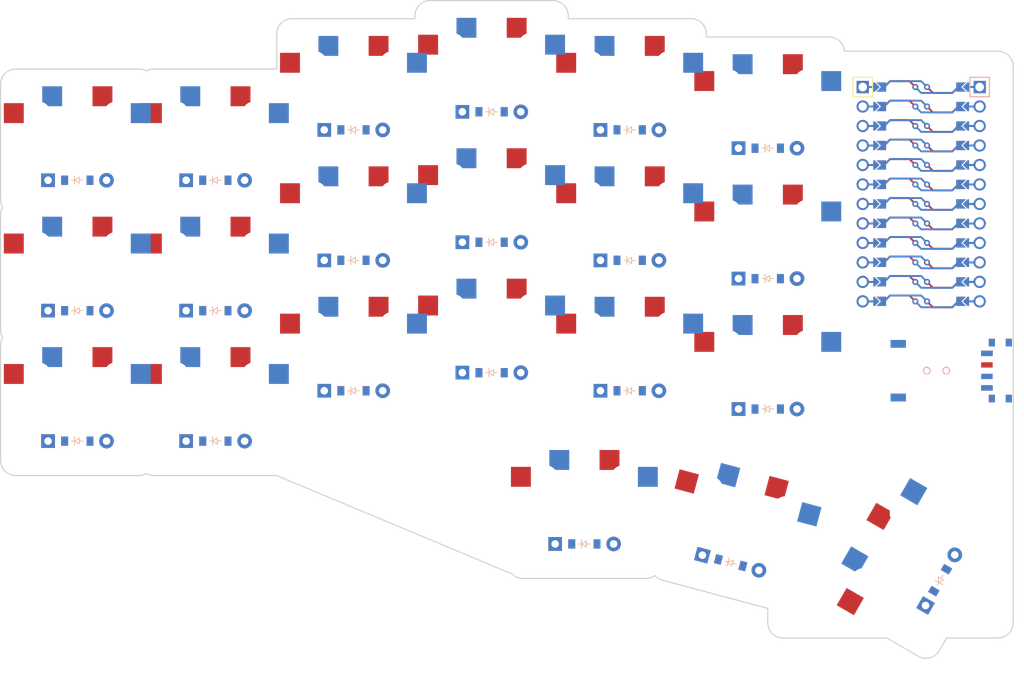
<source format=kicad_pcb>

            
(kicad_pcb (version 20171130) (host pcbnew 5.1.6)

  (page A3)
  (title_block
    (title danns87_corne)
    (rev v1.0.0)
    (company Unknown)
  )

  (general
    (thickness 1.6)
  )

  (layers
    (0 F.Cu signal)
    (31 B.Cu signal)
    (32 B.Adhes user)
    (33 F.Adhes user)
    (34 B.Paste user)
    (35 F.Paste user)
    (36 B.SilkS user)
    (37 F.SilkS user)
    (38 B.Mask user)
    (39 F.Mask user)
    (40 Dwgs.User user)
    (41 Cmts.User user)
    (42 Eco1.User user)
    (43 Eco2.User user)
    (44 Edge.Cuts user)
    (45 Margin user)
    (46 B.CrtYd user)
    (47 F.CrtYd user)
    (48 B.Fab user)
    (49 F.Fab user)
  )

  (setup
    (last_trace_width 0.25)
    (trace_clearance 0.2)
    (zone_clearance 0.508)
    (zone_45_only no)
    (trace_min 0.2)
    (via_size 0.8)
    (via_drill 0.4)
    (via_min_size 0.4)
    (via_min_drill 0.3)
    (uvia_size 0.3)
    (uvia_drill 0.1)
    (uvias_allowed no)
    (uvia_min_size 0.2)
    (uvia_min_drill 0.1)
    (edge_width 0.05)
    (segment_width 0.2)
    (pcb_text_width 0.3)
    (pcb_text_size 1.5 1.5)
    (mod_edge_width 0.12)
    (mod_text_size 1 1)
    (mod_text_width 0.15)
    (pad_size 1.524 1.524)
    (pad_drill 0.762)
    (pad_to_mask_clearance 0.05)
    (aux_axis_origin 0 0)
    (visible_elements FFFFFF7F)
    (pcbplotparams
      (layerselection 0x010fc_ffffffff)
      (usegerberextensions false)
      (usegerberattributes true)
      (usegerberadvancedattributes true)
      (creategerberjobfile true)
      (excludeedgelayer true)
      (linewidth 0.100000)
      (plotframeref false)
      (viasonmask false)
      (mode 1)
      (useauxorigin false)
      (hpglpennumber 1)
      (hpglpenspeed 20)
      (hpglpendiameter 15.000000)
      (psnegative false)
      (psa4output false)
      (plotreference true)
      (plotvalue true)
      (plotinvisibletext false)
      (padsonsilk false)
      (subtractmaskfromsilk false)
      (outputformat 1)
      (mirror false)
      (drillshape 1)
      (scaleselection 1)
      (outputdirectory ""))
  )

            (net 0 "")
(net 1 "outer_bottom")
(net 2 "P14")
(net 3 "P6")
(net 4 "outer_home")
(net 5 "P5")
(net 6 "outer_top")
(net 7 "P4")
(net 8 "pinky_bottom")
(net 9 "P20")
(net 10 "pinky_home")
(net 11 "pinky_top")
(net 12 "ring_bottom")
(net 13 "P19")
(net 14 "ring_home")
(net 15 "ring_top")
(net 16 "middle_bottom")
(net 17 "P18")
(net 18 "middle_home")
(net 19 "middle_top")
(net 20 "index_bottom")
(net 21 "P15")
(net 22 "index_home")
(net 23 "index_top")
(net 24 "inner_bottom")
(net 25 "inner_home")
(net 26 "inner_top")
(net 27 "near_thumb")
(net 28 "P7")
(net 29 "home_thumb")
(net 30 "far_thumb")
(net 31 "RAW")
(net 32 "GND")
(net 33 "RST")
(net 34 "VCC")
(net 35 "P21")
(net 36 "P16")
(net 37 "P10")
(net 38 "P1")
(net 39 "P0")
(net 40 "P2")
(net 41 "P3")
(net 42 "P8")
(net 43 "P9")
(net 44 "pos")
            
  (net_class Default "This is the default net class."
    (clearance 0.2)
    (trace_width 0.25)
    (via_dia 0.8)
    (via_drill 0.4)
    (uvia_dia 0.3)
    (uvia_drill 0.1)
    (add_net "")
(add_net "outer_bottom")
(add_net "P14")
(add_net "P6")
(add_net "outer_home")
(add_net "P5")
(add_net "outer_top")
(add_net "P4")
(add_net "pinky_bottom")
(add_net "P20")
(add_net "pinky_home")
(add_net "pinky_top")
(add_net "ring_bottom")
(add_net "P19")
(add_net "ring_home")
(add_net "ring_top")
(add_net "middle_bottom")
(add_net "P18")
(add_net "middle_home")
(add_net "middle_top")
(add_net "index_bottom")
(add_net "P15")
(add_net "index_home")
(add_net "index_top")
(add_net "inner_bottom")
(add_net "inner_home")
(add_net "inner_top")
(add_net "near_thumb")
(add_net "P7")
(add_net "home_thumb")
(add_net "far_thumb")
(add_net "RAW")
(add_net "GND")
(add_net "RST")
(add_net "VCC")
(add_net "P21")
(add_net "P16")
(add_net "P10")
(add_net "P1")
(add_net "P0")
(add_net "P2")
(add_net "P3")
(add_net "P8")
(add_net "P9")
(add_net "pos")
  )

            
        
      (module PG1350 (layer F.Cu) (tedit 5DD50112)
      (at 18 0 0)

      
      (fp_text reference "S1" (at 0 0) (layer F.SilkS) hide (effects (font (size 1.27 1.27) (thickness 0.15))))
      (fp_text value "" (at 0 0) (layer F.SilkS) hide (effects (font (size 1.27 1.27) (thickness 0.15))))

      
      (fp_line (start -7 -6) (end -7 -7) (layer Dwgs.User) (width 0.15))
      (fp_line (start -7 7) (end -6 7) (layer Dwgs.User) (width 0.15))
      (fp_line (start -6 -7) (end -7 -7) (layer Dwgs.User) (width 0.15))
      (fp_line (start -7 7) (end -7 6) (layer Dwgs.User) (width 0.15))
      (fp_line (start 7 6) (end 7 7) (layer Dwgs.User) (width 0.15))
      (fp_line (start 7 -7) (end 6 -7) (layer Dwgs.User) (width 0.15))
      (fp_line (start 6 7) (end 7 7) (layer Dwgs.User) (width 0.15))
      (fp_line (start 7 -7) (end 7 -6) (layer Dwgs.User) (width 0.15))      
      
      
      (pad "" np_thru_hole circle (at 0 0) (size 3.429 3.429) (drill 3.429) (layers *.Cu *.Mask))
        
      
      (pad "" np_thru_hole circle (at 5.5 0) (size 1.7018 1.7018) (drill 1.7018) (layers *.Cu *.Mask))
      (pad "" np_thru_hole circle (at -5.5 0) (size 1.7018 1.7018) (drill 1.7018) (layers *.Cu *.Mask))
      
        
      
      (fp_line (start -9 -8.5) (end 9 -8.5) (layer Dwgs.User) (width 0.15))
      (fp_line (start 9 -8.5) (end 9 8.5) (layer Dwgs.User) (width 0.15))
      (fp_line (start 9 8.5) (end -9 8.5) (layer Dwgs.User) (width 0.15))
      (fp_line (start -9 8.5) (end -9 -8.5) (layer Dwgs.User) (width 0.15))
      
        
          
          (pad "" np_thru_hole circle (at 5 -3.75) (size 3 3) (drill 3) (layers *.Cu *.Mask))
          (pad "" np_thru_hole circle (at 0 -5.95) (size 3 3) (drill 3) (layers *.Cu *.Mask))
      
          
          (pad 1 smd rect (at -3.275 -5.95 0) (size 2.6 2.6) (layers B.Cu B.Paste B.Mask)  (net 1 "outer_bottom"))
          (pad 2 smd rect (at 8.275 -3.75 0) (size 2.6 2.6) (layers B.Cu B.Paste B.Mask)  (net 2 "P14"))
        
        
          
          (pad "" np_thru_hole circle (at -5 -3.75) (size 3 3) (drill 3) (layers *.Cu *.Mask))
          (pad "" np_thru_hole circle (at 0 -5.95) (size 3 3) (drill 3) (layers *.Cu *.Mask))
      
          
          (pad 1 smd rect (at 3.275 -5.95 0) (size 2.6 2.6) (layers F.Cu F.Paste F.Mask)  (net 1 "outer_bottom"))
          (pad 2 smd rect (at -8.275 -3.75 0) (size 2.6 2.6) (layers F.Cu F.Paste F.Mask)  (net 2 "P14"))
        )
        

  
    (module ComboDiode (layer F.Cu) (tedit 5B24D78E)


        (at 18 5 0)

        
        (fp_text reference "D1" (at 0 0) (layer F.SilkS) hide (effects (font (size 1.27 1.27) (thickness 0.15))))
        (fp_text value "" (at 0 0) (layer F.SilkS) hide (effects (font (size 1.27 1.27) (thickness 0.15))))
        
        
        (fp_line (start 0.25 0) (end 0.75 0) (layer F.SilkS) (width 0.1))
        (fp_line (start 0.25 0.4) (end -0.35 0) (layer F.SilkS) (width 0.1))
        (fp_line (start 0.25 -0.4) (end 0.25 0.4) (layer F.SilkS) (width 0.1))
        (fp_line (start -0.35 0) (end 0.25 -0.4) (layer F.SilkS) (width 0.1))
        (fp_line (start -0.35 0) (end -0.35 0.55) (layer F.SilkS) (width 0.1))
        (fp_line (start -0.35 0) (end -0.35 -0.55) (layer F.SilkS) (width 0.1))
        (fp_line (start -0.75 0) (end -0.35 0) (layer F.SilkS) (width 0.1))
        (fp_line (start 0.25 0) (end 0.75 0) (layer B.SilkS) (width 0.1))
        (fp_line (start 0.25 0.4) (end -0.35 0) (layer B.SilkS) (width 0.1))
        (fp_line (start 0.25 -0.4) (end 0.25 0.4) (layer B.SilkS) (width 0.1))
        (fp_line (start -0.35 0) (end 0.25 -0.4) (layer B.SilkS) (width 0.1))
        (fp_line (start -0.35 0) (end -0.35 0.55) (layer B.SilkS) (width 0.1))
        (fp_line (start -0.35 0) (end -0.35 -0.55) (layer B.SilkS) (width 0.1))
        (fp_line (start -0.75 0) (end -0.35 0) (layer B.SilkS) (width 0.1))
    
        
        (pad 1 smd rect (at -1.65 0 0) (size 0.9 1.2) (layers F.Cu F.Paste F.Mask) (net 3 "P6"))
        (pad 2 smd rect (at 1.65 0 0) (size 0.9 1.2) (layers B.Cu B.Paste B.Mask) (net 1 "outer_bottom"))
        (pad 1 smd rect (at -1.65 0 0) (size 0.9 1.2) (layers B.Cu B.Paste B.Mask) (net 3 "P6"))
        (pad 2 smd rect (at 1.65 0 0) (size 0.9 1.2) (layers F.Cu F.Paste F.Mask) (net 1 "outer_bottom"))
        
        
        (pad 1 thru_hole circle (at 3.81 0 0) (size 1.905 1.905) (drill 0.9906) (layers *.Cu *.Mask) (net 1 "outer_bottom"))
        (pad 2 thru_hole rect (at -3.81 0 0) (size 1.778 1.778) (drill 0.9906) (layers *.Cu *.Mask) (net 3 "P6"))
    )
  
    

        
      (module PG1350 (layer F.Cu) (tedit 5DD50112)
      (at 18 -17 0)

      
      (fp_text reference "S2" (at 0 0) (layer F.SilkS) hide (effects (font (size 1.27 1.27) (thickness 0.15))))
      (fp_text value "" (at 0 0) (layer F.SilkS) hide (effects (font (size 1.27 1.27) (thickness 0.15))))

      
      (fp_line (start -7 -6) (end -7 -7) (layer Dwgs.User) (width 0.15))
      (fp_line (start -7 7) (end -6 7) (layer Dwgs.User) (width 0.15))
      (fp_line (start -6 -7) (end -7 -7) (layer Dwgs.User) (width 0.15))
      (fp_line (start -7 7) (end -7 6) (layer Dwgs.User) (width 0.15))
      (fp_line (start 7 6) (end 7 7) (layer Dwgs.User) (width 0.15))
      (fp_line (start 7 -7) (end 6 -7) (layer Dwgs.User) (width 0.15))
      (fp_line (start 6 7) (end 7 7) (layer Dwgs.User) (width 0.15))
      (fp_line (start 7 -7) (end 7 -6) (layer Dwgs.User) (width 0.15))      
      
      
      (pad "" np_thru_hole circle (at 0 0) (size 3.429 3.429) (drill 3.429) (layers *.Cu *.Mask))
        
      
      (pad "" np_thru_hole circle (at 5.5 0) (size 1.7018 1.7018) (drill 1.7018) (layers *.Cu *.Mask))
      (pad "" np_thru_hole circle (at -5.5 0) (size 1.7018 1.7018) (drill 1.7018) (layers *.Cu *.Mask))
      
        
      
      (fp_line (start -9 -8.5) (end 9 -8.5) (layer Dwgs.User) (width 0.15))
      (fp_line (start 9 -8.5) (end 9 8.5) (layer Dwgs.User) (width 0.15))
      (fp_line (start 9 8.5) (end -9 8.5) (layer Dwgs.User) (width 0.15))
      (fp_line (start -9 8.5) (end -9 -8.5) (layer Dwgs.User) (width 0.15))
      
        
          
          (pad "" np_thru_hole circle (at 5 -3.75) (size 3 3) (drill 3) (layers *.Cu *.Mask))
          (pad "" np_thru_hole circle (at 0 -5.95) (size 3 3) (drill 3) (layers *.Cu *.Mask))
      
          
          (pad 1 smd rect (at -3.275 -5.95 0) (size 2.6 2.6) (layers B.Cu B.Paste B.Mask)  (net 4 "outer_home"))
          (pad 2 smd rect (at 8.275 -3.75 0) (size 2.6 2.6) (layers B.Cu B.Paste B.Mask)  (net 2 "P14"))
        
        
          
          (pad "" np_thru_hole circle (at -5 -3.75) (size 3 3) (drill 3) (layers *.Cu *.Mask))
          (pad "" np_thru_hole circle (at 0 -5.95) (size 3 3) (drill 3) (layers *.Cu *.Mask))
      
          
          (pad 1 smd rect (at 3.275 -5.95 0) (size 2.6 2.6) (layers F.Cu F.Paste F.Mask)  (net 4 "outer_home"))
          (pad 2 smd rect (at -8.275 -3.75 0) (size 2.6 2.6) (layers F.Cu F.Paste F.Mask)  (net 2 "P14"))
        )
        

  
    (module ComboDiode (layer F.Cu) (tedit 5B24D78E)


        (at 18 -12 0)

        
        (fp_text reference "D2" (at 0 0) (layer F.SilkS) hide (effects (font (size 1.27 1.27) (thickness 0.15))))
        (fp_text value "" (at 0 0) (layer F.SilkS) hide (effects (font (size 1.27 1.27) (thickness 0.15))))
        
        
        (fp_line (start 0.25 0) (end 0.75 0) (layer F.SilkS) (width 0.1))
        (fp_line (start 0.25 0.4) (end -0.35 0) (layer F.SilkS) (width 0.1))
        (fp_line (start 0.25 -0.4) (end 0.25 0.4) (layer F.SilkS) (width 0.1))
        (fp_line (start -0.35 0) (end 0.25 -0.4) (layer F.SilkS) (width 0.1))
        (fp_line (start -0.35 0) (end -0.35 0.55) (layer F.SilkS) (width 0.1))
        (fp_line (start -0.35 0) (end -0.35 -0.55) (layer F.SilkS) (width 0.1))
        (fp_line (start -0.75 0) (end -0.35 0) (layer F.SilkS) (width 0.1))
        (fp_line (start 0.25 0) (end 0.75 0) (layer B.SilkS) (width 0.1))
        (fp_line (start 0.25 0.4) (end -0.35 0) (layer B.SilkS) (width 0.1))
        (fp_line (start 0.25 -0.4) (end 0.25 0.4) (layer B.SilkS) (width 0.1))
        (fp_line (start -0.35 0) (end 0.25 -0.4) (layer B.SilkS) (width 0.1))
        (fp_line (start -0.35 0) (end -0.35 0.55) (layer B.SilkS) (width 0.1))
        (fp_line (start -0.35 0) (end -0.35 -0.55) (layer B.SilkS) (width 0.1))
        (fp_line (start -0.75 0) (end -0.35 0) (layer B.SilkS) (width 0.1))
    
        
        (pad 1 smd rect (at -1.65 0 0) (size 0.9 1.2) (layers F.Cu F.Paste F.Mask) (net 5 "P5"))
        (pad 2 smd rect (at 1.65 0 0) (size 0.9 1.2) (layers B.Cu B.Paste B.Mask) (net 4 "outer_home"))
        (pad 1 smd rect (at -1.65 0 0) (size 0.9 1.2) (layers B.Cu B.Paste B.Mask) (net 5 "P5"))
        (pad 2 smd rect (at 1.65 0 0) (size 0.9 1.2) (layers F.Cu F.Paste F.Mask) (net 4 "outer_home"))
        
        
        (pad 1 thru_hole circle (at 3.81 0 0) (size 1.905 1.905) (drill 0.9906) (layers *.Cu *.Mask) (net 4 "outer_home"))
        (pad 2 thru_hole rect (at -3.81 0 0) (size 1.778 1.778) (drill 0.9906) (layers *.Cu *.Mask) (net 5 "P5"))
    )
  
    

        
      (module PG1350 (layer F.Cu) (tedit 5DD50112)
      (at 18 -34 0)

      
      (fp_text reference "S3" (at 0 0) (layer F.SilkS) hide (effects (font (size 1.27 1.27) (thickness 0.15))))
      (fp_text value "" (at 0 0) (layer F.SilkS) hide (effects (font (size 1.27 1.27) (thickness 0.15))))

      
      (fp_line (start -7 -6) (end -7 -7) (layer Dwgs.User) (width 0.15))
      (fp_line (start -7 7) (end -6 7) (layer Dwgs.User) (width 0.15))
      (fp_line (start -6 -7) (end -7 -7) (layer Dwgs.User) (width 0.15))
      (fp_line (start -7 7) (end -7 6) (layer Dwgs.User) (width 0.15))
      (fp_line (start 7 6) (end 7 7) (layer Dwgs.User) (width 0.15))
      (fp_line (start 7 -7) (end 6 -7) (layer Dwgs.User) (width 0.15))
      (fp_line (start 6 7) (end 7 7) (layer Dwgs.User) (width 0.15))
      (fp_line (start 7 -7) (end 7 -6) (layer Dwgs.User) (width 0.15))      
      
      
      (pad "" np_thru_hole circle (at 0 0) (size 3.429 3.429) (drill 3.429) (layers *.Cu *.Mask))
        
      
      (pad "" np_thru_hole circle (at 5.5 0) (size 1.7018 1.7018) (drill 1.7018) (layers *.Cu *.Mask))
      (pad "" np_thru_hole circle (at -5.5 0) (size 1.7018 1.7018) (drill 1.7018) (layers *.Cu *.Mask))
      
        
      
      (fp_line (start -9 -8.5) (end 9 -8.5) (layer Dwgs.User) (width 0.15))
      (fp_line (start 9 -8.5) (end 9 8.5) (layer Dwgs.User) (width 0.15))
      (fp_line (start 9 8.5) (end -9 8.5) (layer Dwgs.User) (width 0.15))
      (fp_line (start -9 8.5) (end -9 -8.5) (layer Dwgs.User) (width 0.15))
      
        
          
          (pad "" np_thru_hole circle (at 5 -3.75) (size 3 3) (drill 3) (layers *.Cu *.Mask))
          (pad "" np_thru_hole circle (at 0 -5.95) (size 3 3) (drill 3) (layers *.Cu *.Mask))
      
          
          (pad 1 smd rect (at -3.275 -5.95 0) (size 2.6 2.6) (layers B.Cu B.Paste B.Mask)  (net 6 "outer_top"))
          (pad 2 smd rect (at 8.275 -3.75 0) (size 2.6 2.6) (layers B.Cu B.Paste B.Mask)  (net 2 "P14"))
        
        
          
          (pad "" np_thru_hole circle (at -5 -3.75) (size 3 3) (drill 3) (layers *.Cu *.Mask))
          (pad "" np_thru_hole circle (at 0 -5.95) (size 3 3) (drill 3) (layers *.Cu *.Mask))
      
          
          (pad 1 smd rect (at 3.275 -5.95 0) (size 2.6 2.6) (layers F.Cu F.Paste F.Mask)  (net 6 "outer_top"))
          (pad 2 smd rect (at -8.275 -3.75 0) (size 2.6 2.6) (layers F.Cu F.Paste F.Mask)  (net 2 "P14"))
        )
        

  
    (module ComboDiode (layer F.Cu) (tedit 5B24D78E)


        (at 18 -29 0)

        
        (fp_text reference "D3" (at 0 0) (layer F.SilkS) hide (effects (font (size 1.27 1.27) (thickness 0.15))))
        (fp_text value "" (at 0 0) (layer F.SilkS) hide (effects (font (size 1.27 1.27) (thickness 0.15))))
        
        
        (fp_line (start 0.25 0) (end 0.75 0) (layer F.SilkS) (width 0.1))
        (fp_line (start 0.25 0.4) (end -0.35 0) (layer F.SilkS) (width 0.1))
        (fp_line (start 0.25 -0.4) (end 0.25 0.4) (layer F.SilkS) (width 0.1))
        (fp_line (start -0.35 0) (end 0.25 -0.4) (layer F.SilkS) (width 0.1))
        (fp_line (start -0.35 0) (end -0.35 0.55) (layer F.SilkS) (width 0.1))
        (fp_line (start -0.35 0) (end -0.35 -0.55) (layer F.SilkS) (width 0.1))
        (fp_line (start -0.75 0) (end -0.35 0) (layer F.SilkS) (width 0.1))
        (fp_line (start 0.25 0) (end 0.75 0) (layer B.SilkS) (width 0.1))
        (fp_line (start 0.25 0.4) (end -0.35 0) (layer B.SilkS) (width 0.1))
        (fp_line (start 0.25 -0.4) (end 0.25 0.4) (layer B.SilkS) (width 0.1))
        (fp_line (start -0.35 0) (end 0.25 -0.4) (layer B.SilkS) (width 0.1))
        (fp_line (start -0.35 0) (end -0.35 0.55) (layer B.SilkS) (width 0.1))
        (fp_line (start -0.35 0) (end -0.35 -0.55) (layer B.SilkS) (width 0.1))
        (fp_line (start -0.75 0) (end -0.35 0) (layer B.SilkS) (width 0.1))
    
        
        (pad 1 smd rect (at -1.65 0 0) (size 0.9 1.2) (layers F.Cu F.Paste F.Mask) (net 7 "P4"))
        (pad 2 smd rect (at 1.65 0 0) (size 0.9 1.2) (layers B.Cu B.Paste B.Mask) (net 6 "outer_top"))
        (pad 1 smd rect (at -1.65 0 0) (size 0.9 1.2) (layers B.Cu B.Paste B.Mask) (net 7 "P4"))
        (pad 2 smd rect (at 1.65 0 0) (size 0.9 1.2) (layers F.Cu F.Paste F.Mask) (net 6 "outer_top"))
        
        
        (pad 1 thru_hole circle (at 3.81 0 0) (size 1.905 1.905) (drill 0.9906) (layers *.Cu *.Mask) (net 6 "outer_top"))
        (pad 2 thru_hole rect (at -3.81 0 0) (size 1.778 1.778) (drill 0.9906) (layers *.Cu *.Mask) (net 7 "P4"))
    )
  
    

        
      (module PG1350 (layer F.Cu) (tedit 5DD50112)
      (at 36 0 0)

      
      (fp_text reference "S4" (at 0 0) (layer F.SilkS) hide (effects (font (size 1.27 1.27) (thickness 0.15))))
      (fp_text value "" (at 0 0) (layer F.SilkS) hide (effects (font (size 1.27 1.27) (thickness 0.15))))

      
      (fp_line (start -7 -6) (end -7 -7) (layer Dwgs.User) (width 0.15))
      (fp_line (start -7 7) (end -6 7) (layer Dwgs.User) (width 0.15))
      (fp_line (start -6 -7) (end -7 -7) (layer Dwgs.User) (width 0.15))
      (fp_line (start -7 7) (end -7 6) (layer Dwgs.User) (width 0.15))
      (fp_line (start 7 6) (end 7 7) (layer Dwgs.User) (width 0.15))
      (fp_line (start 7 -7) (end 6 -7) (layer Dwgs.User) (width 0.15))
      (fp_line (start 6 7) (end 7 7) (layer Dwgs.User) (width 0.15))
      (fp_line (start 7 -7) (end 7 -6) (layer Dwgs.User) (width 0.15))      
      
      
      (pad "" np_thru_hole circle (at 0 0) (size 3.429 3.429) (drill 3.429) (layers *.Cu *.Mask))
        
      
      (pad "" np_thru_hole circle (at 5.5 0) (size 1.7018 1.7018) (drill 1.7018) (layers *.Cu *.Mask))
      (pad "" np_thru_hole circle (at -5.5 0) (size 1.7018 1.7018) (drill 1.7018) (layers *.Cu *.Mask))
      
        
      
      (fp_line (start -9 -8.5) (end 9 -8.5) (layer Dwgs.User) (width 0.15))
      (fp_line (start 9 -8.5) (end 9 8.5) (layer Dwgs.User) (width 0.15))
      (fp_line (start 9 8.5) (end -9 8.5) (layer Dwgs.User) (width 0.15))
      (fp_line (start -9 8.5) (end -9 -8.5) (layer Dwgs.User) (width 0.15))
      
        
          
          (pad "" np_thru_hole circle (at 5 -3.75) (size 3 3) (drill 3) (layers *.Cu *.Mask))
          (pad "" np_thru_hole circle (at 0 -5.95) (size 3 3) (drill 3) (layers *.Cu *.Mask))
      
          
          (pad 1 smd rect (at -3.275 -5.95 0) (size 2.6 2.6) (layers B.Cu B.Paste B.Mask)  (net 8 "pinky_bottom"))
          (pad 2 smd rect (at 8.275 -3.75 0) (size 2.6 2.6) (layers B.Cu B.Paste B.Mask)  (net 9 "P20"))
        
        
          
          (pad "" np_thru_hole circle (at -5 -3.75) (size 3 3) (drill 3) (layers *.Cu *.Mask))
          (pad "" np_thru_hole circle (at 0 -5.95) (size 3 3) (drill 3) (layers *.Cu *.Mask))
      
          
          (pad 1 smd rect (at 3.275 -5.95 0) (size 2.6 2.6) (layers F.Cu F.Paste F.Mask)  (net 8 "pinky_bottom"))
          (pad 2 smd rect (at -8.275 -3.75 0) (size 2.6 2.6) (layers F.Cu F.Paste F.Mask)  (net 9 "P20"))
        )
        

  
    (module ComboDiode (layer F.Cu) (tedit 5B24D78E)


        (at 36 5 0)

        
        (fp_text reference "D4" (at 0 0) (layer F.SilkS) hide (effects (font (size 1.27 1.27) (thickness 0.15))))
        (fp_text value "" (at 0 0) (layer F.SilkS) hide (effects (font (size 1.27 1.27) (thickness 0.15))))
        
        
        (fp_line (start 0.25 0) (end 0.75 0) (layer F.SilkS) (width 0.1))
        (fp_line (start 0.25 0.4) (end -0.35 0) (layer F.SilkS) (width 0.1))
        (fp_line (start 0.25 -0.4) (end 0.25 0.4) (layer F.SilkS) (width 0.1))
        (fp_line (start -0.35 0) (end 0.25 -0.4) (layer F.SilkS) (width 0.1))
        (fp_line (start -0.35 0) (end -0.35 0.55) (layer F.SilkS) (width 0.1))
        (fp_line (start -0.35 0) (end -0.35 -0.55) (layer F.SilkS) (width 0.1))
        (fp_line (start -0.75 0) (end -0.35 0) (layer F.SilkS) (width 0.1))
        (fp_line (start 0.25 0) (end 0.75 0) (layer B.SilkS) (width 0.1))
        (fp_line (start 0.25 0.4) (end -0.35 0) (layer B.SilkS) (width 0.1))
        (fp_line (start 0.25 -0.4) (end 0.25 0.4) (layer B.SilkS) (width 0.1))
        (fp_line (start -0.35 0) (end 0.25 -0.4) (layer B.SilkS) (width 0.1))
        (fp_line (start -0.35 0) (end -0.35 0.55) (layer B.SilkS) (width 0.1))
        (fp_line (start -0.35 0) (end -0.35 -0.55) (layer B.SilkS) (width 0.1))
        (fp_line (start -0.75 0) (end -0.35 0) (layer B.SilkS) (width 0.1))
    
        
        (pad 1 smd rect (at -1.65 0 0) (size 0.9 1.2) (layers F.Cu F.Paste F.Mask) (net 3 "P6"))
        (pad 2 smd rect (at 1.65 0 0) (size 0.9 1.2) (layers B.Cu B.Paste B.Mask) (net 8 "pinky_bottom"))
        (pad 1 smd rect (at -1.65 0 0) (size 0.9 1.2) (layers B.Cu B.Paste B.Mask) (net 3 "P6"))
        (pad 2 smd rect (at 1.65 0 0) (size 0.9 1.2) (layers F.Cu F.Paste F.Mask) (net 8 "pinky_bottom"))
        
        
        (pad 1 thru_hole circle (at 3.81 0 0) (size 1.905 1.905) (drill 0.9906) (layers *.Cu *.Mask) (net 8 "pinky_bottom"))
        (pad 2 thru_hole rect (at -3.81 0 0) (size 1.778 1.778) (drill 0.9906) (layers *.Cu *.Mask) (net 3 "P6"))
    )
  
    

        
      (module PG1350 (layer F.Cu) (tedit 5DD50112)
      (at 36 -17 0)

      
      (fp_text reference "S5" (at 0 0) (layer F.SilkS) hide (effects (font (size 1.27 1.27) (thickness 0.15))))
      (fp_text value "" (at 0 0) (layer F.SilkS) hide (effects (font (size 1.27 1.27) (thickness 0.15))))

      
      (fp_line (start -7 -6) (end -7 -7) (layer Dwgs.User) (width 0.15))
      (fp_line (start -7 7) (end -6 7) (layer Dwgs.User) (width 0.15))
      (fp_line (start -6 -7) (end -7 -7) (layer Dwgs.User) (width 0.15))
      (fp_line (start -7 7) (end -7 6) (layer Dwgs.User) (width 0.15))
      (fp_line (start 7 6) (end 7 7) (layer Dwgs.User) (width 0.15))
      (fp_line (start 7 -7) (end 6 -7) (layer Dwgs.User) (width 0.15))
      (fp_line (start 6 7) (end 7 7) (layer Dwgs.User) (width 0.15))
      (fp_line (start 7 -7) (end 7 -6) (layer Dwgs.User) (width 0.15))      
      
      
      (pad "" np_thru_hole circle (at 0 0) (size 3.429 3.429) (drill 3.429) (layers *.Cu *.Mask))
        
      
      (pad "" np_thru_hole circle (at 5.5 0) (size 1.7018 1.7018) (drill 1.7018) (layers *.Cu *.Mask))
      (pad "" np_thru_hole circle (at -5.5 0) (size 1.7018 1.7018) (drill 1.7018) (layers *.Cu *.Mask))
      
        
      
      (fp_line (start -9 -8.5) (end 9 -8.5) (layer Dwgs.User) (width 0.15))
      (fp_line (start 9 -8.5) (end 9 8.5) (layer Dwgs.User) (width 0.15))
      (fp_line (start 9 8.5) (end -9 8.5) (layer Dwgs.User) (width 0.15))
      (fp_line (start -9 8.5) (end -9 -8.5) (layer Dwgs.User) (width 0.15))
      
        
          
          (pad "" np_thru_hole circle (at 5 -3.75) (size 3 3) (drill 3) (layers *.Cu *.Mask))
          (pad "" np_thru_hole circle (at 0 -5.95) (size 3 3) (drill 3) (layers *.Cu *.Mask))
      
          
          (pad 1 smd rect (at -3.275 -5.95 0) (size 2.6 2.6) (layers B.Cu B.Paste B.Mask)  (net 10 "pinky_home"))
          (pad 2 smd rect (at 8.275 -3.75 0) (size 2.6 2.6) (layers B.Cu B.Paste B.Mask)  (net 9 "P20"))
        
        
          
          (pad "" np_thru_hole circle (at -5 -3.75) (size 3 3) (drill 3) (layers *.Cu *.Mask))
          (pad "" np_thru_hole circle (at 0 -5.95) (size 3 3) (drill 3) (layers *.Cu *.Mask))
      
          
          (pad 1 smd rect (at 3.275 -5.95 0) (size 2.6 2.6) (layers F.Cu F.Paste F.Mask)  (net 10 "pinky_home"))
          (pad 2 smd rect (at -8.275 -3.75 0) (size 2.6 2.6) (layers F.Cu F.Paste F.Mask)  (net 9 "P20"))
        )
        

  
    (module ComboDiode (layer F.Cu) (tedit 5B24D78E)


        (at 36 -12 0)

        
        (fp_text reference "D5" (at 0 0) (layer F.SilkS) hide (effects (font (size 1.27 1.27) (thickness 0.15))))
        (fp_text value "" (at 0 0) (layer F.SilkS) hide (effects (font (size 1.27 1.27) (thickness 0.15))))
        
        
        (fp_line (start 0.25 0) (end 0.75 0) (layer F.SilkS) (width 0.1))
        (fp_line (start 0.25 0.4) (end -0.35 0) (layer F.SilkS) (width 0.1))
        (fp_line (start 0.25 -0.4) (end 0.25 0.4) (layer F.SilkS) (width 0.1))
        (fp_line (start -0.35 0) (end 0.25 -0.4) (layer F.SilkS) (width 0.1))
        (fp_line (start -0.35 0) (end -0.35 0.55) (layer F.SilkS) (width 0.1))
        (fp_line (start -0.35 0) (end -0.35 -0.55) (layer F.SilkS) (width 0.1))
        (fp_line (start -0.75 0) (end -0.35 0) (layer F.SilkS) (width 0.1))
        (fp_line (start 0.25 0) (end 0.75 0) (layer B.SilkS) (width 0.1))
        (fp_line (start 0.25 0.4) (end -0.35 0) (layer B.SilkS) (width 0.1))
        (fp_line (start 0.25 -0.4) (end 0.25 0.4) (layer B.SilkS) (width 0.1))
        (fp_line (start -0.35 0) (end 0.25 -0.4) (layer B.SilkS) (width 0.1))
        (fp_line (start -0.35 0) (end -0.35 0.55) (layer B.SilkS) (width 0.1))
        (fp_line (start -0.35 0) (end -0.35 -0.55) (layer B.SilkS) (width 0.1))
        (fp_line (start -0.75 0) (end -0.35 0) (layer B.SilkS) (width 0.1))
    
        
        (pad 1 smd rect (at -1.65 0 0) (size 0.9 1.2) (layers F.Cu F.Paste F.Mask) (net 5 "P5"))
        (pad 2 smd rect (at 1.65 0 0) (size 0.9 1.2) (layers B.Cu B.Paste B.Mask) (net 10 "pinky_home"))
        (pad 1 smd rect (at -1.65 0 0) (size 0.9 1.2) (layers B.Cu B.Paste B.Mask) (net 5 "P5"))
        (pad 2 smd rect (at 1.65 0 0) (size 0.9 1.2) (layers F.Cu F.Paste F.Mask) (net 10 "pinky_home"))
        
        
        (pad 1 thru_hole circle (at 3.81 0 0) (size 1.905 1.905) (drill 0.9906) (layers *.Cu *.Mask) (net 10 "pinky_home"))
        (pad 2 thru_hole rect (at -3.81 0 0) (size 1.778 1.778) (drill 0.9906) (layers *.Cu *.Mask) (net 5 "P5"))
    )
  
    

        
      (module PG1350 (layer F.Cu) (tedit 5DD50112)
      (at 36 -34 0)

      
      (fp_text reference "S6" (at 0 0) (layer F.SilkS) hide (effects (font (size 1.27 1.27) (thickness 0.15))))
      (fp_text value "" (at 0 0) (layer F.SilkS) hide (effects (font (size 1.27 1.27) (thickness 0.15))))

      
      (fp_line (start -7 -6) (end -7 -7) (layer Dwgs.User) (width 0.15))
      (fp_line (start -7 7) (end -6 7) (layer Dwgs.User) (width 0.15))
      (fp_line (start -6 -7) (end -7 -7) (layer Dwgs.User) (width 0.15))
      (fp_line (start -7 7) (end -7 6) (layer Dwgs.User) (width 0.15))
      (fp_line (start 7 6) (end 7 7) (layer Dwgs.User) (width 0.15))
      (fp_line (start 7 -7) (end 6 -7) (layer Dwgs.User) (width 0.15))
      (fp_line (start 6 7) (end 7 7) (layer Dwgs.User) (width 0.15))
      (fp_line (start 7 -7) (end 7 -6) (layer Dwgs.User) (width 0.15))      
      
      
      (pad "" np_thru_hole circle (at 0 0) (size 3.429 3.429) (drill 3.429) (layers *.Cu *.Mask))
        
      
      (pad "" np_thru_hole circle (at 5.5 0) (size 1.7018 1.7018) (drill 1.7018) (layers *.Cu *.Mask))
      (pad "" np_thru_hole circle (at -5.5 0) (size 1.7018 1.7018) (drill 1.7018) (layers *.Cu *.Mask))
      
        
      
      (fp_line (start -9 -8.5) (end 9 -8.5) (layer Dwgs.User) (width 0.15))
      (fp_line (start 9 -8.5) (end 9 8.5) (layer Dwgs.User) (width 0.15))
      (fp_line (start 9 8.5) (end -9 8.5) (layer Dwgs.User) (width 0.15))
      (fp_line (start -9 8.5) (end -9 -8.5) (layer Dwgs.User) (width 0.15))
      
        
          
          (pad "" np_thru_hole circle (at 5 -3.75) (size 3 3) (drill 3) (layers *.Cu *.Mask))
          (pad "" np_thru_hole circle (at 0 -5.95) (size 3 3) (drill 3) (layers *.Cu *.Mask))
      
          
          (pad 1 smd rect (at -3.275 -5.95 0) (size 2.6 2.6) (layers B.Cu B.Paste B.Mask)  (net 11 "pinky_top"))
          (pad 2 smd rect (at 8.275 -3.75 0) (size 2.6 2.6) (layers B.Cu B.Paste B.Mask)  (net 9 "P20"))
        
        
          
          (pad "" np_thru_hole circle (at -5 -3.75) (size 3 3) (drill 3) (layers *.Cu *.Mask))
          (pad "" np_thru_hole circle (at 0 -5.95) (size 3 3) (drill 3) (layers *.Cu *.Mask))
      
          
          (pad 1 smd rect (at 3.275 -5.95 0) (size 2.6 2.6) (layers F.Cu F.Paste F.Mask)  (net 11 "pinky_top"))
          (pad 2 smd rect (at -8.275 -3.75 0) (size 2.6 2.6) (layers F.Cu F.Paste F.Mask)  (net 9 "P20"))
        )
        

  
    (module ComboDiode (layer F.Cu) (tedit 5B24D78E)


        (at 36 -29 0)

        
        (fp_text reference "D6" (at 0 0) (layer F.SilkS) hide (effects (font (size 1.27 1.27) (thickness 0.15))))
        (fp_text value "" (at 0 0) (layer F.SilkS) hide (effects (font (size 1.27 1.27) (thickness 0.15))))
        
        
        (fp_line (start 0.25 0) (end 0.75 0) (layer F.SilkS) (width 0.1))
        (fp_line (start 0.25 0.4) (end -0.35 0) (layer F.SilkS) (width 0.1))
        (fp_line (start 0.25 -0.4) (end 0.25 0.4) (layer F.SilkS) (width 0.1))
        (fp_line (start -0.35 0) (end 0.25 -0.4) (layer F.SilkS) (width 0.1))
        (fp_line (start -0.35 0) (end -0.35 0.55) (layer F.SilkS) (width 0.1))
        (fp_line (start -0.35 0) (end -0.35 -0.55) (layer F.SilkS) (width 0.1))
        (fp_line (start -0.75 0) (end -0.35 0) (layer F.SilkS) (width 0.1))
        (fp_line (start 0.25 0) (end 0.75 0) (layer B.SilkS) (width 0.1))
        (fp_line (start 0.25 0.4) (end -0.35 0) (layer B.SilkS) (width 0.1))
        (fp_line (start 0.25 -0.4) (end 0.25 0.4) (layer B.SilkS) (width 0.1))
        (fp_line (start -0.35 0) (end 0.25 -0.4) (layer B.SilkS) (width 0.1))
        (fp_line (start -0.35 0) (end -0.35 0.55) (layer B.SilkS) (width 0.1))
        (fp_line (start -0.35 0) (end -0.35 -0.55) (layer B.SilkS) (width 0.1))
        (fp_line (start -0.75 0) (end -0.35 0) (layer B.SilkS) (width 0.1))
    
        
        (pad 1 smd rect (at -1.65 0 0) (size 0.9 1.2) (layers F.Cu F.Paste F.Mask) (net 7 "P4"))
        (pad 2 smd rect (at 1.65 0 0) (size 0.9 1.2) (layers B.Cu B.Paste B.Mask) (net 11 "pinky_top"))
        (pad 1 smd rect (at -1.65 0 0) (size 0.9 1.2) (layers B.Cu B.Paste B.Mask) (net 7 "P4"))
        (pad 2 smd rect (at 1.65 0 0) (size 0.9 1.2) (layers F.Cu F.Paste F.Mask) (net 11 "pinky_top"))
        
        
        (pad 1 thru_hole circle (at 3.81 0 0) (size 1.905 1.905) (drill 0.9906) (layers *.Cu *.Mask) (net 11 "pinky_top"))
        (pad 2 thru_hole rect (at -3.81 0 0) (size 1.778 1.778) (drill 0.9906) (layers *.Cu *.Mask) (net 7 "P4"))
    )
  
    

        
      (module PG1350 (layer F.Cu) (tedit 5DD50112)
      (at 54 -6.56 0)

      
      (fp_text reference "S7" (at 0 0) (layer F.SilkS) hide (effects (font (size 1.27 1.27) (thickness 0.15))))
      (fp_text value "" (at 0 0) (layer F.SilkS) hide (effects (font (size 1.27 1.27) (thickness 0.15))))

      
      (fp_line (start -7 -6) (end -7 -7) (layer Dwgs.User) (width 0.15))
      (fp_line (start -7 7) (end -6 7) (layer Dwgs.User) (width 0.15))
      (fp_line (start -6 -7) (end -7 -7) (layer Dwgs.User) (width 0.15))
      (fp_line (start -7 7) (end -7 6) (layer Dwgs.User) (width 0.15))
      (fp_line (start 7 6) (end 7 7) (layer Dwgs.User) (width 0.15))
      (fp_line (start 7 -7) (end 6 -7) (layer Dwgs.User) (width 0.15))
      (fp_line (start 6 7) (end 7 7) (layer Dwgs.User) (width 0.15))
      (fp_line (start 7 -7) (end 7 -6) (layer Dwgs.User) (width 0.15))      
      
      
      (pad "" np_thru_hole circle (at 0 0) (size 3.429 3.429) (drill 3.429) (layers *.Cu *.Mask))
        
      
      (pad "" np_thru_hole circle (at 5.5 0) (size 1.7018 1.7018) (drill 1.7018) (layers *.Cu *.Mask))
      (pad "" np_thru_hole circle (at -5.5 0) (size 1.7018 1.7018) (drill 1.7018) (layers *.Cu *.Mask))
      
        
      
      (fp_line (start -9 -8.5) (end 9 -8.5) (layer Dwgs.User) (width 0.15))
      (fp_line (start 9 -8.5) (end 9 8.5) (layer Dwgs.User) (width 0.15))
      (fp_line (start 9 8.5) (end -9 8.5) (layer Dwgs.User) (width 0.15))
      (fp_line (start -9 8.5) (end -9 -8.5) (layer Dwgs.User) (width 0.15))
      
        
          
          (pad "" np_thru_hole circle (at 5 -3.75) (size 3 3) (drill 3) (layers *.Cu *.Mask))
          (pad "" np_thru_hole circle (at 0 -5.95) (size 3 3) (drill 3) (layers *.Cu *.Mask))
      
          
          (pad 1 smd rect (at -3.275 -5.95 0) (size 2.6 2.6) (layers B.Cu B.Paste B.Mask)  (net 12 "ring_bottom"))
          (pad 2 smd rect (at 8.275 -3.75 0) (size 2.6 2.6) (layers B.Cu B.Paste B.Mask)  (net 13 "P19"))
        
        
          
          (pad "" np_thru_hole circle (at -5 -3.75) (size 3 3) (drill 3) (layers *.Cu *.Mask))
          (pad "" np_thru_hole circle (at 0 -5.95) (size 3 3) (drill 3) (layers *.Cu *.Mask))
      
          
          (pad 1 smd rect (at 3.275 -5.95 0) (size 2.6 2.6) (layers F.Cu F.Paste F.Mask)  (net 12 "ring_bottom"))
          (pad 2 smd rect (at -8.275 -3.75 0) (size 2.6 2.6) (layers F.Cu F.Paste F.Mask)  (net 13 "P19"))
        )
        

  
    (module ComboDiode (layer F.Cu) (tedit 5B24D78E)


        (at 54 -1.5599999999999996 0)

        
        (fp_text reference "D7" (at 0 0) (layer F.SilkS) hide (effects (font (size 1.27 1.27) (thickness 0.15))))
        (fp_text value "" (at 0 0) (layer F.SilkS) hide (effects (font (size 1.27 1.27) (thickness 0.15))))
        
        
        (fp_line (start 0.25 0) (end 0.75 0) (layer F.SilkS) (width 0.1))
        (fp_line (start 0.25 0.4) (end -0.35 0) (layer F.SilkS) (width 0.1))
        (fp_line (start 0.25 -0.4) (end 0.25 0.4) (layer F.SilkS) (width 0.1))
        (fp_line (start -0.35 0) (end 0.25 -0.4) (layer F.SilkS) (width 0.1))
        (fp_line (start -0.35 0) (end -0.35 0.55) (layer F.SilkS) (width 0.1))
        (fp_line (start -0.35 0) (end -0.35 -0.55) (layer F.SilkS) (width 0.1))
        (fp_line (start -0.75 0) (end -0.35 0) (layer F.SilkS) (width 0.1))
        (fp_line (start 0.25 0) (end 0.75 0) (layer B.SilkS) (width 0.1))
        (fp_line (start 0.25 0.4) (end -0.35 0) (layer B.SilkS) (width 0.1))
        (fp_line (start 0.25 -0.4) (end 0.25 0.4) (layer B.SilkS) (width 0.1))
        (fp_line (start -0.35 0) (end 0.25 -0.4) (layer B.SilkS) (width 0.1))
        (fp_line (start -0.35 0) (end -0.35 0.55) (layer B.SilkS) (width 0.1))
        (fp_line (start -0.35 0) (end -0.35 -0.55) (layer B.SilkS) (width 0.1))
        (fp_line (start -0.75 0) (end -0.35 0) (layer B.SilkS) (width 0.1))
    
        
        (pad 1 smd rect (at -1.65 0 0) (size 0.9 1.2) (layers F.Cu F.Paste F.Mask) (net 3 "P6"))
        (pad 2 smd rect (at 1.65 0 0) (size 0.9 1.2) (layers B.Cu B.Paste B.Mask) (net 12 "ring_bottom"))
        (pad 1 smd rect (at -1.65 0 0) (size 0.9 1.2) (layers B.Cu B.Paste B.Mask) (net 3 "P6"))
        (pad 2 smd rect (at 1.65 0 0) (size 0.9 1.2) (layers F.Cu F.Paste F.Mask) (net 12 "ring_bottom"))
        
        
        (pad 1 thru_hole circle (at 3.81 0 0) (size 1.905 1.905) (drill 0.9906) (layers *.Cu *.Mask) (net 12 "ring_bottom"))
        (pad 2 thru_hole rect (at -3.81 0 0) (size 1.778 1.778) (drill 0.9906) (layers *.Cu *.Mask) (net 3 "P6"))
    )
  
    

        
      (module PG1350 (layer F.Cu) (tedit 5DD50112)
      (at 54 -23.56 0)

      
      (fp_text reference "S8" (at 0 0) (layer F.SilkS) hide (effects (font (size 1.27 1.27) (thickness 0.15))))
      (fp_text value "" (at 0 0) (layer F.SilkS) hide (effects (font (size 1.27 1.27) (thickness 0.15))))

      
      (fp_line (start -7 -6) (end -7 -7) (layer Dwgs.User) (width 0.15))
      (fp_line (start -7 7) (end -6 7) (layer Dwgs.User) (width 0.15))
      (fp_line (start -6 -7) (end -7 -7) (layer Dwgs.User) (width 0.15))
      (fp_line (start -7 7) (end -7 6) (layer Dwgs.User) (width 0.15))
      (fp_line (start 7 6) (end 7 7) (layer Dwgs.User) (width 0.15))
      (fp_line (start 7 -7) (end 6 -7) (layer Dwgs.User) (width 0.15))
      (fp_line (start 6 7) (end 7 7) (layer Dwgs.User) (width 0.15))
      (fp_line (start 7 -7) (end 7 -6) (layer Dwgs.User) (width 0.15))      
      
      
      (pad "" np_thru_hole circle (at 0 0) (size 3.429 3.429) (drill 3.429) (layers *.Cu *.Mask))
        
      
      (pad "" np_thru_hole circle (at 5.5 0) (size 1.7018 1.7018) (drill 1.7018) (layers *.Cu *.Mask))
      (pad "" np_thru_hole circle (at -5.5 0) (size 1.7018 1.7018) (drill 1.7018) (layers *.Cu *.Mask))
      
        
      
      (fp_line (start -9 -8.5) (end 9 -8.5) (layer Dwgs.User) (width 0.15))
      (fp_line (start 9 -8.5) (end 9 8.5) (layer Dwgs.User) (width 0.15))
      (fp_line (start 9 8.5) (end -9 8.5) (layer Dwgs.User) (width 0.15))
      (fp_line (start -9 8.5) (end -9 -8.5) (layer Dwgs.User) (width 0.15))
      
        
          
          (pad "" np_thru_hole circle (at 5 -3.75) (size 3 3) (drill 3) (layers *.Cu *.Mask))
          (pad "" np_thru_hole circle (at 0 -5.95) (size 3 3) (drill 3) (layers *.Cu *.Mask))
      
          
          (pad 1 smd rect (at -3.275 -5.95 0) (size 2.6 2.6) (layers B.Cu B.Paste B.Mask)  (net 14 "ring_home"))
          (pad 2 smd rect (at 8.275 -3.75 0) (size 2.6 2.6) (layers B.Cu B.Paste B.Mask)  (net 13 "P19"))
        
        
          
          (pad "" np_thru_hole circle (at -5 -3.75) (size 3 3) (drill 3) (layers *.Cu *.Mask))
          (pad "" np_thru_hole circle (at 0 -5.95) (size 3 3) (drill 3) (layers *.Cu *.Mask))
      
          
          (pad 1 smd rect (at 3.275 -5.95 0) (size 2.6 2.6) (layers F.Cu F.Paste F.Mask)  (net 14 "ring_home"))
          (pad 2 smd rect (at -8.275 -3.75 0) (size 2.6 2.6) (layers F.Cu F.Paste F.Mask)  (net 13 "P19"))
        )
        

  
    (module ComboDiode (layer F.Cu) (tedit 5B24D78E)


        (at 54 -18.56 0)

        
        (fp_text reference "D8" (at 0 0) (layer F.SilkS) hide (effects (font (size 1.27 1.27) (thickness 0.15))))
        (fp_text value "" (at 0 0) (layer F.SilkS) hide (effects (font (size 1.27 1.27) (thickness 0.15))))
        
        
        (fp_line (start 0.25 0) (end 0.75 0) (layer F.SilkS) (width 0.1))
        (fp_line (start 0.25 0.4) (end -0.35 0) (layer F.SilkS) (width 0.1))
        (fp_line (start 0.25 -0.4) (end 0.25 0.4) (layer F.SilkS) (width 0.1))
        (fp_line (start -0.35 0) (end 0.25 -0.4) (layer F.SilkS) (width 0.1))
        (fp_line (start -0.35 0) (end -0.35 0.55) (layer F.SilkS) (width 0.1))
        (fp_line (start -0.35 0) (end -0.35 -0.55) (layer F.SilkS) (width 0.1))
        (fp_line (start -0.75 0) (end -0.35 0) (layer F.SilkS) (width 0.1))
        (fp_line (start 0.25 0) (end 0.75 0) (layer B.SilkS) (width 0.1))
        (fp_line (start 0.25 0.4) (end -0.35 0) (layer B.SilkS) (width 0.1))
        (fp_line (start 0.25 -0.4) (end 0.25 0.4) (layer B.SilkS) (width 0.1))
        (fp_line (start -0.35 0) (end 0.25 -0.4) (layer B.SilkS) (width 0.1))
        (fp_line (start -0.35 0) (end -0.35 0.55) (layer B.SilkS) (width 0.1))
        (fp_line (start -0.35 0) (end -0.35 -0.55) (layer B.SilkS) (width 0.1))
        (fp_line (start -0.75 0) (end -0.35 0) (layer B.SilkS) (width 0.1))
    
        
        (pad 1 smd rect (at -1.65 0 0) (size 0.9 1.2) (layers F.Cu F.Paste F.Mask) (net 5 "P5"))
        (pad 2 smd rect (at 1.65 0 0) (size 0.9 1.2) (layers B.Cu B.Paste B.Mask) (net 14 "ring_home"))
        (pad 1 smd rect (at -1.65 0 0) (size 0.9 1.2) (layers B.Cu B.Paste B.Mask) (net 5 "P5"))
        (pad 2 smd rect (at 1.65 0 0) (size 0.9 1.2) (layers F.Cu F.Paste F.Mask) (net 14 "ring_home"))
        
        
        (pad 1 thru_hole circle (at 3.81 0 0) (size 1.905 1.905) (drill 0.9906) (layers *.Cu *.Mask) (net 14 "ring_home"))
        (pad 2 thru_hole rect (at -3.81 0 0) (size 1.778 1.778) (drill 0.9906) (layers *.Cu *.Mask) (net 5 "P5"))
    )
  
    

        
      (module PG1350 (layer F.Cu) (tedit 5DD50112)
      (at 54 -40.56 0)

      
      (fp_text reference "S9" (at 0 0) (layer F.SilkS) hide (effects (font (size 1.27 1.27) (thickness 0.15))))
      (fp_text value "" (at 0 0) (layer F.SilkS) hide (effects (font (size 1.27 1.27) (thickness 0.15))))

      
      (fp_line (start -7 -6) (end -7 -7) (layer Dwgs.User) (width 0.15))
      (fp_line (start -7 7) (end -6 7) (layer Dwgs.User) (width 0.15))
      (fp_line (start -6 -7) (end -7 -7) (layer Dwgs.User) (width 0.15))
      (fp_line (start -7 7) (end -7 6) (layer Dwgs.User) (width 0.15))
      (fp_line (start 7 6) (end 7 7) (layer Dwgs.User) (width 0.15))
      (fp_line (start 7 -7) (end 6 -7) (layer Dwgs.User) (width 0.15))
      (fp_line (start 6 7) (end 7 7) (layer Dwgs.User) (width 0.15))
      (fp_line (start 7 -7) (end 7 -6) (layer Dwgs.User) (width 0.15))      
      
      
      (pad "" np_thru_hole circle (at 0 0) (size 3.429 3.429) (drill 3.429) (layers *.Cu *.Mask))
        
      
      (pad "" np_thru_hole circle (at 5.5 0) (size 1.7018 1.7018) (drill 1.7018) (layers *.Cu *.Mask))
      (pad "" np_thru_hole circle (at -5.5 0) (size 1.7018 1.7018) (drill 1.7018) (layers *.Cu *.Mask))
      
        
      
      (fp_line (start -9 -8.5) (end 9 -8.5) (layer Dwgs.User) (width 0.15))
      (fp_line (start 9 -8.5) (end 9 8.5) (layer Dwgs.User) (width 0.15))
      (fp_line (start 9 8.5) (end -9 8.5) (layer Dwgs.User) (width 0.15))
      (fp_line (start -9 8.5) (end -9 -8.5) (layer Dwgs.User) (width 0.15))
      
        
          
          (pad "" np_thru_hole circle (at 5 -3.75) (size 3 3) (drill 3) (layers *.Cu *.Mask))
          (pad "" np_thru_hole circle (at 0 -5.95) (size 3 3) (drill 3) (layers *.Cu *.Mask))
      
          
          (pad 1 smd rect (at -3.275 -5.95 0) (size 2.6 2.6) (layers B.Cu B.Paste B.Mask)  (net 15 "ring_top"))
          (pad 2 smd rect (at 8.275 -3.75 0) (size 2.6 2.6) (layers B.Cu B.Paste B.Mask)  (net 13 "P19"))
        
        
          
          (pad "" np_thru_hole circle (at -5 -3.75) (size 3 3) (drill 3) (layers *.Cu *.Mask))
          (pad "" np_thru_hole circle (at 0 -5.95) (size 3 3) (drill 3) (layers *.Cu *.Mask))
      
          
          (pad 1 smd rect (at 3.275 -5.95 0) (size 2.6 2.6) (layers F.Cu F.Paste F.Mask)  (net 15 "ring_top"))
          (pad 2 smd rect (at -8.275 -3.75 0) (size 2.6 2.6) (layers F.Cu F.Paste F.Mask)  (net 13 "P19"))
        )
        

  
    (module ComboDiode (layer F.Cu) (tedit 5B24D78E)


        (at 54 -35.56 0)

        
        (fp_text reference "D9" (at 0 0) (layer F.SilkS) hide (effects (font (size 1.27 1.27) (thickness 0.15))))
        (fp_text value "" (at 0 0) (layer F.SilkS) hide (effects (font (size 1.27 1.27) (thickness 0.15))))
        
        
        (fp_line (start 0.25 0) (end 0.75 0) (layer F.SilkS) (width 0.1))
        (fp_line (start 0.25 0.4) (end -0.35 0) (layer F.SilkS) (width 0.1))
        (fp_line (start 0.25 -0.4) (end 0.25 0.4) (layer F.SilkS) (width 0.1))
        (fp_line (start -0.35 0) (end 0.25 -0.4) (layer F.SilkS) (width 0.1))
        (fp_line (start -0.35 0) (end -0.35 0.55) (layer F.SilkS) (width 0.1))
        (fp_line (start -0.35 0) (end -0.35 -0.55) (layer F.SilkS) (width 0.1))
        (fp_line (start -0.75 0) (end -0.35 0) (layer F.SilkS) (width 0.1))
        (fp_line (start 0.25 0) (end 0.75 0) (layer B.SilkS) (width 0.1))
        (fp_line (start 0.25 0.4) (end -0.35 0) (layer B.SilkS) (width 0.1))
        (fp_line (start 0.25 -0.4) (end 0.25 0.4) (layer B.SilkS) (width 0.1))
        (fp_line (start -0.35 0) (end 0.25 -0.4) (layer B.SilkS) (width 0.1))
        (fp_line (start -0.35 0) (end -0.35 0.55) (layer B.SilkS) (width 0.1))
        (fp_line (start -0.35 0) (end -0.35 -0.55) (layer B.SilkS) (width 0.1))
        (fp_line (start -0.75 0) (end -0.35 0) (layer B.SilkS) (width 0.1))
    
        
        (pad 1 smd rect (at -1.65 0 0) (size 0.9 1.2) (layers F.Cu F.Paste F.Mask) (net 7 "P4"))
        (pad 2 smd rect (at 1.65 0 0) (size 0.9 1.2) (layers B.Cu B.Paste B.Mask) (net 15 "ring_top"))
        (pad 1 smd rect (at -1.65 0 0) (size 0.9 1.2) (layers B.Cu B.Paste B.Mask) (net 7 "P4"))
        (pad 2 smd rect (at 1.65 0 0) (size 0.9 1.2) (layers F.Cu F.Paste F.Mask) (net 15 "ring_top"))
        
        
        (pad 1 thru_hole circle (at 3.81 0 0) (size 1.905 1.905) (drill 0.9906) (layers *.Cu *.Mask) (net 15 "ring_top"))
        (pad 2 thru_hole rect (at -3.81 0 0) (size 1.778 1.778) (drill 0.9906) (layers *.Cu *.Mask) (net 7 "P4"))
    )
  
    

        
      (module PG1350 (layer F.Cu) (tedit 5DD50112)
      (at 72 -8.92 0)

      
      (fp_text reference "S10" (at 0 0) (layer F.SilkS) hide (effects (font (size 1.27 1.27) (thickness 0.15))))
      (fp_text value "" (at 0 0) (layer F.SilkS) hide (effects (font (size 1.27 1.27) (thickness 0.15))))

      
      (fp_line (start -7 -6) (end -7 -7) (layer Dwgs.User) (width 0.15))
      (fp_line (start -7 7) (end -6 7) (layer Dwgs.User) (width 0.15))
      (fp_line (start -6 -7) (end -7 -7) (layer Dwgs.User) (width 0.15))
      (fp_line (start -7 7) (end -7 6) (layer Dwgs.User) (width 0.15))
      (fp_line (start 7 6) (end 7 7) (layer Dwgs.User) (width 0.15))
      (fp_line (start 7 -7) (end 6 -7) (layer Dwgs.User) (width 0.15))
      (fp_line (start 6 7) (end 7 7) (layer Dwgs.User) (width 0.15))
      (fp_line (start 7 -7) (end 7 -6) (layer Dwgs.User) (width 0.15))      
      
      
      (pad "" np_thru_hole circle (at 0 0) (size 3.429 3.429) (drill 3.429) (layers *.Cu *.Mask))
        
      
      (pad "" np_thru_hole circle (at 5.5 0) (size 1.7018 1.7018) (drill 1.7018) (layers *.Cu *.Mask))
      (pad "" np_thru_hole circle (at -5.5 0) (size 1.7018 1.7018) (drill 1.7018) (layers *.Cu *.Mask))
      
        
      
      (fp_line (start -9 -8.5) (end 9 -8.5) (layer Dwgs.User) (width 0.15))
      (fp_line (start 9 -8.5) (end 9 8.5) (layer Dwgs.User) (width 0.15))
      (fp_line (start 9 8.5) (end -9 8.5) (layer Dwgs.User) (width 0.15))
      (fp_line (start -9 8.5) (end -9 -8.5) (layer Dwgs.User) (width 0.15))
      
        
          
          (pad "" np_thru_hole circle (at 5 -3.75) (size 3 3) (drill 3) (layers *.Cu *.Mask))
          (pad "" np_thru_hole circle (at 0 -5.95) (size 3 3) (drill 3) (layers *.Cu *.Mask))
      
          
          (pad 1 smd rect (at -3.275 -5.95 0) (size 2.6 2.6) (layers B.Cu B.Paste B.Mask)  (net 16 "middle_bottom"))
          (pad 2 smd rect (at 8.275 -3.75 0) (size 2.6 2.6) (layers B.Cu B.Paste B.Mask)  (net 17 "P18"))
        
        
          
          (pad "" np_thru_hole circle (at -5 -3.75) (size 3 3) (drill 3) (layers *.Cu *.Mask))
          (pad "" np_thru_hole circle (at 0 -5.95) (size 3 3) (drill 3) (layers *.Cu *.Mask))
      
          
          (pad 1 smd rect (at 3.275 -5.95 0) (size 2.6 2.6) (layers F.Cu F.Paste F.Mask)  (net 16 "middle_bottom"))
          (pad 2 smd rect (at -8.275 -3.75 0) (size 2.6 2.6) (layers F.Cu F.Paste F.Mask)  (net 17 "P18"))
        )
        

  
    (module ComboDiode (layer F.Cu) (tedit 5B24D78E)


        (at 72 -3.92 0)

        
        (fp_text reference "D10" (at 0 0) (layer F.SilkS) hide (effects (font (size 1.27 1.27) (thickness 0.15))))
        (fp_text value "" (at 0 0) (layer F.SilkS) hide (effects (font (size 1.27 1.27) (thickness 0.15))))
        
        
        (fp_line (start 0.25 0) (end 0.75 0) (layer F.SilkS) (width 0.1))
        (fp_line (start 0.25 0.4) (end -0.35 0) (layer F.SilkS) (width 0.1))
        (fp_line (start 0.25 -0.4) (end 0.25 0.4) (layer F.SilkS) (width 0.1))
        (fp_line (start -0.35 0) (end 0.25 -0.4) (layer F.SilkS) (width 0.1))
        (fp_line (start -0.35 0) (end -0.35 0.55) (layer F.SilkS) (width 0.1))
        (fp_line (start -0.35 0) (end -0.35 -0.55) (layer F.SilkS) (width 0.1))
        (fp_line (start -0.75 0) (end -0.35 0) (layer F.SilkS) (width 0.1))
        (fp_line (start 0.25 0) (end 0.75 0) (layer B.SilkS) (width 0.1))
        (fp_line (start 0.25 0.4) (end -0.35 0) (layer B.SilkS) (width 0.1))
        (fp_line (start 0.25 -0.4) (end 0.25 0.4) (layer B.SilkS) (width 0.1))
        (fp_line (start -0.35 0) (end 0.25 -0.4) (layer B.SilkS) (width 0.1))
        (fp_line (start -0.35 0) (end -0.35 0.55) (layer B.SilkS) (width 0.1))
        (fp_line (start -0.35 0) (end -0.35 -0.55) (layer B.SilkS) (width 0.1))
        (fp_line (start -0.75 0) (end -0.35 0) (layer B.SilkS) (width 0.1))
    
        
        (pad 1 smd rect (at -1.65 0 0) (size 0.9 1.2) (layers F.Cu F.Paste F.Mask) (net 3 "P6"))
        (pad 2 smd rect (at 1.65 0 0) (size 0.9 1.2) (layers B.Cu B.Paste B.Mask) (net 16 "middle_bottom"))
        (pad 1 smd rect (at -1.65 0 0) (size 0.9 1.2) (layers B.Cu B.Paste B.Mask) (net 3 "P6"))
        (pad 2 smd rect (at 1.65 0 0) (size 0.9 1.2) (layers F.Cu F.Paste F.Mask) (net 16 "middle_bottom"))
        
        
        (pad 1 thru_hole circle (at 3.81 0 0) (size 1.905 1.905) (drill 0.9906) (layers *.Cu *.Mask) (net 16 "middle_bottom"))
        (pad 2 thru_hole rect (at -3.81 0 0) (size 1.778 1.778) (drill 0.9906) (layers *.Cu *.Mask) (net 3 "P6"))
    )
  
    

        
      (module PG1350 (layer F.Cu) (tedit 5DD50112)
      (at 72 -25.92 0)

      
      (fp_text reference "S11" (at 0 0) (layer F.SilkS) hide (effects (font (size 1.27 1.27) (thickness 0.15))))
      (fp_text value "" (at 0 0) (layer F.SilkS) hide (effects (font (size 1.27 1.27) (thickness 0.15))))

      
      (fp_line (start -7 -6) (end -7 -7) (layer Dwgs.User) (width 0.15))
      (fp_line (start -7 7) (end -6 7) (layer Dwgs.User) (width 0.15))
      (fp_line (start -6 -7) (end -7 -7) (layer Dwgs.User) (width 0.15))
      (fp_line (start -7 7) (end -7 6) (layer Dwgs.User) (width 0.15))
      (fp_line (start 7 6) (end 7 7) (layer Dwgs.User) (width 0.15))
      (fp_line (start 7 -7) (end 6 -7) (layer Dwgs.User) (width 0.15))
      (fp_line (start 6 7) (end 7 7) (layer Dwgs.User) (width 0.15))
      (fp_line (start 7 -7) (end 7 -6) (layer Dwgs.User) (width 0.15))      
      
      
      (pad "" np_thru_hole circle (at 0 0) (size 3.429 3.429) (drill 3.429) (layers *.Cu *.Mask))
        
      
      (pad "" np_thru_hole circle (at 5.5 0) (size 1.7018 1.7018) (drill 1.7018) (layers *.Cu *.Mask))
      (pad "" np_thru_hole circle (at -5.5 0) (size 1.7018 1.7018) (drill 1.7018) (layers *.Cu *.Mask))
      
        
      
      (fp_line (start -9 -8.5) (end 9 -8.5) (layer Dwgs.User) (width 0.15))
      (fp_line (start 9 -8.5) (end 9 8.5) (layer Dwgs.User) (width 0.15))
      (fp_line (start 9 8.5) (end -9 8.5) (layer Dwgs.User) (width 0.15))
      (fp_line (start -9 8.5) (end -9 -8.5) (layer Dwgs.User) (width 0.15))
      
        
          
          (pad "" np_thru_hole circle (at 5 -3.75) (size 3 3) (drill 3) (layers *.Cu *.Mask))
          (pad "" np_thru_hole circle (at 0 -5.95) (size 3 3) (drill 3) (layers *.Cu *.Mask))
      
          
          (pad 1 smd rect (at -3.275 -5.95 0) (size 2.6 2.6) (layers B.Cu B.Paste B.Mask)  (net 18 "middle_home"))
          (pad 2 smd rect (at 8.275 -3.75 0) (size 2.6 2.6) (layers B.Cu B.Paste B.Mask)  (net 17 "P18"))
        
        
          
          (pad "" np_thru_hole circle (at -5 -3.75) (size 3 3) (drill 3) (layers *.Cu *.Mask))
          (pad "" np_thru_hole circle (at 0 -5.95) (size 3 3) (drill 3) (layers *.Cu *.Mask))
      
          
          (pad 1 smd rect (at 3.275 -5.95 0) (size 2.6 2.6) (layers F.Cu F.Paste F.Mask)  (net 18 "middle_home"))
          (pad 2 smd rect (at -8.275 -3.75 0) (size 2.6 2.6) (layers F.Cu F.Paste F.Mask)  (net 17 "P18"))
        )
        

  
    (module ComboDiode (layer F.Cu) (tedit 5B24D78E)


        (at 72 -20.92 0)

        
        (fp_text reference "D11" (at 0 0) (layer F.SilkS) hide (effects (font (size 1.27 1.27) (thickness 0.15))))
        (fp_text value "" (at 0 0) (layer F.SilkS) hide (effects (font (size 1.27 1.27) (thickness 0.15))))
        
        
        (fp_line (start 0.25 0) (end 0.75 0) (layer F.SilkS) (width 0.1))
        (fp_line (start 0.25 0.4) (end -0.35 0) (layer F.SilkS) (width 0.1))
        (fp_line (start 0.25 -0.4) (end 0.25 0.4) (layer F.SilkS) (width 0.1))
        (fp_line (start -0.35 0) (end 0.25 -0.4) (layer F.SilkS) (width 0.1))
        (fp_line (start -0.35 0) (end -0.35 0.55) (layer F.SilkS) (width 0.1))
        (fp_line (start -0.35 0) (end -0.35 -0.55) (layer F.SilkS) (width 0.1))
        (fp_line (start -0.75 0) (end -0.35 0) (layer F.SilkS) (width 0.1))
        (fp_line (start 0.25 0) (end 0.75 0) (layer B.SilkS) (width 0.1))
        (fp_line (start 0.25 0.4) (end -0.35 0) (layer B.SilkS) (width 0.1))
        (fp_line (start 0.25 -0.4) (end 0.25 0.4) (layer B.SilkS) (width 0.1))
        (fp_line (start -0.35 0) (end 0.25 -0.4) (layer B.SilkS) (width 0.1))
        (fp_line (start -0.35 0) (end -0.35 0.55) (layer B.SilkS) (width 0.1))
        (fp_line (start -0.35 0) (end -0.35 -0.55) (layer B.SilkS) (width 0.1))
        (fp_line (start -0.75 0) (end -0.35 0) (layer B.SilkS) (width 0.1))
    
        
        (pad 1 smd rect (at -1.65 0 0) (size 0.9 1.2) (layers F.Cu F.Paste F.Mask) (net 5 "P5"))
        (pad 2 smd rect (at 1.65 0 0) (size 0.9 1.2) (layers B.Cu B.Paste B.Mask) (net 18 "middle_home"))
        (pad 1 smd rect (at -1.65 0 0) (size 0.9 1.2) (layers B.Cu B.Paste B.Mask) (net 5 "P5"))
        (pad 2 smd rect (at 1.65 0 0) (size 0.9 1.2) (layers F.Cu F.Paste F.Mask) (net 18 "middle_home"))
        
        
        (pad 1 thru_hole circle (at 3.81 0 0) (size 1.905 1.905) (drill 0.9906) (layers *.Cu *.Mask) (net 18 "middle_home"))
        (pad 2 thru_hole rect (at -3.81 0 0) (size 1.778 1.778) (drill 0.9906) (layers *.Cu *.Mask) (net 5 "P5"))
    )
  
    

        
      (module PG1350 (layer F.Cu) (tedit 5DD50112)
      (at 72 -42.92 0)

      
      (fp_text reference "S12" (at 0 0) (layer F.SilkS) hide (effects (font (size 1.27 1.27) (thickness 0.15))))
      (fp_text value "" (at 0 0) (layer F.SilkS) hide (effects (font (size 1.27 1.27) (thickness 0.15))))

      
      (fp_line (start -7 -6) (end -7 -7) (layer Dwgs.User) (width 0.15))
      (fp_line (start -7 7) (end -6 7) (layer Dwgs.User) (width 0.15))
      (fp_line (start -6 -7) (end -7 -7) (layer Dwgs.User) (width 0.15))
      (fp_line (start -7 7) (end -7 6) (layer Dwgs.User) (width 0.15))
      (fp_line (start 7 6) (end 7 7) (layer Dwgs.User) (width 0.15))
      (fp_line (start 7 -7) (end 6 -7) (layer Dwgs.User) (width 0.15))
      (fp_line (start 6 7) (end 7 7) (layer Dwgs.User) (width 0.15))
      (fp_line (start 7 -7) (end 7 -6) (layer Dwgs.User) (width 0.15))      
      
      
      (pad "" np_thru_hole circle (at 0 0) (size 3.429 3.429) (drill 3.429) (layers *.Cu *.Mask))
        
      
      (pad "" np_thru_hole circle (at 5.5 0) (size 1.7018 1.7018) (drill 1.7018) (layers *.Cu *.Mask))
      (pad "" np_thru_hole circle (at -5.5 0) (size 1.7018 1.7018) (drill 1.7018) (layers *.Cu *.Mask))
      
        
      
      (fp_line (start -9 -8.5) (end 9 -8.5) (layer Dwgs.User) (width 0.15))
      (fp_line (start 9 -8.5) (end 9 8.5) (layer Dwgs.User) (width 0.15))
      (fp_line (start 9 8.5) (end -9 8.5) (layer Dwgs.User) (width 0.15))
      (fp_line (start -9 8.5) (end -9 -8.5) (layer Dwgs.User) (width 0.15))
      
        
          
          (pad "" np_thru_hole circle (at 5 -3.75) (size 3 3) (drill 3) (layers *.Cu *.Mask))
          (pad "" np_thru_hole circle (at 0 -5.95) (size 3 3) (drill 3) (layers *.Cu *.Mask))
      
          
          (pad 1 smd rect (at -3.275 -5.95 0) (size 2.6 2.6) (layers B.Cu B.Paste B.Mask)  (net 19 "middle_top"))
          (pad 2 smd rect (at 8.275 -3.75 0) (size 2.6 2.6) (layers B.Cu B.Paste B.Mask)  (net 17 "P18"))
        
        
          
          (pad "" np_thru_hole circle (at -5 -3.75) (size 3 3) (drill 3) (layers *.Cu *.Mask))
          (pad "" np_thru_hole circle (at 0 -5.95) (size 3 3) (drill 3) (layers *.Cu *.Mask))
      
          
          (pad 1 smd rect (at 3.275 -5.95 0) (size 2.6 2.6) (layers F.Cu F.Paste F.Mask)  (net 19 "middle_top"))
          (pad 2 smd rect (at -8.275 -3.75 0) (size 2.6 2.6) (layers F.Cu F.Paste F.Mask)  (net 17 "P18"))
        )
        

  
    (module ComboDiode (layer F.Cu) (tedit 5B24D78E)


        (at 72 -37.92 0)

        
        (fp_text reference "D12" (at 0 0) (layer F.SilkS) hide (effects (font (size 1.27 1.27) (thickness 0.15))))
        (fp_text value "" (at 0 0) (layer F.SilkS) hide (effects (font (size 1.27 1.27) (thickness 0.15))))
        
        
        (fp_line (start 0.25 0) (end 0.75 0) (layer F.SilkS) (width 0.1))
        (fp_line (start 0.25 0.4) (end -0.35 0) (layer F.SilkS) (width 0.1))
        (fp_line (start 0.25 -0.4) (end 0.25 0.4) (layer F.SilkS) (width 0.1))
        (fp_line (start -0.35 0) (end 0.25 -0.4) (layer F.SilkS) (width 0.1))
        (fp_line (start -0.35 0) (end -0.35 0.55) (layer F.SilkS) (width 0.1))
        (fp_line (start -0.35 0) (end -0.35 -0.55) (layer F.SilkS) (width 0.1))
        (fp_line (start -0.75 0) (end -0.35 0) (layer F.SilkS) (width 0.1))
        (fp_line (start 0.25 0) (end 0.75 0) (layer B.SilkS) (width 0.1))
        (fp_line (start 0.25 0.4) (end -0.35 0) (layer B.SilkS) (width 0.1))
        (fp_line (start 0.25 -0.4) (end 0.25 0.4) (layer B.SilkS) (width 0.1))
        (fp_line (start -0.35 0) (end 0.25 -0.4) (layer B.SilkS) (width 0.1))
        (fp_line (start -0.35 0) (end -0.35 0.55) (layer B.SilkS) (width 0.1))
        (fp_line (start -0.35 0) (end -0.35 -0.55) (layer B.SilkS) (width 0.1))
        (fp_line (start -0.75 0) (end -0.35 0) (layer B.SilkS) (width 0.1))
    
        
        (pad 1 smd rect (at -1.65 0 0) (size 0.9 1.2) (layers F.Cu F.Paste F.Mask) (net 7 "P4"))
        (pad 2 smd rect (at 1.65 0 0) (size 0.9 1.2) (layers B.Cu B.Paste B.Mask) (net 19 "middle_top"))
        (pad 1 smd rect (at -1.65 0 0) (size 0.9 1.2) (layers B.Cu B.Paste B.Mask) (net 7 "P4"))
        (pad 2 smd rect (at 1.65 0 0) (size 0.9 1.2) (layers F.Cu F.Paste F.Mask) (net 19 "middle_top"))
        
        
        (pad 1 thru_hole circle (at 3.81 0 0) (size 1.905 1.905) (drill 0.9906) (layers *.Cu *.Mask) (net 19 "middle_top"))
        (pad 2 thru_hole rect (at -3.81 0 0) (size 1.778 1.778) (drill 0.9906) (layers *.Cu *.Mask) (net 7 "P4"))
    )
  
    

        
      (module PG1350 (layer F.Cu) (tedit 5DD50112)
      (at 90 -6.56 0)

      
      (fp_text reference "S13" (at 0 0) (layer F.SilkS) hide (effects (font (size 1.27 1.27) (thickness 0.15))))
      (fp_text value "" (at 0 0) (layer F.SilkS) hide (effects (font (size 1.27 1.27) (thickness 0.15))))

      
      (fp_line (start -7 -6) (end -7 -7) (layer Dwgs.User) (width 0.15))
      (fp_line (start -7 7) (end -6 7) (layer Dwgs.User) (width 0.15))
      (fp_line (start -6 -7) (end -7 -7) (layer Dwgs.User) (width 0.15))
      (fp_line (start -7 7) (end -7 6) (layer Dwgs.User) (width 0.15))
      (fp_line (start 7 6) (end 7 7) (layer Dwgs.User) (width 0.15))
      (fp_line (start 7 -7) (end 6 -7) (layer Dwgs.User) (width 0.15))
      (fp_line (start 6 7) (end 7 7) (layer Dwgs.User) (width 0.15))
      (fp_line (start 7 -7) (end 7 -6) (layer Dwgs.User) (width 0.15))      
      
      
      (pad "" np_thru_hole circle (at 0 0) (size 3.429 3.429) (drill 3.429) (layers *.Cu *.Mask))
        
      
      (pad "" np_thru_hole circle (at 5.5 0) (size 1.7018 1.7018) (drill 1.7018) (layers *.Cu *.Mask))
      (pad "" np_thru_hole circle (at -5.5 0) (size 1.7018 1.7018) (drill 1.7018) (layers *.Cu *.Mask))
      
        
      
      (fp_line (start -9 -8.5) (end 9 -8.5) (layer Dwgs.User) (width 0.15))
      (fp_line (start 9 -8.5) (end 9 8.5) (layer Dwgs.User) (width 0.15))
      (fp_line (start 9 8.5) (end -9 8.5) (layer Dwgs.User) (width 0.15))
      (fp_line (start -9 8.5) (end -9 -8.5) (layer Dwgs.User) (width 0.15))
      
        
          
          (pad "" np_thru_hole circle (at 5 -3.75) (size 3 3) (drill 3) (layers *.Cu *.Mask))
          (pad "" np_thru_hole circle (at 0 -5.95) (size 3 3) (drill 3) (layers *.Cu *.Mask))
      
          
          (pad 1 smd rect (at -3.275 -5.95 0) (size 2.6 2.6) (layers B.Cu B.Paste B.Mask)  (net 20 "index_bottom"))
          (pad 2 smd rect (at 8.275 -3.75 0) (size 2.6 2.6) (layers B.Cu B.Paste B.Mask)  (net 21 "P15"))
        
        
          
          (pad "" np_thru_hole circle (at -5 -3.75) (size 3 3) (drill 3) (layers *.Cu *.Mask))
          (pad "" np_thru_hole circle (at 0 -5.95) (size 3 3) (drill 3) (layers *.Cu *.Mask))
      
          
          (pad 1 smd rect (at 3.275 -5.95 0) (size 2.6 2.6) (layers F.Cu F.Paste F.Mask)  (net 20 "index_bottom"))
          (pad 2 smd rect (at -8.275 -3.75 0) (size 2.6 2.6) (layers F.Cu F.Paste F.Mask)  (net 21 "P15"))
        )
        

  
    (module ComboDiode (layer F.Cu) (tedit 5B24D78E)


        (at 90 -1.5599999999999996 0)

        
        (fp_text reference "D13" (at 0 0) (layer F.SilkS) hide (effects (font (size 1.27 1.27) (thickness 0.15))))
        (fp_text value "" (at 0 0) (layer F.SilkS) hide (effects (font (size 1.27 1.27) (thickness 0.15))))
        
        
        (fp_line (start 0.25 0) (end 0.75 0) (layer F.SilkS) (width 0.1))
        (fp_line (start 0.25 0.4) (end -0.35 0) (layer F.SilkS) (width 0.1))
        (fp_line (start 0.25 -0.4) (end 0.25 0.4) (layer F.SilkS) (width 0.1))
        (fp_line (start -0.35 0) (end 0.25 -0.4) (layer F.SilkS) (width 0.1))
        (fp_line (start -0.35 0) (end -0.35 0.55) (layer F.SilkS) (width 0.1))
        (fp_line (start -0.35 0) (end -0.35 -0.55) (layer F.SilkS) (width 0.1))
        (fp_line (start -0.75 0) (end -0.35 0) (layer F.SilkS) (width 0.1))
        (fp_line (start 0.25 0) (end 0.75 0) (layer B.SilkS) (width 0.1))
        (fp_line (start 0.25 0.4) (end -0.35 0) (layer B.SilkS) (width 0.1))
        (fp_line (start 0.25 -0.4) (end 0.25 0.4) (layer B.SilkS) (width 0.1))
        (fp_line (start -0.35 0) (end 0.25 -0.4) (layer B.SilkS) (width 0.1))
        (fp_line (start -0.35 0) (end -0.35 0.55) (layer B.SilkS) (width 0.1))
        (fp_line (start -0.35 0) (end -0.35 -0.55) (layer B.SilkS) (width 0.1))
        (fp_line (start -0.75 0) (end -0.35 0) (layer B.SilkS) (width 0.1))
    
        
        (pad 1 smd rect (at -1.65 0 0) (size 0.9 1.2) (layers F.Cu F.Paste F.Mask) (net 3 "P6"))
        (pad 2 smd rect (at 1.65 0 0) (size 0.9 1.2) (layers B.Cu B.Paste B.Mask) (net 20 "index_bottom"))
        (pad 1 smd rect (at -1.65 0 0) (size 0.9 1.2) (layers B.Cu B.Paste B.Mask) (net 3 "P6"))
        (pad 2 smd rect (at 1.65 0 0) (size 0.9 1.2) (layers F.Cu F.Paste F.Mask) (net 20 "index_bottom"))
        
        
        (pad 1 thru_hole circle (at 3.81 0 0) (size 1.905 1.905) (drill 0.9906) (layers *.Cu *.Mask) (net 20 "index_bottom"))
        (pad 2 thru_hole rect (at -3.81 0 0) (size 1.778 1.778) (drill 0.9906) (layers *.Cu *.Mask) (net 3 "P6"))
    )
  
    

        
      (module PG1350 (layer F.Cu) (tedit 5DD50112)
      (at 90 -23.56 0)

      
      (fp_text reference "S14" (at 0 0) (layer F.SilkS) hide (effects (font (size 1.27 1.27) (thickness 0.15))))
      (fp_text value "" (at 0 0) (layer F.SilkS) hide (effects (font (size 1.27 1.27) (thickness 0.15))))

      
      (fp_line (start -7 -6) (end -7 -7) (layer Dwgs.User) (width 0.15))
      (fp_line (start -7 7) (end -6 7) (layer Dwgs.User) (width 0.15))
      (fp_line (start -6 -7) (end -7 -7) (layer Dwgs.User) (width 0.15))
      (fp_line (start -7 7) (end -7 6) (layer Dwgs.User) (width 0.15))
      (fp_line (start 7 6) (end 7 7) (layer Dwgs.User) (width 0.15))
      (fp_line (start 7 -7) (end 6 -7) (layer Dwgs.User) (width 0.15))
      (fp_line (start 6 7) (end 7 7) (layer Dwgs.User) (width 0.15))
      (fp_line (start 7 -7) (end 7 -6) (layer Dwgs.User) (width 0.15))      
      
      
      (pad "" np_thru_hole circle (at 0 0) (size 3.429 3.429) (drill 3.429) (layers *.Cu *.Mask))
        
      
      (pad "" np_thru_hole circle (at 5.5 0) (size 1.7018 1.7018) (drill 1.7018) (layers *.Cu *.Mask))
      (pad "" np_thru_hole circle (at -5.5 0) (size 1.7018 1.7018) (drill 1.7018) (layers *.Cu *.Mask))
      
        
      
      (fp_line (start -9 -8.5) (end 9 -8.5) (layer Dwgs.User) (width 0.15))
      (fp_line (start 9 -8.5) (end 9 8.5) (layer Dwgs.User) (width 0.15))
      (fp_line (start 9 8.5) (end -9 8.5) (layer Dwgs.User) (width 0.15))
      (fp_line (start -9 8.5) (end -9 -8.5) (layer Dwgs.User) (width 0.15))
      
        
          
          (pad "" np_thru_hole circle (at 5 -3.75) (size 3 3) (drill 3) (layers *.Cu *.Mask))
          (pad "" np_thru_hole circle (at 0 -5.95) (size 3 3) (drill 3) (layers *.Cu *.Mask))
      
          
          (pad 1 smd rect (at -3.275 -5.95 0) (size 2.6 2.6) (layers B.Cu B.Paste B.Mask)  (net 22 "index_home"))
          (pad 2 smd rect (at 8.275 -3.75 0) (size 2.6 2.6) (layers B.Cu B.Paste B.Mask)  (net 21 "P15"))
        
        
          
          (pad "" np_thru_hole circle (at -5 -3.75) (size 3 3) (drill 3) (layers *.Cu *.Mask))
          (pad "" np_thru_hole circle (at 0 -5.95) (size 3 3) (drill 3) (layers *.Cu *.Mask))
      
          
          (pad 1 smd rect (at 3.275 -5.95 0) (size 2.6 2.6) (layers F.Cu F.Paste F.Mask)  (net 22 "index_home"))
          (pad 2 smd rect (at -8.275 -3.75 0) (size 2.6 2.6) (layers F.Cu F.Paste F.Mask)  (net 21 "P15"))
        )
        

  
    (module ComboDiode (layer F.Cu) (tedit 5B24D78E)


        (at 90 -18.56 0)

        
        (fp_text reference "D14" (at 0 0) (layer F.SilkS) hide (effects (font (size 1.27 1.27) (thickness 0.15))))
        (fp_text value "" (at 0 0) (layer F.SilkS) hide (effects (font (size 1.27 1.27) (thickness 0.15))))
        
        
        (fp_line (start 0.25 0) (end 0.75 0) (layer F.SilkS) (width 0.1))
        (fp_line (start 0.25 0.4) (end -0.35 0) (layer F.SilkS) (width 0.1))
        (fp_line (start 0.25 -0.4) (end 0.25 0.4) (layer F.SilkS) (width 0.1))
        (fp_line (start -0.35 0) (end 0.25 -0.4) (layer F.SilkS) (width 0.1))
        (fp_line (start -0.35 0) (end -0.35 0.55) (layer F.SilkS) (width 0.1))
        (fp_line (start -0.35 0) (end -0.35 -0.55) (layer F.SilkS) (width 0.1))
        (fp_line (start -0.75 0) (end -0.35 0) (layer F.SilkS) (width 0.1))
        (fp_line (start 0.25 0) (end 0.75 0) (layer B.SilkS) (width 0.1))
        (fp_line (start 0.25 0.4) (end -0.35 0) (layer B.SilkS) (width 0.1))
        (fp_line (start 0.25 -0.4) (end 0.25 0.4) (layer B.SilkS) (width 0.1))
        (fp_line (start -0.35 0) (end 0.25 -0.4) (layer B.SilkS) (width 0.1))
        (fp_line (start -0.35 0) (end -0.35 0.55) (layer B.SilkS) (width 0.1))
        (fp_line (start -0.35 0) (end -0.35 -0.55) (layer B.SilkS) (width 0.1))
        (fp_line (start -0.75 0) (end -0.35 0) (layer B.SilkS) (width 0.1))
    
        
        (pad 1 smd rect (at -1.65 0 0) (size 0.9 1.2) (layers F.Cu F.Paste F.Mask) (net 5 "P5"))
        (pad 2 smd rect (at 1.65 0 0) (size 0.9 1.2) (layers B.Cu B.Paste B.Mask) (net 22 "index_home"))
        (pad 1 smd rect (at -1.65 0 0) (size 0.9 1.2) (layers B.Cu B.Paste B.Mask) (net 5 "P5"))
        (pad 2 smd rect (at 1.65 0 0) (size 0.9 1.2) (layers F.Cu F.Paste F.Mask) (net 22 "index_home"))
        
        
        (pad 1 thru_hole circle (at 3.81 0 0) (size 1.905 1.905) (drill 0.9906) (layers *.Cu *.Mask) (net 22 "index_home"))
        (pad 2 thru_hole rect (at -3.81 0 0) (size 1.778 1.778) (drill 0.9906) (layers *.Cu *.Mask) (net 5 "P5"))
    )
  
    

        
      (module PG1350 (layer F.Cu) (tedit 5DD50112)
      (at 90 -40.56 0)

      
      (fp_text reference "S15" (at 0 0) (layer F.SilkS) hide (effects (font (size 1.27 1.27) (thickness 0.15))))
      (fp_text value "" (at 0 0) (layer F.SilkS) hide (effects (font (size 1.27 1.27) (thickness 0.15))))

      
      (fp_line (start -7 -6) (end -7 -7) (layer Dwgs.User) (width 0.15))
      (fp_line (start -7 7) (end -6 7) (layer Dwgs.User) (width 0.15))
      (fp_line (start -6 -7) (end -7 -7) (layer Dwgs.User) (width 0.15))
      (fp_line (start -7 7) (end -7 6) (layer Dwgs.User) (width 0.15))
      (fp_line (start 7 6) (end 7 7) (layer Dwgs.User) (width 0.15))
      (fp_line (start 7 -7) (end 6 -7) (layer Dwgs.User) (width 0.15))
      (fp_line (start 6 7) (end 7 7) (layer Dwgs.User) (width 0.15))
      (fp_line (start 7 -7) (end 7 -6) (layer Dwgs.User) (width 0.15))      
      
      
      (pad "" np_thru_hole circle (at 0 0) (size 3.429 3.429) (drill 3.429) (layers *.Cu *.Mask))
        
      
      (pad "" np_thru_hole circle (at 5.5 0) (size 1.7018 1.7018) (drill 1.7018) (layers *.Cu *.Mask))
      (pad "" np_thru_hole circle (at -5.5 0) (size 1.7018 1.7018) (drill 1.7018) (layers *.Cu *.Mask))
      
        
      
      (fp_line (start -9 -8.5) (end 9 -8.5) (layer Dwgs.User) (width 0.15))
      (fp_line (start 9 -8.5) (end 9 8.5) (layer Dwgs.User) (width 0.15))
      (fp_line (start 9 8.5) (end -9 8.5) (layer Dwgs.User) (width 0.15))
      (fp_line (start -9 8.5) (end -9 -8.5) (layer Dwgs.User) (width 0.15))
      
        
          
          (pad "" np_thru_hole circle (at 5 -3.75) (size 3 3) (drill 3) (layers *.Cu *.Mask))
          (pad "" np_thru_hole circle (at 0 -5.95) (size 3 3) (drill 3) (layers *.Cu *.Mask))
      
          
          (pad 1 smd rect (at -3.275 -5.95 0) (size 2.6 2.6) (layers B.Cu B.Paste B.Mask)  (net 23 "index_top"))
          (pad 2 smd rect (at 8.275 -3.75 0) (size 2.6 2.6) (layers B.Cu B.Paste B.Mask)  (net 21 "P15"))
        
        
          
          (pad "" np_thru_hole circle (at -5 -3.75) (size 3 3) (drill 3) (layers *.Cu *.Mask))
          (pad "" np_thru_hole circle (at 0 -5.95) (size 3 3) (drill 3) (layers *.Cu *.Mask))
      
          
          (pad 1 smd rect (at 3.275 -5.95 0) (size 2.6 2.6) (layers F.Cu F.Paste F.Mask)  (net 23 "index_top"))
          (pad 2 smd rect (at -8.275 -3.75 0) (size 2.6 2.6) (layers F.Cu F.Paste F.Mask)  (net 21 "P15"))
        )
        

  
    (module ComboDiode (layer F.Cu) (tedit 5B24D78E)


        (at 90 -35.56 0)

        
        (fp_text reference "D15" (at 0 0) (layer F.SilkS) hide (effects (font (size 1.27 1.27) (thickness 0.15))))
        (fp_text value "" (at 0 0) (layer F.SilkS) hide (effects (font (size 1.27 1.27) (thickness 0.15))))
        
        
        (fp_line (start 0.25 0) (end 0.75 0) (layer F.SilkS) (width 0.1))
        (fp_line (start 0.25 0.4) (end -0.35 0) (layer F.SilkS) (width 0.1))
        (fp_line (start 0.25 -0.4) (end 0.25 0.4) (layer F.SilkS) (width 0.1))
        (fp_line (start -0.35 0) (end 0.25 -0.4) (layer F.SilkS) (width 0.1))
        (fp_line (start -0.35 0) (end -0.35 0.55) (layer F.SilkS) (width 0.1))
        (fp_line (start -0.35 0) (end -0.35 -0.55) (layer F.SilkS) (width 0.1))
        (fp_line (start -0.75 0) (end -0.35 0) (layer F.SilkS) (width 0.1))
        (fp_line (start 0.25 0) (end 0.75 0) (layer B.SilkS) (width 0.1))
        (fp_line (start 0.25 0.4) (end -0.35 0) (layer B.SilkS) (width 0.1))
        (fp_line (start 0.25 -0.4) (end 0.25 0.4) (layer B.SilkS) (width 0.1))
        (fp_line (start -0.35 0) (end 0.25 -0.4) (layer B.SilkS) (width 0.1))
        (fp_line (start -0.35 0) (end -0.35 0.55) (layer B.SilkS) (width 0.1))
        (fp_line (start -0.35 0) (end -0.35 -0.55) (layer B.SilkS) (width 0.1))
        (fp_line (start -0.75 0) (end -0.35 0) (layer B.SilkS) (width 0.1))
    
        
        (pad 1 smd rect (at -1.65 0 0) (size 0.9 1.2) (layers F.Cu F.Paste F.Mask) (net 7 "P4"))
        (pad 2 smd rect (at 1.65 0 0) (size 0.9 1.2) (layers B.Cu B.Paste B.Mask) (net 23 "index_top"))
        (pad 1 smd rect (at -1.65 0 0) (size 0.9 1.2) (layers B.Cu B.Paste B.Mask) (net 7 "P4"))
        (pad 2 smd rect (at 1.65 0 0) (size 0.9 1.2) (layers F.Cu F.Paste F.Mask) (net 23 "index_top"))
        
        
        (pad 1 thru_hole circle (at 3.81 0 0) (size 1.905 1.905) (drill 0.9906) (layers *.Cu *.Mask) (net 23 "index_top"))
        (pad 2 thru_hole rect (at -3.81 0 0) (size 1.778 1.778) (drill 0.9906) (layers *.Cu *.Mask) (net 7 "P4"))
    )
  
    

        
      (module PG1350 (layer F.Cu) (tedit 5DD50112)
      (at 108 -4.18 0)

      
      (fp_text reference "S16" (at 0 0) (layer F.SilkS) hide (effects (font (size 1.27 1.27) (thickness 0.15))))
      (fp_text value "" (at 0 0) (layer F.SilkS) hide (effects (font (size 1.27 1.27) (thickness 0.15))))

      
      (fp_line (start -7 -6) (end -7 -7) (layer Dwgs.User) (width 0.15))
      (fp_line (start -7 7) (end -6 7) (layer Dwgs.User) (width 0.15))
      (fp_line (start -6 -7) (end -7 -7) (layer Dwgs.User) (width 0.15))
      (fp_line (start -7 7) (end -7 6) (layer Dwgs.User) (width 0.15))
      (fp_line (start 7 6) (end 7 7) (layer Dwgs.User) (width 0.15))
      (fp_line (start 7 -7) (end 6 -7) (layer Dwgs.User) (width 0.15))
      (fp_line (start 6 7) (end 7 7) (layer Dwgs.User) (width 0.15))
      (fp_line (start 7 -7) (end 7 -6) (layer Dwgs.User) (width 0.15))      
      
      
      (pad "" np_thru_hole circle (at 0 0) (size 3.429 3.429) (drill 3.429) (layers *.Cu *.Mask))
        
      
      (pad "" np_thru_hole circle (at 5.5 0) (size 1.7018 1.7018) (drill 1.7018) (layers *.Cu *.Mask))
      (pad "" np_thru_hole circle (at -5.5 0) (size 1.7018 1.7018) (drill 1.7018) (layers *.Cu *.Mask))
      
        
      
      (fp_line (start -9 -8.5) (end 9 -8.5) (layer Dwgs.User) (width 0.15))
      (fp_line (start 9 -8.5) (end 9 8.5) (layer Dwgs.User) (width 0.15))
      (fp_line (start 9 8.5) (end -9 8.5) (layer Dwgs.User) (width 0.15))
      (fp_line (start -9 8.5) (end -9 -8.5) (layer Dwgs.User) (width 0.15))
      
        
          
          (pad "" np_thru_hole circle (at 5 -3.75) (size 3 3) (drill 3) (layers *.Cu *.Mask))
          (pad "" np_thru_hole circle (at 0 -5.95) (size 3 3) (drill 3) (layers *.Cu *.Mask))
      
          
          (pad 1 smd rect (at -3.275 -5.95 0) (size 2.6 2.6) (layers B.Cu B.Paste B.Mask)  (net 24 "inner_bottom"))
          (pad 2 smd rect (at 8.275 -3.75 0) (size 2.6 2.6) (layers B.Cu B.Paste B.Mask)  (net 2 "P14"))
        
        
          
          (pad "" np_thru_hole circle (at -5 -3.75) (size 3 3) (drill 3) (layers *.Cu *.Mask))
          (pad "" np_thru_hole circle (at 0 -5.95) (size 3 3) (drill 3) (layers *.Cu *.Mask))
      
          
          (pad 1 smd rect (at 3.275 -5.95 0) (size 2.6 2.6) (layers F.Cu F.Paste F.Mask)  (net 24 "inner_bottom"))
          (pad 2 smd rect (at -8.275 -3.75 0) (size 2.6 2.6) (layers F.Cu F.Paste F.Mask)  (net 2 "P14"))
        )
        

  
    (module ComboDiode (layer F.Cu) (tedit 5B24D78E)


        (at 108 0.8200000000000003 0)

        
        (fp_text reference "D16" (at 0 0) (layer F.SilkS) hide (effects (font (size 1.27 1.27) (thickness 0.15))))
        (fp_text value "" (at 0 0) (layer F.SilkS) hide (effects (font (size 1.27 1.27) (thickness 0.15))))
        
        
        (fp_line (start 0.25 0) (end 0.75 0) (layer F.SilkS) (width 0.1))
        (fp_line (start 0.25 0.4) (end -0.35 0) (layer F.SilkS) (width 0.1))
        (fp_line (start 0.25 -0.4) (end 0.25 0.4) (layer F.SilkS) (width 0.1))
        (fp_line (start -0.35 0) (end 0.25 -0.4) (layer F.SilkS) (width 0.1))
        (fp_line (start -0.35 0) (end -0.35 0.55) (layer F.SilkS) (width 0.1))
        (fp_line (start -0.35 0) (end -0.35 -0.55) (layer F.SilkS) (width 0.1))
        (fp_line (start -0.75 0) (end -0.35 0) (layer F.SilkS) (width 0.1))
        (fp_line (start 0.25 0) (end 0.75 0) (layer B.SilkS) (width 0.1))
        (fp_line (start 0.25 0.4) (end -0.35 0) (layer B.SilkS) (width 0.1))
        (fp_line (start 0.25 -0.4) (end 0.25 0.4) (layer B.SilkS) (width 0.1))
        (fp_line (start -0.35 0) (end 0.25 -0.4) (layer B.SilkS) (width 0.1))
        (fp_line (start -0.35 0) (end -0.35 0.55) (layer B.SilkS) (width 0.1))
        (fp_line (start -0.35 0) (end -0.35 -0.55) (layer B.SilkS) (width 0.1))
        (fp_line (start -0.75 0) (end -0.35 0) (layer B.SilkS) (width 0.1))
    
        
        (pad 1 smd rect (at -1.65 0 0) (size 0.9 1.2) (layers F.Cu F.Paste F.Mask) (net 3 "P6"))
        (pad 2 smd rect (at 1.65 0 0) (size 0.9 1.2) (layers B.Cu B.Paste B.Mask) (net 24 "inner_bottom"))
        (pad 1 smd rect (at -1.65 0 0) (size 0.9 1.2) (layers B.Cu B.Paste B.Mask) (net 3 "P6"))
        (pad 2 smd rect (at 1.65 0 0) (size 0.9 1.2) (layers F.Cu F.Paste F.Mask) (net 24 "inner_bottom"))
        
        
        (pad 1 thru_hole circle (at 3.81 0 0) (size 1.905 1.905) (drill 0.9906) (layers *.Cu *.Mask) (net 24 "inner_bottom"))
        (pad 2 thru_hole rect (at -3.81 0 0) (size 1.778 1.778) (drill 0.9906) (layers *.Cu *.Mask) (net 3 "P6"))
    )
  
    

        
      (module PG1350 (layer F.Cu) (tedit 5DD50112)
      (at 108 -21.18 0)

      
      (fp_text reference "S17" (at 0 0) (layer F.SilkS) hide (effects (font (size 1.27 1.27) (thickness 0.15))))
      (fp_text value "" (at 0 0) (layer F.SilkS) hide (effects (font (size 1.27 1.27) (thickness 0.15))))

      
      (fp_line (start -7 -6) (end -7 -7) (layer Dwgs.User) (width 0.15))
      (fp_line (start -7 7) (end -6 7) (layer Dwgs.User) (width 0.15))
      (fp_line (start -6 -7) (end -7 -7) (layer Dwgs.User) (width 0.15))
      (fp_line (start -7 7) (end -7 6) (layer Dwgs.User) (width 0.15))
      (fp_line (start 7 6) (end 7 7) (layer Dwgs.User) (width 0.15))
      (fp_line (start 7 -7) (end 6 -7) (layer Dwgs.User) (width 0.15))
      (fp_line (start 6 7) (end 7 7) (layer Dwgs.User) (width 0.15))
      (fp_line (start 7 -7) (end 7 -6) (layer Dwgs.User) (width 0.15))      
      
      
      (pad "" np_thru_hole circle (at 0 0) (size 3.429 3.429) (drill 3.429) (layers *.Cu *.Mask))
        
      
      (pad "" np_thru_hole circle (at 5.5 0) (size 1.7018 1.7018) (drill 1.7018) (layers *.Cu *.Mask))
      (pad "" np_thru_hole circle (at -5.5 0) (size 1.7018 1.7018) (drill 1.7018) (layers *.Cu *.Mask))
      
        
      
      (fp_line (start -9 -8.5) (end 9 -8.5) (layer Dwgs.User) (width 0.15))
      (fp_line (start 9 -8.5) (end 9 8.5) (layer Dwgs.User) (width 0.15))
      (fp_line (start 9 8.5) (end -9 8.5) (layer Dwgs.User) (width 0.15))
      (fp_line (start -9 8.5) (end -9 -8.5) (layer Dwgs.User) (width 0.15))
      
        
          
          (pad "" np_thru_hole circle (at 5 -3.75) (size 3 3) (drill 3) (layers *.Cu *.Mask))
          (pad "" np_thru_hole circle (at 0 -5.95) (size 3 3) (drill 3) (layers *.Cu *.Mask))
      
          
          (pad 1 smd rect (at -3.275 -5.95 0) (size 2.6 2.6) (layers B.Cu B.Paste B.Mask)  (net 25 "inner_home"))
          (pad 2 smd rect (at 8.275 -3.75 0) (size 2.6 2.6) (layers B.Cu B.Paste B.Mask)  (net 2 "P14"))
        
        
          
          (pad "" np_thru_hole circle (at -5 -3.75) (size 3 3) (drill 3) (layers *.Cu *.Mask))
          (pad "" np_thru_hole circle (at 0 -5.95) (size 3 3) (drill 3) (layers *.Cu *.Mask))
      
          
          (pad 1 smd rect (at 3.275 -5.95 0) (size 2.6 2.6) (layers F.Cu F.Paste F.Mask)  (net 25 "inner_home"))
          (pad 2 smd rect (at -8.275 -3.75 0) (size 2.6 2.6) (layers F.Cu F.Paste F.Mask)  (net 2 "P14"))
        )
        

  
    (module ComboDiode (layer F.Cu) (tedit 5B24D78E)


        (at 108 -16.18 0)

        
        (fp_text reference "D17" (at 0 0) (layer F.SilkS) hide (effects (font (size 1.27 1.27) (thickness 0.15))))
        (fp_text value "" (at 0 0) (layer F.SilkS) hide (effects (font (size 1.27 1.27) (thickness 0.15))))
        
        
        (fp_line (start 0.25 0) (end 0.75 0) (layer F.SilkS) (width 0.1))
        (fp_line (start 0.25 0.4) (end -0.35 0) (layer F.SilkS) (width 0.1))
        (fp_line (start 0.25 -0.4) (end 0.25 0.4) (layer F.SilkS) (width 0.1))
        (fp_line (start -0.35 0) (end 0.25 -0.4) (layer F.SilkS) (width 0.1))
        (fp_line (start -0.35 0) (end -0.35 0.55) (layer F.SilkS) (width 0.1))
        (fp_line (start -0.35 0) (end -0.35 -0.55) (layer F.SilkS) (width 0.1))
        (fp_line (start -0.75 0) (end -0.35 0) (layer F.SilkS) (width 0.1))
        (fp_line (start 0.25 0) (end 0.75 0) (layer B.SilkS) (width 0.1))
        (fp_line (start 0.25 0.4) (end -0.35 0) (layer B.SilkS) (width 0.1))
        (fp_line (start 0.25 -0.4) (end 0.25 0.4) (layer B.SilkS) (width 0.1))
        (fp_line (start -0.35 0) (end 0.25 -0.4) (layer B.SilkS) (width 0.1))
        (fp_line (start -0.35 0) (end -0.35 0.55) (layer B.SilkS) (width 0.1))
        (fp_line (start -0.35 0) (end -0.35 -0.55) (layer B.SilkS) (width 0.1))
        (fp_line (start -0.75 0) (end -0.35 0) (layer B.SilkS) (width 0.1))
    
        
        (pad 1 smd rect (at -1.65 0 0) (size 0.9 1.2) (layers F.Cu F.Paste F.Mask) (net 5 "P5"))
        (pad 2 smd rect (at 1.65 0 0) (size 0.9 1.2) (layers B.Cu B.Paste B.Mask) (net 25 "inner_home"))
        (pad 1 smd rect (at -1.65 0 0) (size 0.9 1.2) (layers B.Cu B.Paste B.Mask) (net 5 "P5"))
        (pad 2 smd rect (at 1.65 0 0) (size 0.9 1.2) (layers F.Cu F.Paste F.Mask) (net 25 "inner_home"))
        
        
        (pad 1 thru_hole circle (at 3.81 0 0) (size 1.905 1.905) (drill 0.9906) (layers *.Cu *.Mask) (net 25 "inner_home"))
        (pad 2 thru_hole rect (at -3.81 0 0) (size 1.778 1.778) (drill 0.9906) (layers *.Cu *.Mask) (net 5 "P5"))
    )
  
    

        
      (module PG1350 (layer F.Cu) (tedit 5DD50112)
      (at 108 -38.18 0)

      
      (fp_text reference "S18" (at 0 0) (layer F.SilkS) hide (effects (font (size 1.27 1.27) (thickness 0.15))))
      (fp_text value "" (at 0 0) (layer F.SilkS) hide (effects (font (size 1.27 1.27) (thickness 0.15))))

      
      (fp_line (start -7 -6) (end -7 -7) (layer Dwgs.User) (width 0.15))
      (fp_line (start -7 7) (end -6 7) (layer Dwgs.User) (width 0.15))
      (fp_line (start -6 -7) (end -7 -7) (layer Dwgs.User) (width 0.15))
      (fp_line (start -7 7) (end -7 6) (layer Dwgs.User) (width 0.15))
      (fp_line (start 7 6) (end 7 7) (layer Dwgs.User) (width 0.15))
      (fp_line (start 7 -7) (end 6 -7) (layer Dwgs.User) (width 0.15))
      (fp_line (start 6 7) (end 7 7) (layer Dwgs.User) (width 0.15))
      (fp_line (start 7 -7) (end 7 -6) (layer Dwgs.User) (width 0.15))      
      
      
      (pad "" np_thru_hole circle (at 0 0) (size 3.429 3.429) (drill 3.429) (layers *.Cu *.Mask))
        
      
      (pad "" np_thru_hole circle (at 5.5 0) (size 1.7018 1.7018) (drill 1.7018) (layers *.Cu *.Mask))
      (pad "" np_thru_hole circle (at -5.5 0) (size 1.7018 1.7018) (drill 1.7018) (layers *.Cu *.Mask))
      
        
      
      (fp_line (start -9 -8.5) (end 9 -8.5) (layer Dwgs.User) (width 0.15))
      (fp_line (start 9 -8.5) (end 9 8.5) (layer Dwgs.User) (width 0.15))
      (fp_line (start 9 8.5) (end -9 8.5) (layer Dwgs.User) (width 0.15))
      (fp_line (start -9 8.5) (end -9 -8.5) (layer Dwgs.User) (width 0.15))
      
        
          
          (pad "" np_thru_hole circle (at 5 -3.75) (size 3 3) (drill 3) (layers *.Cu *.Mask))
          (pad "" np_thru_hole circle (at 0 -5.95) (size 3 3) (drill 3) (layers *.Cu *.Mask))
      
          
          (pad 1 smd rect (at -3.275 -5.95 0) (size 2.6 2.6) (layers B.Cu B.Paste B.Mask)  (net 26 "inner_top"))
          (pad 2 smd rect (at 8.275 -3.75 0) (size 2.6 2.6) (layers B.Cu B.Paste B.Mask)  (net 2 "P14"))
        
        
          
          (pad "" np_thru_hole circle (at -5 -3.75) (size 3 3) (drill 3) (layers *.Cu *.Mask))
          (pad "" np_thru_hole circle (at 0 -5.95) (size 3 3) (drill 3) (layers *.Cu *.Mask))
      
          
          (pad 1 smd rect (at 3.275 -5.95 0) (size 2.6 2.6) (layers F.Cu F.Paste F.Mask)  (net 26 "inner_top"))
          (pad 2 smd rect (at -8.275 -3.75 0) (size 2.6 2.6) (layers F.Cu F.Paste F.Mask)  (net 2 "P14"))
        )
        

  
    (module ComboDiode (layer F.Cu) (tedit 5B24D78E)


        (at 108 -33.18 0)

        
        (fp_text reference "D18" (at 0 0) (layer F.SilkS) hide (effects (font (size 1.27 1.27) (thickness 0.15))))
        (fp_text value "" (at 0 0) (layer F.SilkS) hide (effects (font (size 1.27 1.27) (thickness 0.15))))
        
        
        (fp_line (start 0.25 0) (end 0.75 0) (layer F.SilkS) (width 0.1))
        (fp_line (start 0.25 0.4) (end -0.35 0) (layer F.SilkS) (width 0.1))
        (fp_line (start 0.25 -0.4) (end 0.25 0.4) (layer F.SilkS) (width 0.1))
        (fp_line (start -0.35 0) (end 0.25 -0.4) (layer F.SilkS) (width 0.1))
        (fp_line (start -0.35 0) (end -0.35 0.55) (layer F.SilkS) (width 0.1))
        (fp_line (start -0.35 0) (end -0.35 -0.55) (layer F.SilkS) (width 0.1))
        (fp_line (start -0.75 0) (end -0.35 0) (layer F.SilkS) (width 0.1))
        (fp_line (start 0.25 0) (end 0.75 0) (layer B.SilkS) (width 0.1))
        (fp_line (start 0.25 0.4) (end -0.35 0) (layer B.SilkS) (width 0.1))
        (fp_line (start 0.25 -0.4) (end 0.25 0.4) (layer B.SilkS) (width 0.1))
        (fp_line (start -0.35 0) (end 0.25 -0.4) (layer B.SilkS) (width 0.1))
        (fp_line (start -0.35 0) (end -0.35 0.55) (layer B.SilkS) (width 0.1))
        (fp_line (start -0.35 0) (end -0.35 -0.55) (layer B.SilkS) (width 0.1))
        (fp_line (start -0.75 0) (end -0.35 0) (layer B.SilkS) (width 0.1))
    
        
        (pad 1 smd rect (at -1.65 0 0) (size 0.9 1.2) (layers F.Cu F.Paste F.Mask) (net 7 "P4"))
        (pad 2 smd rect (at 1.65 0 0) (size 0.9 1.2) (layers B.Cu B.Paste B.Mask) (net 26 "inner_top"))
        (pad 1 smd rect (at -1.65 0 0) (size 0.9 1.2) (layers B.Cu B.Paste B.Mask) (net 7 "P4"))
        (pad 2 smd rect (at 1.65 0 0) (size 0.9 1.2) (layers F.Cu F.Paste F.Mask) (net 26 "inner_top"))
        
        
        (pad 1 thru_hole circle (at 3.81 0 0) (size 1.905 1.905) (drill 0.9906) (layers *.Cu *.Mask) (net 26 "inner_top"))
        (pad 2 thru_hole rect (at -3.81 0 0) (size 1.778 1.778) (drill 0.9906) (layers *.Cu *.Mask) (net 7 "P4"))
    )
  
    

        
      (module PG1350 (layer F.Cu) (tedit 5DD50112)
      (at 84.1 13.41 0)

      
      (fp_text reference "S19" (at 0 0) (layer F.SilkS) hide (effects (font (size 1.27 1.27) (thickness 0.15))))
      (fp_text value "" (at 0 0) (layer F.SilkS) hide (effects (font (size 1.27 1.27) (thickness 0.15))))

      
      (fp_line (start -7 -6) (end -7 -7) (layer Dwgs.User) (width 0.15))
      (fp_line (start -7 7) (end -6 7) (layer Dwgs.User) (width 0.15))
      (fp_line (start -6 -7) (end -7 -7) (layer Dwgs.User) (width 0.15))
      (fp_line (start -7 7) (end -7 6) (layer Dwgs.User) (width 0.15))
      (fp_line (start 7 6) (end 7 7) (layer Dwgs.User) (width 0.15))
      (fp_line (start 7 -7) (end 6 -7) (layer Dwgs.User) (width 0.15))
      (fp_line (start 6 7) (end 7 7) (layer Dwgs.User) (width 0.15))
      (fp_line (start 7 -7) (end 7 -6) (layer Dwgs.User) (width 0.15))      
      
      
      (pad "" np_thru_hole circle (at 0 0) (size 3.429 3.429) (drill 3.429) (layers *.Cu *.Mask))
        
      
      (pad "" np_thru_hole circle (at 5.5 0) (size 1.7018 1.7018) (drill 1.7018) (layers *.Cu *.Mask))
      (pad "" np_thru_hole circle (at -5.5 0) (size 1.7018 1.7018) (drill 1.7018) (layers *.Cu *.Mask))
      
        
      
      (fp_line (start -9 -8.5) (end 9 -8.5) (layer Dwgs.User) (width 0.15))
      (fp_line (start 9 -8.5) (end 9 8.5) (layer Dwgs.User) (width 0.15))
      (fp_line (start 9 8.5) (end -9 8.5) (layer Dwgs.User) (width 0.15))
      (fp_line (start -9 8.5) (end -9 -8.5) (layer Dwgs.User) (width 0.15))
      
        
          
          (pad "" np_thru_hole circle (at 5 -3.75) (size 3 3) (drill 3) (layers *.Cu *.Mask))
          (pad "" np_thru_hole circle (at 0 -5.95) (size 3 3) (drill 3) (layers *.Cu *.Mask))
      
          
          (pad 1 smd rect (at -3.275 -5.95 0) (size 2.6 2.6) (layers B.Cu B.Paste B.Mask)  (net 27 "near_thumb"))
          (pad 2 smd rect (at 8.275 -3.75 0) (size 2.6 2.6) (layers B.Cu B.Paste B.Mask)  (net 17 "P18"))
        
        
          
          (pad "" np_thru_hole circle (at -5 -3.75) (size 3 3) (drill 3) (layers *.Cu *.Mask))
          (pad "" np_thru_hole circle (at 0 -5.95) (size 3 3) (drill 3) (layers *.Cu *.Mask))
      
          
          (pad 1 smd rect (at 3.275 -5.95 0) (size 2.6 2.6) (layers F.Cu F.Paste F.Mask)  (net 27 "near_thumb"))
          (pad 2 smd rect (at -8.275 -3.75 0) (size 2.6 2.6) (layers F.Cu F.Paste F.Mask)  (net 17 "P18"))
        )
        

  
    (module ComboDiode (layer F.Cu) (tedit 5B24D78E)


        (at 84.1 18.41 0)

        
        (fp_text reference "D19" (at 0 0) (layer F.SilkS) hide (effects (font (size 1.27 1.27) (thickness 0.15))))
        (fp_text value "" (at 0 0) (layer F.SilkS) hide (effects (font (size 1.27 1.27) (thickness 0.15))))
        
        
        (fp_line (start 0.25 0) (end 0.75 0) (layer F.SilkS) (width 0.1))
        (fp_line (start 0.25 0.4) (end -0.35 0) (layer F.SilkS) (width 0.1))
        (fp_line (start 0.25 -0.4) (end 0.25 0.4) (layer F.SilkS) (width 0.1))
        (fp_line (start -0.35 0) (end 0.25 -0.4) (layer F.SilkS) (width 0.1))
        (fp_line (start -0.35 0) (end -0.35 0.55) (layer F.SilkS) (width 0.1))
        (fp_line (start -0.35 0) (end -0.35 -0.55) (layer F.SilkS) (width 0.1))
        (fp_line (start -0.75 0) (end -0.35 0) (layer F.SilkS) (width 0.1))
        (fp_line (start 0.25 0) (end 0.75 0) (layer B.SilkS) (width 0.1))
        (fp_line (start 0.25 0.4) (end -0.35 0) (layer B.SilkS) (width 0.1))
        (fp_line (start 0.25 -0.4) (end 0.25 0.4) (layer B.SilkS) (width 0.1))
        (fp_line (start -0.35 0) (end 0.25 -0.4) (layer B.SilkS) (width 0.1))
        (fp_line (start -0.35 0) (end -0.35 0.55) (layer B.SilkS) (width 0.1))
        (fp_line (start -0.35 0) (end -0.35 -0.55) (layer B.SilkS) (width 0.1))
        (fp_line (start -0.75 0) (end -0.35 0) (layer B.SilkS) (width 0.1))
    
        
        (pad 1 smd rect (at -1.65 0 0) (size 0.9 1.2) (layers F.Cu F.Paste F.Mask) (net 28 "P7"))
        (pad 2 smd rect (at 1.65 0 0) (size 0.9 1.2) (layers B.Cu B.Paste B.Mask) (net 27 "near_thumb"))
        (pad 1 smd rect (at -1.65 0 0) (size 0.9 1.2) (layers B.Cu B.Paste B.Mask) (net 28 "P7"))
        (pad 2 smd rect (at 1.65 0 0) (size 0.9 1.2) (layers F.Cu F.Paste F.Mask) (net 27 "near_thumb"))
        
        
        (pad 1 thru_hole circle (at 3.81 0 0) (size 1.905 1.905) (drill 0.9906) (layers *.Cu *.Mask) (net 27 "near_thumb"))
        (pad 2 thru_hole rect (at -3.81 0 0) (size 1.778 1.778) (drill 0.9906) (layers *.Cu *.Mask) (net 28 "P7"))
    )
  
    

        
      (module PG1350 (layer F.Cu) (tedit 5DD50112)
      (at 104.4562943 16.0290019 -15)

      
      (fp_text reference "S20" (at 0 0) (layer F.SilkS) hide (effects (font (size 1.27 1.27) (thickness 0.15))))
      (fp_text value "" (at 0 0) (layer F.SilkS) hide (effects (font (size 1.27 1.27) (thickness 0.15))))

      
      (fp_line (start -7 -6) (end -7 -7) (layer Dwgs.User) (width 0.15))
      (fp_line (start -7 7) (end -6 7) (layer Dwgs.User) (width 0.15))
      (fp_line (start -6 -7) (end -7 -7) (layer Dwgs.User) (width 0.15))
      (fp_line (start -7 7) (end -7 6) (layer Dwgs.User) (width 0.15))
      (fp_line (start 7 6) (end 7 7) (layer Dwgs.User) (width 0.15))
      (fp_line (start 7 -7) (end 6 -7) (layer Dwgs.User) (width 0.15))
      (fp_line (start 6 7) (end 7 7) (layer Dwgs.User) (width 0.15))
      (fp_line (start 7 -7) (end 7 -6) (layer Dwgs.User) (width 0.15))      
      
      
      (pad "" np_thru_hole circle (at 0 0) (size 3.429 3.429) (drill 3.429) (layers *.Cu *.Mask))
        
      
      (pad "" np_thru_hole circle (at 5.5 0) (size 1.7018 1.7018) (drill 1.7018) (layers *.Cu *.Mask))
      (pad "" np_thru_hole circle (at -5.5 0) (size 1.7018 1.7018) (drill 1.7018) (layers *.Cu *.Mask))
      
        
      
      (fp_line (start -9 -8.5) (end 9 -8.5) (layer Dwgs.User) (width 0.15))
      (fp_line (start 9 -8.5) (end 9 8.5) (layer Dwgs.User) (width 0.15))
      (fp_line (start 9 8.5) (end -9 8.5) (layer Dwgs.User) (width 0.15))
      (fp_line (start -9 8.5) (end -9 -8.5) (layer Dwgs.User) (width 0.15))
      
        
          
          (pad "" np_thru_hole circle (at 5 -3.75) (size 3 3) (drill 3) (layers *.Cu *.Mask))
          (pad "" np_thru_hole circle (at 0 -5.95) (size 3 3) (drill 3) (layers *.Cu *.Mask))
      
          
          (pad 1 smd rect (at -3.275 -5.95 -15) (size 2.6 2.6) (layers B.Cu B.Paste B.Mask)  (net 29 "home_thumb"))
          (pad 2 smd rect (at 8.275 -3.75 -15) (size 2.6 2.6) (layers B.Cu B.Paste B.Mask)  (net 21 "P15"))
        
        
          
          (pad "" np_thru_hole circle (at -5 -3.75) (size 3 3) (drill 3) (layers *.Cu *.Mask))
          (pad "" np_thru_hole circle (at 0 -5.95) (size 3 3) (drill 3) (layers *.Cu *.Mask))
      
          
          (pad 1 smd rect (at 3.275 -5.95 -15) (size 2.6 2.6) (layers F.Cu F.Paste F.Mask)  (net 29 "home_thumb"))
          (pad 2 smd rect (at -8.275 -3.75 -15) (size 2.6 2.6) (layers F.Cu F.Paste F.Mask)  (net 21 "P15"))
        )
        

  
    (module ComboDiode (layer F.Cu) (tedit 5B24D78E)


        (at 103.1621991 20.858631000000003 -15)

        
        (fp_text reference "D20" (at 0 0) (layer F.SilkS) hide (effects (font (size 1.27 1.27) (thickness 0.15))))
        (fp_text value "" (at 0 0) (layer F.SilkS) hide (effects (font (size 1.27 1.27) (thickness 0.15))))
        
        
        (fp_line (start 0.25 0) (end 0.75 0) (layer F.SilkS) (width 0.1))
        (fp_line (start 0.25 0.4) (end -0.35 0) (layer F.SilkS) (width 0.1))
        (fp_line (start 0.25 -0.4) (end 0.25 0.4) (layer F.SilkS) (width 0.1))
        (fp_line (start -0.35 0) (end 0.25 -0.4) (layer F.SilkS) (width 0.1))
        (fp_line (start -0.35 0) (end -0.35 0.55) (layer F.SilkS) (width 0.1))
        (fp_line (start -0.35 0) (end -0.35 -0.55) (layer F.SilkS) (width 0.1))
        (fp_line (start -0.75 0) (end -0.35 0) (layer F.SilkS) (width 0.1))
        (fp_line (start 0.25 0) (end 0.75 0) (layer B.SilkS) (width 0.1))
        (fp_line (start 0.25 0.4) (end -0.35 0) (layer B.SilkS) (width 0.1))
        (fp_line (start 0.25 -0.4) (end 0.25 0.4) (layer B.SilkS) (width 0.1))
        (fp_line (start -0.35 0) (end 0.25 -0.4) (layer B.SilkS) (width 0.1))
        (fp_line (start -0.35 0) (end -0.35 0.55) (layer B.SilkS) (width 0.1))
        (fp_line (start -0.35 0) (end -0.35 -0.55) (layer B.SilkS) (width 0.1))
        (fp_line (start -0.75 0) (end -0.35 0) (layer B.SilkS) (width 0.1))
    
        
        (pad 1 smd rect (at -1.65 0 -15) (size 0.9 1.2) (layers F.Cu F.Paste F.Mask) (net 28 "P7"))
        (pad 2 smd rect (at 1.65 0 -15) (size 0.9 1.2) (layers B.Cu B.Paste B.Mask) (net 29 "home_thumb"))
        (pad 1 smd rect (at -1.65 0 -15) (size 0.9 1.2) (layers B.Cu B.Paste B.Mask) (net 28 "P7"))
        (pad 2 smd rect (at 1.65 0 -15) (size 0.9 1.2) (layers F.Cu F.Paste F.Mask) (net 29 "home_thumb"))
        
        
        (pad 1 thru_hole circle (at 3.81 0 -15) (size 1.905 1.905) (drill 0.9906) (layers *.Cu *.Mask) (net 29 "home_thumb"))
        (pad 2 thru_hole rect (at -3.81 0 -15) (size 1.778 1.778) (drill 0.9906) (layers *.Cu *.Mask) (net 28 "P7"))
    )
  
    

        
      (module PG1350 (layer F.Cu) (tedit 5DD50112)
      (at 126.14228589999999 20.6315805 60)

      
      (fp_text reference "S21" (at 0 0) (layer F.SilkS) hide (effects (font (size 1.27 1.27) (thickness 0.15))))
      (fp_text value "" (at 0 0) (layer F.SilkS) hide (effects (font (size 1.27 1.27) (thickness 0.15))))

      
      (fp_line (start -7 -6) (end -7 -7) (layer Dwgs.User) (width 0.15))
      (fp_line (start -7 7) (end -6 7) (layer Dwgs.User) (width 0.15))
      (fp_line (start -6 -7) (end -7 -7) (layer Dwgs.User) (width 0.15))
      (fp_line (start -7 7) (end -7 6) (layer Dwgs.User) (width 0.15))
      (fp_line (start 7 6) (end 7 7) (layer Dwgs.User) (width 0.15))
      (fp_line (start 7 -7) (end 6 -7) (layer Dwgs.User) (width 0.15))
      (fp_line (start 6 7) (end 7 7) (layer Dwgs.User) (width 0.15))
      (fp_line (start 7 -7) (end 7 -6) (layer Dwgs.User) (width 0.15))      
      
      
      (pad "" np_thru_hole circle (at 0 0) (size 3.429 3.429) (drill 3.429) (layers *.Cu *.Mask))
        
      
      (pad "" np_thru_hole circle (at 5.5 0) (size 1.7018 1.7018) (drill 1.7018) (layers *.Cu *.Mask))
      (pad "" np_thru_hole circle (at -5.5 0) (size 1.7018 1.7018) (drill 1.7018) (layers *.Cu *.Mask))
      
        
      
      (fp_line (start -9 -8.5) (end 9 -8.5) (layer Dwgs.User) (width 0.15))
      (fp_line (start 9 -8.5) (end 9 8.5) (layer Dwgs.User) (width 0.15))
      (fp_line (start 9 8.5) (end -9 8.5) (layer Dwgs.User) (width 0.15))
      (fp_line (start -9 8.5) (end -9 -8.5) (layer Dwgs.User) (width 0.15))
      
        
          
          (pad "" np_thru_hole circle (at 5 -3.75) (size 3 3) (drill 3) (layers *.Cu *.Mask))
          (pad "" np_thru_hole circle (at 0 -5.95) (size 3 3) (drill 3) (layers *.Cu *.Mask))
      
          
          (pad 1 smd rect (at -3.275 -5.95 60) (size 2.6 2.6) (layers B.Cu B.Paste B.Mask)  (net 30 "far_thumb"))
          (pad 2 smd rect (at 8.275 -3.75 60) (size 2.6 2.6) (layers B.Cu B.Paste B.Mask)  (net 2 "P14"))
        
        
          
          (pad "" np_thru_hole circle (at -5 -3.75) (size 3 3) (drill 3) (layers *.Cu *.Mask))
          (pad "" np_thru_hole circle (at 0 -5.95) (size 3 3) (drill 3) (layers *.Cu *.Mask))
      
          
          (pad 1 smd rect (at 3.275 -5.95 60) (size 2.6 2.6) (layers F.Cu F.Paste F.Mask)  (net 30 "far_thumb"))
          (pad 2 smd rect (at -8.275 -3.75 60) (size 2.6 2.6) (layers F.Cu F.Paste F.Mask)  (net 2 "P14"))
        )
        

  
    (module ComboDiode (layer F.Cu) (tedit 5B24D78E)


        (at 130.4724129 23.1315805 60)

        
        (fp_text reference "D21" (at 0 0) (layer F.SilkS) hide (effects (font (size 1.27 1.27) (thickness 0.15))))
        (fp_text value "" (at 0 0) (layer F.SilkS) hide (effects (font (size 1.27 1.27) (thickness 0.15))))
        
        
        (fp_line (start 0.25 0) (end 0.75 0) (layer F.SilkS) (width 0.1))
        (fp_line (start 0.25 0.4) (end -0.35 0) (layer F.SilkS) (width 0.1))
        (fp_line (start 0.25 -0.4) (end 0.25 0.4) (layer F.SilkS) (width 0.1))
        (fp_line (start -0.35 0) (end 0.25 -0.4) (layer F.SilkS) (width 0.1))
        (fp_line (start -0.35 0) (end -0.35 0.55) (layer F.SilkS) (width 0.1))
        (fp_line (start -0.35 0) (end -0.35 -0.55) (layer F.SilkS) (width 0.1))
        (fp_line (start -0.75 0) (end -0.35 0) (layer F.SilkS) (width 0.1))
        (fp_line (start 0.25 0) (end 0.75 0) (layer B.SilkS) (width 0.1))
        (fp_line (start 0.25 0.4) (end -0.35 0) (layer B.SilkS) (width 0.1))
        (fp_line (start 0.25 -0.4) (end 0.25 0.4) (layer B.SilkS) (width 0.1))
        (fp_line (start -0.35 0) (end 0.25 -0.4) (layer B.SilkS) (width 0.1))
        (fp_line (start -0.35 0) (end -0.35 0.55) (layer B.SilkS) (width 0.1))
        (fp_line (start -0.35 0) (end -0.35 -0.55) (layer B.SilkS) (width 0.1))
        (fp_line (start -0.75 0) (end -0.35 0) (layer B.SilkS) (width 0.1))
    
        
        (pad 1 smd rect (at -1.65 0 60) (size 0.9 1.2) (layers F.Cu F.Paste F.Mask) (net 28 "P7"))
        (pad 2 smd rect (at 1.65 0 60) (size 0.9 1.2) (layers B.Cu B.Paste B.Mask) (net 30 "far_thumb"))
        (pad 1 smd rect (at -1.65 0 60) (size 0.9 1.2) (layers B.Cu B.Paste B.Mask) (net 28 "P7"))
        (pad 2 smd rect (at 1.65 0 60) (size 0.9 1.2) (layers F.Cu F.Paste F.Mask) (net 30 "far_thumb"))
        
        
        (pad 1 thru_hole circle (at 3.81 0 60) (size 1.905 1.905) (drill 0.9906) (layers *.Cu *.Mask) (net 30 "far_thumb"))
        (pad 2 thru_hole rect (at -3.81 0 60) (size 1.778 1.778) (drill 0.9906) (layers *.Cu *.Mask) (net 28 "P7"))
    )
  
    

    (module ProMicro (layer F.Cu) (tedit 6135B927)
      (at 128 -27.18 270)

    
    (descr "Solder-jumper reversible Pro Micro footprint")
    (tags "promicro ProMicro reversible solder jumper")
    (fp_text reference "MCU1" (at -16.256 -0.254 360) (layer F.SilkS) hide
      (effects (font (size 1 1) (thickness 0.15)))
    )

    
    (fp_line (start -15.24 6.35) (end -12.7 6.35) (layer F.SilkS) (width 0.15))
    (fp_line (start -15.24 6.35) (end -15.24 8.89) (layer F.SilkS) (width 0.15))
    (fp_line (start -12.7 6.35) (end -12.7 8.89) (layer F.SilkS) (width 0.15))
    (fp_line (start -12.7 8.89) (end -15.24 8.89) (layer F.SilkS) (width 0.15))
    (fp_line (start -15.24 -6.35) (end -12.7 -6.35) (layer B.SilkS) (width 0.15))
    (fp_line (start -15.24 -6.35) (end -15.24 -8.89) (layer B.SilkS) (width 0.15))
    (fp_line (start -12.7 -6.35) (end -12.7 -8.89) (layer B.SilkS) (width 0.15))
    (fp_line (start -12.7 -8.89) (end -15.24 -8.89) (layer B.SilkS) (width 0.15))

    
    (fp_line (start -19.304 -3.81) (end -14.224 -3.81) (layer Dwgs.User) (width 0.15))
    (fp_line (start -19.304 3.81) (end -19.304 -3.81) (layer Dwgs.User) (width 0.15))
    (fp_line (start -14.224 3.81) (end -19.304 3.81) (layer Dwgs.User) (width 0.15))
    (fp_line (start -14.224 -3.81) (end -14.224 3.81) (layer Dwgs.User) (width 0.15))

    (fp_circle (center 13.97 0.762) (end 14.095 0.762) (layer B.Mask) (width 0.25))
    (fp_circle (center 13.97 0.762) (end 14.095 0.762) (layer F.Mask) (width 0.25))
    (fp_circle (center 13.97 -0.762) (end 14.095 -0.762) (layer B.Mask) (width 0.25))
    (fp_circle (center 13.97 -0.762) (end 14.095 -0.762) (layer F.Mask) (width 0.25))
    (fp_circle (center 11.43 0.762) (end 11.555 0.762) (layer B.Mask) (width 0.25))
    (fp_circle (center 11.43 0.762) (end 11.555 0.762) (layer F.Mask) (width 0.25))
    (fp_circle (center 11.43 -0.762) (end 11.555 -0.762) (layer B.Mask) (width 0.25))
    (fp_circle (center 11.43 -0.762) (end 11.555 -0.762) (layer F.Mask) (width 0.25))
    (fp_circle (center 8.89 0.762) (end 9.015 0.762) (layer B.Mask) (width 0.25))
    (fp_circle (center 8.89 0.762) (end 9.015 0.762) (layer F.Mask) (width 0.25))
    (fp_circle (center 8.89 -0.762) (end 9.015 -0.762) (layer B.Mask) (width 0.25))
    (fp_circle (center 8.89 -0.762) (end 9.015 -0.762) (layer F.Mask) (width 0.25))
    (fp_circle (center 6.35 0.762) (end 6.475 0.762) (layer B.Mask) (width 0.25))
    (fp_circle (center 6.35 0.762) (end 6.475 0.762) (layer F.Mask) (width 0.25))
    (fp_circle (center 6.35 -0.762) (end 6.475 -0.762) (layer B.Mask) (width 0.25))
    (fp_circle (center 6.35 -0.762) (end 6.475 -0.762) (layer F.Mask) (width 0.25))
    (fp_circle (center 3.81 0.762) (end 3.935 0.762) (layer B.Mask) (width 0.25))
    (fp_circle (center 3.81 0.762) (end 3.935 0.762) (layer F.Mask) (width 0.25))
    (fp_circle (center 3.81 -0.762) (end 3.935 -0.762) (layer B.Mask) (width 0.25))
    (fp_circle (center 3.81 -0.762) (end 3.935 -0.762) (layer F.Mask) (width 0.25))
    (fp_circle (center 1.27 0.762) (end 1.395 0.762) (layer B.Mask) (width 0.25))
    (fp_circle (center 1.27 0.762) (end 1.395 0.762) (layer F.Mask) (width 0.25))
    (fp_circle (center 1.27 -0.762) (end 1.395 -0.762) (layer B.Mask) (width 0.25))
    (fp_circle (center 1.27 -0.762) (end 1.395 -0.762) (layer F.Mask) (width 0.25))
    (fp_circle (center -1.27 0.762) (end -1.145 0.762) (layer B.Mask) (width 0.25))
    (fp_circle (center -1.27 0.762) (end -1.145 0.762) (layer F.Mask) (width 0.25))
    (fp_circle (center -1.27 -0.762) (end -1.145 -0.762) (layer B.Mask) (width 0.25))
    (fp_circle (center -1.27 -0.762) (end -1.145 -0.762) (layer F.Mask) (width 0.25))
    (fp_circle (center -3.81 0.762) (end -3.685 0.762) (layer B.Mask) (width 0.25))
    (fp_circle (center -3.81 0.762) (end -3.685 0.762) (layer F.Mask) (width 0.25))
    (fp_circle (center -3.81 -0.762) (end -3.685 -0.762) (layer B.Mask) (width 0.25))
    (fp_circle (center -3.81 -0.762) (end -3.685 -0.762) (layer F.Mask) (width 0.25))
    (fp_circle (center -6.35 0.762) (end -6.225 0.762) (layer B.Mask) (width 0.25))
    (fp_circle (center -6.35 0.762) (end -6.225 0.762) (layer F.Mask) (width 0.25))
    (fp_circle (center -6.35 -0.762) (end -6.225 -0.762) (layer B.Mask) (width 0.25))
    (fp_circle (center -6.35 -0.762) (end -6.225 -0.762) (layer F.Mask) (width 0.25))
    (fp_circle (center -8.89 0.762) (end -8.765 0.762) (layer B.Mask) (width 0.25))
    (fp_circle (center -8.89 0.762) (end -8.765 0.762) (layer F.Mask) (width 0.25))
    (fp_circle (center -8.89 -0.762) (end -8.765 -0.762) (layer B.Mask) (width 0.25))
    (fp_circle (center -8.89 -0.762) (end -8.765 -0.762) (layer F.Mask) (width 0.25))
    (fp_circle (center -11.43 -0.762) (end -11.305 -0.762) (layer B.Mask) (width 0.25))
    (fp_circle (center -11.43 -0.762) (end -11.305 -0.762) (layer F.Mask) (width 0.25))
    (fp_circle (center -11.43 0.762) (end -11.305 0.762) (layer B.Mask) (width 0.25))
    (fp_circle (center -11.43 0.762) (end -11.305 0.762) (layer F.Mask) (width 0.25))
    (fp_circle (center -13.97 0.762) (end -13.845 0.762) (layer B.Mask) (width 0.25))
    (fp_circle (center -13.97 0.762) (end -13.845 0.762) (layer F.Mask) (width 0.25))
    (fp_circle (center -13.97 -0.762) (end -13.845 -0.762) (layer B.Mask) (width 0.25))
    (fp_circle (center -13.97 -0.762) (end -13.845 -0.762) (layer F.Mask) (width 0.25))
    (fp_poly (pts (xy 14.478 -5.08) (xy 13.462 -5.08) (xy 13.462 -6.096) (xy 14.478 -6.096)) (layer B.Mask) (width 0.1))
    (fp_poly (pts (xy 11.938 -5.08) (xy 10.922 -5.08) (xy 10.922 -6.096) (xy 11.938 -6.096)) (layer B.Mask) (width 0.1))
    (fp_poly (pts (xy 9.398 -5.08) (xy 8.382 -5.08) (xy 8.382 -6.096) (xy 9.398 -6.096)) (layer B.Mask) (width 0.1))
    (fp_poly (pts (xy 6.858 -5.08) (xy 5.842 -5.08) (xy 5.842 -6.096) (xy 6.858 -6.096)) (layer B.Mask) (width 0.1))
    (fp_poly (pts (xy 4.318 -5.08) (xy 3.302 -5.08) (xy 3.302 -6.096) (xy 4.318 -6.096)) (layer B.Mask) (width 0.1))
    (fp_poly (pts (xy 1.778 -5.08) (xy 0.762 -5.08) (xy 0.762 -6.096) (xy 1.778 -6.096)) (layer B.Mask) (width 0.1))
    (fp_poly (pts (xy -0.762 -5.08) (xy -1.778 -5.08) (xy -1.778 -6.096) (xy -0.762 -6.096)) (layer B.Mask) (width 0.1))
    (fp_poly (pts (xy -3.302 -5.08) (xy -4.318 -5.08) (xy -4.318 -6.096) (xy -3.302 -6.096)) (layer B.Mask) (width 0.1))
    (fp_poly (pts (xy -5.842 -5.08) (xy -6.858 -5.08) (xy -6.858 -6.096) (xy -5.842 -6.096)) (layer B.Mask) (width 0.1))
    (fp_poly (pts (xy -8.382 -5.08) (xy -9.398 -5.08) (xy -9.398 -6.096) (xy -8.382 -6.096)) (layer B.Mask) (width 0.1))
    (fp_poly (pts (xy -10.922 -5.08) (xy -11.938 -5.08) (xy -11.938 -6.096) (xy -10.922 -6.096)) (layer B.Mask) (width 0.1))
    (fp_poly (pts (xy -13.462 -5.08) (xy -14.478 -5.08) (xy -14.478 -6.096) (xy -13.462 -6.096)) (layer B.Mask) (width 0.1))
    (fp_poly (pts (xy 13.462 5.08) (xy 14.478 5.08) (xy 14.478 6.096) (xy 13.462 6.096)) (layer B.Mask) (width 0.1))
    (fp_poly (pts (xy 10.922 5.08) (xy 11.938 5.08) (xy 11.938 6.096) (xy 10.922 6.096)) (layer B.Mask) (width 0.1))
    (fp_poly (pts (xy 8.382 5.08) (xy 9.398 5.08) (xy 9.398 6.096) (xy 8.382 6.096)) (layer B.Mask) (width 0.1))
    (fp_poly (pts (xy 5.842 5.08) (xy 6.858 5.08) (xy 6.858 6.096) (xy 5.842 6.096)) (layer B.Mask) (width 0.1))
    (fp_poly (pts (xy 3.302 5.08) (xy 4.318 5.08) (xy 4.318 6.096) (xy 3.302 6.096)) (layer B.Mask) (width 0.1))
    (fp_poly (pts (xy 0.762 5.08) (xy 1.778 5.08) (xy 1.778 6.096) (xy 0.762 6.096)) (layer B.Mask) (width 0.1))
    (fp_poly (pts (xy -1.778 5.08) (xy -0.762 5.08) (xy -0.762 6.096) (xy -1.778 6.096)) (layer B.Mask) (width 0.1))
    (fp_poly (pts (xy -4.318 5.08) (xy -3.302 5.08) (xy -3.302 6.096) (xy -4.318 6.096)) (layer B.Mask) (width 0.1))
    (fp_poly (pts (xy -6.858 5.08) (xy -5.842 5.08) (xy -5.842 6.096) (xy -6.858 6.096)) (layer B.Mask) (width 0.1))
    (fp_poly (pts (xy -9.398 5.08) (xy -8.382 5.08) (xy -8.382 6.096) (xy -9.398 6.096)) (layer B.Mask) (width 0.1))
    (fp_poly (pts (xy -11.938 5.08) (xy -10.922 5.08) (xy -10.922 6.096) (xy -11.938 6.096)) (layer B.Mask) (width 0.1))
    (fp_poly (pts (xy -14.478 5.08) (xy -13.462 5.08) (xy -13.462 6.096) (xy -14.478 6.096)) (layer B.Mask) (width 0.1))
    (fp_poly (pts (xy -13.462 -5.08) (xy -14.478 -5.08) (xy -14.478 -6.096) (xy -13.462 -6.096)) (layer F.Mask) (width 0.1))
    (fp_poly (pts (xy 1.778 -5.08) (xy 0.762 -5.08) (xy 0.762 -6.096) (xy 1.778 -6.096)) (layer F.Mask) (width 0.1))
    (fp_poly (pts (xy -10.922 -5.08) (xy -11.938 -5.08) (xy -11.938 -6.096) (xy -10.922 -6.096)) (layer F.Mask) (width 0.1))
    (fp_poly (pts (xy -8.382 -5.08) (xy -9.398 -5.08) (xy -9.398 -6.096) (xy -8.382 -6.096)) (layer F.Mask) (width 0.1))
    (fp_poly (pts (xy -3.302 -5.08) (xy -4.318 -5.08) (xy -4.318 -6.096) (xy -3.302 -6.096)) (layer F.Mask) (width 0.1))
    (fp_poly (pts (xy -0.762 -5.08) (xy -1.778 -5.08) (xy -1.778 -6.096) (xy -0.762 -6.096)) (layer F.Mask) (width 0.1))
    (fp_poly (pts (xy 6.858 -5.08) (xy 5.842 -5.08) (xy 5.842 -6.096) (xy 6.858 -6.096)) (layer F.Mask) (width 0.1))
    (fp_poly (pts (xy 11.938 -5.08) (xy 10.922 -5.08) (xy 10.922 -6.096) (xy 11.938 -6.096)) (layer F.Mask) (width 0.1))
    (fp_poly (pts (xy -5.842 -5.08) (xy -6.858 -5.08) (xy -6.858 -6.096) (xy -5.842 -6.096)) (layer F.Mask) (width 0.1))
    (fp_poly (pts (xy 4.318 -5.08) (xy 3.302 -5.08) (xy 3.302 -6.096) (xy 4.318 -6.096)) (layer F.Mask) (width 0.1))
    (fp_poly (pts (xy 9.398 -5.08) (xy 8.382 -5.08) (xy 8.382 -6.096) (xy 9.398 -6.096)) (layer F.Mask) (width 0.1))
    (fp_poly (pts (xy 14.478 -5.08) (xy 13.462 -5.08) (xy 13.462 -6.096) (xy 14.478 -6.096)) (layer F.Mask) (width 0.1))
    (fp_poly (pts (xy 13.462 5.08) (xy 14.478 5.08) (xy 14.478 6.096) (xy 13.462 6.096)) (layer F.Mask) (width 0.1))
    (fp_poly (pts (xy 10.922 5.08) (xy 11.938 5.08) (xy 11.938 6.096) (xy 10.922 6.096)) (layer F.Mask) (width 0.1))
    (fp_poly (pts (xy 8.382 5.08) (xy 9.398 5.08) (xy 9.398 6.096) (xy 8.382 6.096)) (layer F.Mask) (width 0.1))
    (fp_poly (pts (xy 5.842 5.08) (xy 6.858 5.08) (xy 6.858 6.096) (xy 5.842 6.096)) (layer F.Mask) (width 0.1))
    (fp_poly (pts (xy 3.302 5.08) (xy 4.318 5.08) (xy 4.318 6.096) (xy 3.302 6.096)) (layer F.Mask) (width 0.1))
    (fp_poly (pts (xy 0.762 5.08) (xy 1.778 5.08) (xy 1.778 6.096) (xy 0.762 6.096)) (layer F.Mask) (width 0.1))
    (fp_poly (pts (xy -1.778 5.08) (xy -0.762 5.08) (xy -0.762 6.096) (xy -1.778 6.096)) (layer F.Mask) (width 0.1))
    (fp_poly (pts (xy -4.318 5.08) (xy -3.302 5.08) (xy -3.302 6.096) (xy -4.318 6.096)) (layer F.Mask) (width 0.1))
    (fp_poly (pts (xy -6.858 5.08) (xy -5.842 5.08) (xy -5.842 6.096) (xy -6.858 6.096)) (layer F.Mask) (width 0.1))
    (fp_poly (pts (xy -9.398 5.08) (xy -8.382 5.08) (xy -8.382 6.096) (xy -9.398 6.096)) (layer F.Mask) (width 0.1))
    (fp_poly (pts (xy -11.938 5.08) (xy -10.922 5.08) (xy -10.922 6.096) (xy -11.938 6.096)) (layer F.Mask) (width 0.1))
    (fp_poly (pts (xy -14.478 5.08) (xy -13.462 5.08) (xy -13.462 6.096) (xy -14.478 6.096)) (layer F.Mask) (width 0.1))
    (pad 2 smd custom (at -11.43 -0.762 270) (size 0.25 0.25) (layers F.Cu)
      (zone_connect 0)
      (options (clearance outline) (anchor circle))
      (primitives
        (gr_line (start 0 0) (end 0.766 -0.766) (width 0.25))
        (gr_line (start 0.766 -0.766) (end 0.766 -3.298) (width 0.25))
        (gr_line (start 0.766 -3.298) (end 0 -4.064) (width 0.25))
      ) (net 32 "GND"))
    (pad "" thru_hole circle (at -13.97 7.62) (size 1.6 1.6) (drill 1.1) (layers *.Cu *.Mask)
      (zone_connect 0))
    (pad "" thru_hole circle (at -11.43 7.62) (size 1.6 1.6) (drill 1.1) (layers *.Cu *.Mask))
    (pad "" thru_hole circle (at -8.89 7.62) (size 1.6 1.6) (drill 1.1) (layers *.Cu *.Mask))
    (pad "" thru_hole circle (at -6.35 7.62) (size 1.6 1.6) (drill 1.1) (layers *.Cu *.Mask))
    (pad "" thru_hole circle (at -3.81 7.62) (size 1.6 1.6) (drill 1.1) (layers *.Cu *.Mask))
    (pad "" thru_hole circle (at -1.27 7.62) (size 1.6 1.6) (drill 1.1) (layers *.Cu *.Mask))
    (pad "" thru_hole circle (at 1.27 7.62) (size 1.6 1.6) (drill 1.1) (layers *.Cu *.Mask))
    (pad "" thru_hole circle (at 3.81 7.62) (size 1.6 1.6) (drill 1.1) (layers *.Cu *.Mask))
    (pad "" thru_hole circle (at 6.35 7.62) (size 1.6 1.6) (drill 1.1) (layers *.Cu *.Mask))
    (pad "" thru_hole circle (at 8.89 7.62) (size 1.6 1.6) (drill 1.1) (layers *.Cu *.Mask))
    (pad "" thru_hole circle (at 11.43 7.62) (size 1.6 1.6) (drill 1.1) (layers *.Cu *.Mask))
    (pad "" thru_hole circle (at 13.97 7.62) (size 1.6 1.6) (drill 1.1) (layers *.Cu *.Mask))
    (pad "" thru_hole circle (at 13.97 -7.62) (size 1.6 1.6) (drill 1.1) (layers *.Cu *.Mask))
    (pad "" thru_hole circle (at 11.43 -7.62) (size 1.6 1.6) (drill 1.1) (layers *.Cu *.Mask))
    (pad "" thru_hole circle (at 8.89 -7.62) (size 1.6 1.6) (drill 1.1) (layers *.Cu *.Mask))
    (pad "" thru_hole circle (at 6.35 -7.62) (size 1.6 1.6) (drill 1.1) (layers *.Cu *.Mask))
    (pad "" thru_hole circle (at 3.81 -7.62) (size 1.6 1.6) (drill 1.1) (layers *.Cu *.Mask))
    (pad "" thru_hole circle (at 1.27 -7.62) (size 1.6 1.6) (drill 1.1) (layers *.Cu *.Mask))
    (pad "" thru_hole circle (at -1.27 -7.62) (size 1.6 1.6) (drill 1.1) (layers *.Cu *.Mask))
    (pad "" thru_hole circle (at -3.81 -7.62) (size 1.6 1.6) (drill 1.1) (layers *.Cu *.Mask))
    (pad "" thru_hole circle (at -6.35 -7.62) (size 1.6 1.6) (drill 1.1) (layers *.Cu *.Mask))
    (pad "" thru_hole circle (at -8.89 -7.62) (size 1.6 1.6) (drill 1.1) (layers *.Cu *.Mask))
    (pad "" thru_hole circle (at -11.43 -7.62) (size 1.6 1.6) (drill 1.1) (layers *.Cu *.Mask))
    (pad "" thru_hole circle (at -13.97 -7.62) (size 1.6 1.6) (drill 1.1) (layers *.Cu *.Mask))
    (pad "" smd custom (at -13.97 5.842 450) (size 0.1 0.1) (layers F.Cu F.Mask)
      (clearance 0.1) (zone_connect 0)
      (options (clearance outline) (anchor rect))
      (primitives
        (gr_poly (pts
          (xy 0.6 -0.4) (xy -0.6 -0.4) (xy -0.6 -0.2) (xy 0 0.4) (xy 0.6 -0.2)
  ) (width 0))
      ))
    (pad 24 smd custom (at -13.97 4.826 450) (size 1.2 0.5) (layers F.Cu F.Mask) (net 38 "P1")
      (clearance 0.1) (zone_connect 0)
      (options (clearance outline) (anchor rect))
      (primitives
        (gr_poly (pts
          (xy 0.6 0) (xy -0.6 0) (xy -0.6 -1) (xy 0 -0.4) (xy 0.6 -1)
  ) (width 0))
      ))
    (pad "" smd custom (at -13.97 6.35 450) (size 0.25 1) (layers F.Cu)
      (zone_connect 0)
      (options (clearance outline) (anchor rect))
      (primitives
      ))
    (pad "" thru_hole rect (at -13.97 7.62 270) (size 1.6 1.6) (drill 1.1) (layers F.Cu F.Mask)
      (zone_connect 0))
    (pad "" thru_hole rect (at -13.97 -7.62 270) (size 1.6 1.6) (drill 1.1) (layers B.Cu B.Mask)
      (zone_connect 0))
    (pad "" smd custom (at -11.43 6.35 450) (size 0.25 1) (layers F.Cu)
      (zone_connect 0)
      (options (clearance outline) (anchor rect))
      (primitives
      ))
    (pad "" smd custom (at -11.43 5.842 450) (size 0.1 0.1) (layers F.Cu F.Mask)
      (clearance 0.1) (zone_connect 0)
      (options (clearance outline) (anchor rect))
      (primitives
        (gr_poly (pts
          (xy 0.6 -0.4) (xy -0.6 -0.4) (xy -0.6 -0.2) (xy 0 0.4) (xy 0.6 -0.2)
  ) (width 0))
      ))
    (pad 23 smd custom (at -11.43 4.826 450) (size 1.2 0.5) (layers F.Cu F.Mask) (net 39 "P0")
      (clearance 0.1) (zone_connect 0)
      (options (clearance outline) (anchor rect))
      (primitives
        (gr_poly (pts
          (xy 0.6 0) (xy -0.6 0) (xy -0.6 -1) (xy 0 -0.4) (xy 0.6 -1)
  ) (width 0))
      ))
    (pad "" smd custom (at -8.89 6.35 450) (size 0.25 1) (layers F.Cu)
      (zone_connect 0)
      (options (clearance outline) (anchor rect))
      (primitives
      ))
    (pad "" smd custom (at -8.89 5.842 450) (size 0.1 0.1) (layers F.Cu F.Mask)
      (clearance 0.1) (zone_connect 0)
      (options (clearance outline) (anchor rect))
      (primitives
        (gr_poly (pts
          (xy 0.6 -0.4) (xy -0.6 -0.4) (xy -0.6 -0.2) (xy 0 0.4) (xy 0.6 -0.2)
  ) (width 0))
      ))
    (pad 22 smd custom (at -8.89 4.826 450) (size 1.2 0.5) (layers F.Cu F.Mask) (net 32 "GND")
      (clearance 0.1) (zone_connect 0)
      (options (clearance outline) (anchor rect))
      (primitives
        (gr_poly (pts
          (xy 0.6 0) (xy -0.6 0) (xy -0.6 -1) (xy 0 -0.4) (xy 0.6 -1)
  ) (width 0))
      ))
    (pad "" smd custom (at -6.35 6.35 450) (size 0.25 1) (layers F.Cu)
      (zone_connect 0)
      (options (clearance outline) (anchor rect))
      (primitives
      ))
    (pad "" smd custom (at -6.35 5.842 450) (size 0.1 0.1) (layers F.Cu F.Mask)
      (clearance 0.1) (zone_connect 0)
      (options (clearance outline) (anchor rect))
      (primitives
        (gr_poly (pts
          (xy 0.6 -0.4) (xy -0.6 -0.4) (xy -0.6 -0.2) (xy 0 0.4) (xy 0.6 -0.2)
  ) (width 0))
      ))
    (pad 21 smd custom (at -6.35 4.826 450) (size 1.2 0.5) (layers F.Cu F.Mask) (net 32 "GND")
      (clearance 0.1) (zone_connect 0)
      (options (clearance outline) (anchor rect))
      (primitives
        (gr_poly (pts
          (xy 0.6 0) (xy -0.6 0) (xy -0.6 -1) (xy 0 -0.4) (xy 0.6 -1)
  ) (width 0))
      ))
    (pad "" smd custom (at -3.81 6.35 450) (size 0.25 1) (layers F.Cu)
      (zone_connect 0)
      (options (clearance outline) (anchor rect))
      (primitives
      ))
    (pad "" smd custom (at -3.81 5.842 450) (size 0.1 0.1) (layers F.Cu F.Mask)
      (clearance 0.1) (zone_connect 0)
      (options (clearance outline) (anchor rect))
      (primitives
        (gr_poly (pts
          (xy 0.6 -0.4) (xy -0.6 -0.4) (xy -0.6 -0.2) (xy 0 0.4) (xy 0.6 -0.2)
  ) (width 0))
      ))
    (pad 20 smd custom (at -3.81 4.826 450) (size 1.2 0.5) (layers F.Cu F.Mask) (net 40 "P2")
      (clearance 0.1) (zone_connect 0)
      (options (clearance outline) (anchor rect))
      (primitives
        (gr_poly (pts
          (xy 0.6 0) (xy -0.6 0) (xy -0.6 -1) (xy 0 -0.4) (xy 0.6 -1)
  ) (width 0))
      ))
    (pad "" smd custom (at -1.27 6.35 450) (size 0.25 1) (layers F.Cu)
      (zone_connect 0)
      (options (clearance outline) (anchor rect))
      (primitives
      ))
    (pad "" smd custom (at -1.27 5.842 450) (size 0.1 0.1) (layers F.Cu F.Mask)
      (clearance 0.1) (zone_connect 0)
      (options (clearance outline) (anchor rect))
      (primitives
        (gr_poly (pts
          (xy 0.6 -0.4) (xy -0.6 -0.4) (xy -0.6 -0.2) (xy 0 0.4) (xy 0.6 -0.2)
  ) (width 0))
      ))
    (pad 19 smd custom (at -1.27 4.826 450) (size 1.2 0.5) (layers F.Cu F.Mask) (net 41 "P3")
      (clearance 0.1) (zone_connect 0)
      (options (clearance outline) (anchor rect))
      (primitives
        (gr_poly (pts
          (xy 0.6 0) (xy -0.6 0) (xy -0.6 -1) (xy 0 -0.4) (xy 0.6 -1)
  ) (width 0))
      ))
    (pad "" smd custom (at 1.27 6.35 450) (size 0.25 1) (layers F.Cu)
      (zone_connect 0)
      (options (clearance outline) (anchor rect))
      (primitives
      ))
    (pad "" smd custom (at 1.27 5.842 450) (size 0.1 0.1) (layers F.Cu F.Mask)
      (clearance 0.1) (zone_connect 0)
      (options (clearance outline) (anchor rect))
      (primitives
        (gr_poly (pts
          (xy 0.6 -0.4) (xy -0.6 -0.4) (xy -0.6 -0.2) (xy 0 0.4) (xy 0.6 -0.2)
  ) (width 0))
      ))
    (pad 18 smd custom (at 1.27 4.826 450) (size 1.2 0.5) (layers F.Cu F.Mask) (net 7 "P4")
      (clearance 0.1) (zone_connect 0)
      (options (clearance outline) (anchor rect))
      (primitives
        (gr_poly (pts
          (xy 0.6 0) (xy -0.6 0) (xy -0.6 -1) (xy 0 -0.4) (xy 0.6 -1)
  ) (width 0))
      ))
    (pad "" smd custom (at 3.81 6.35 450) (size 0.25 1) (layers F.Cu)
      (zone_connect 0)
      (options (clearance outline) (anchor rect))
      (primitives
      ))
    (pad "" smd custom (at 3.81 5.842 450) (size 0.1 0.1) (layers F.Cu F.Mask)
      (clearance 0.1) (zone_connect 0)
      (options (clearance outline) (anchor rect))
      (primitives
        (gr_poly (pts
          (xy 0.6 -0.4) (xy -0.6 -0.4) (xy -0.6 -0.2) (xy 0 0.4) (xy 0.6 -0.2)
  ) (width 0))
      ))
    (pad 17 smd custom (at 3.81 4.826 450) (size 1.2 0.5) (layers F.Cu F.Mask) (net 5 "P5")
      (clearance 0.1) (zone_connect 0)
      (options (clearance outline) (anchor rect))
      (primitives
        (gr_poly (pts
          (xy 0.6 0) (xy -0.6 0) (xy -0.6 -1) (xy 0 -0.4) (xy 0.6 -1)
  ) (width 0))
      ))
    (pad "" smd custom (at 6.35 6.35 450) (size 0.25 1) (layers F.Cu)
      (zone_connect 0)
      (options (clearance outline) (anchor rect))
      (primitives
      ))
    (pad "" smd custom (at 6.35 5.842 450) (size 0.1 0.1) (layers F.Cu F.Mask)
      (clearance 0.1) (zone_connect 0)
      (options (clearance outline) (anchor rect))
      (primitives
        (gr_poly (pts
          (xy 0.6 -0.4) (xy -0.6 -0.4) (xy -0.6 -0.2) (xy 0 0.4) (xy 0.6 -0.2)
  ) (width 0))
      ))
    (pad 16 smd custom (at 6.35 4.826 450) (size 1.2 0.5) (layers F.Cu F.Mask) (net 3 "P6")
      (clearance 0.1) (zone_connect 0)
      (options (clearance outline) (anchor rect))
      (primitives
        (gr_poly (pts
          (xy 0.6 0) (xy -0.6 0) (xy -0.6 -1) (xy 0 -0.4) (xy 0.6 -1)
  ) (width 0))
      ))
    (pad "" smd custom (at 8.89 6.35 450) (size 0.25 1) (layers F.Cu)
      (zone_connect 0)
      (options (clearance outline) (anchor rect))
      (primitives
      ))
    (pad "" smd custom (at 8.89 5.842 450) (size 0.1 0.1) (layers F.Cu F.Mask)
      (clearance 0.1) (zone_connect 0)
      (options (clearance outline) (anchor rect))
      (primitives
        (gr_poly (pts
          (xy 0.6 -0.4) (xy -0.6 -0.4) (xy -0.6 -0.2) (xy 0 0.4) (xy 0.6 -0.2)
  ) (width 0))
      ))
    (pad 15 smd custom (at 8.89 4.826 450) (size 1.2 0.5) (layers F.Cu F.Mask) (net 28 "P7")
      (clearance 0.1) (zone_connect 0)
      (options (clearance outline) (anchor rect))
      (primitives
        (gr_poly (pts
          (xy 0.6 0) (xy -0.6 0) (xy -0.6 -1) (xy 0 -0.4) (xy 0.6 -1)
  ) (width 0))
      ))
    (pad "" smd custom (at 11.43 6.35 450) (size 0.25 1) (layers F.Cu)
      (zone_connect 0)
      (options (clearance outline) (anchor rect))
      (primitives
      ))
    (pad "" smd custom (at 11.43 5.842 450) (size 0.1 0.1) (layers F.Cu F.Mask)
      (clearance 0.1) (zone_connect 0)
      (options (clearance outline) (anchor rect))
      (primitives
        (gr_poly (pts
          (xy 0.6 -0.4) (xy -0.6 -0.4) (xy -0.6 -0.2) (xy 0 0.4) (xy 0.6 -0.2)
  ) (width 0))
      ))
    (pad 14 smd custom (at 11.43 4.826 450) (size 1.2 0.5) (layers F.Cu F.Mask) (net 42 "P8")
      (clearance 0.1) (zone_connect 0)
      (options (clearance outline) (anchor rect))
      (primitives
        (gr_poly (pts
          (xy 0.6 0) (xy -0.6 0) (xy -0.6 -1) (xy 0 -0.4) (xy 0.6 -1)
  ) (width 0))
      ))
    (pad "" smd custom (at 13.97 6.35 450) (size 0.25 1) (layers F.Cu)
      (zone_connect 0)
      (options (clearance outline) (anchor rect))
      (primitives
      ))
    (pad "" smd custom (at 13.97 5.842 450) (size 0.1 0.1) (layers F.Cu F.Mask)
      (clearance 0.1) (zone_connect 0)
      (options (clearance outline) (anchor rect))
      (primitives
        (gr_poly (pts
          (xy 0.6 -0.4) (xy -0.6 -0.4) (xy -0.6 -0.2) (xy 0 0.4) (xy 0.6 -0.2)
  ) (width 0))
      ))
    (pad 13 smd custom (at 13.97 4.826 450) (size 1.2 0.5) (layers F.Cu F.Mask) (net 43 "P9")
      (clearance 0.1) (zone_connect 0)
      (options (clearance outline) (anchor rect))
      (primitives
        (gr_poly (pts
          (xy 0.6 0) (xy -0.6 0) (xy -0.6 -1) (xy 0 -0.4) (xy 0.6 -1)
  ) (width 0))
      ))
    (pad 1 smd custom (at -13.97 -4.826 270) (size 1.2 0.5) (layers F.Cu F.Mask) (net 31 "RAW")
      (clearance 0.1) (zone_connect 0)
      (options (clearance outline) (anchor rect))
      (primitives
        (gr_poly (pts
          (xy 0.6 0) (xy -0.6 0) (xy -0.6 -1) (xy 0 -0.4) (xy 0.6 -1)
  ) (width 0))
      ))
    (pad 3 smd custom (at -8.89 -4.826 270) (size 1.2 0.5) (layers F.Cu F.Mask) (net 33 "RST")
      (clearance 0.1) (zone_connect 0)
      (options (clearance outline) (anchor rect))
      (primitives
        (gr_poly (pts
          (xy 0.6 0) (xy -0.6 0) (xy -0.6 -1) (xy 0 -0.4) (xy 0.6 -1)
  ) (width 0))
      ))
    (pad "" smd custom (at -8.89 -6.35 270) (size 0.25 1) (layers F.Cu)
      (zone_connect 0)
      (options (clearance outline) (anchor rect))
      (primitives
      ))
    (pad "" smd custom (at -8.89 -5.842 270) (size 0.1 0.1) (layers F.Cu F.Mask)
      (clearance 0.1) (zone_connect 0)
      (options (clearance outline) (anchor rect))
      (primitives
        (gr_poly (pts
          (xy 0.6 -0.4) (xy -0.6 -0.4) (xy -0.6 -0.2) (xy 0 0.4) (xy 0.6 -0.2)
  ) (width 0))
      ))
    (pad "" smd custom (at -13.97 -5.842 270) (size 0.1 0.1) (layers F.Cu F.Mask)
      (clearance 0.1) (zone_connect 0)
      (options (clearance outline) (anchor rect))
      (primitives
        (gr_poly (pts
          (xy 0.6 -0.4) (xy -0.6 -0.4) (xy -0.6 -0.2) (xy 0 0.4) (xy 0.6 -0.2)
  ) (width 0))
      ))
    (pad "" smd custom (at -11.43 -6.35 270) (size 0.25 1) (layers F.Cu)
      (zone_connect 0)
      (options (clearance outline) (anchor rect))
      (primitives
      ))
    (pad 2 smd custom (at -11.43 -4.826 270) (size 1.2 0.5) (layers F.Cu F.Mask) (net 32 "GND")
      (clearance 0.1) (zone_connect 0)
      (options (clearance outline) (anchor rect))
      (primitives
        (gr_poly (pts
          (xy 0.6 0) (xy -0.6 0) (xy -0.6 -1) (xy 0 -0.4) (xy 0.6 -1)
  ) (width 0))
      ))
    (pad "" smd custom (at -13.97 -6.35 270) (size 0.25 1) (layers F.Cu)
      (zone_connect 0)
      (options (clearance outline) (anchor rect))
      (primitives
      ))
    (pad 4 smd custom (at -6.35 -4.826 270) (size 1.2 0.5) (layers F.Cu F.Mask) (net 34 "VCC")
      (clearance 0.1) (zone_connect 0)
      (options (clearance outline) (anchor rect))
      (primitives
        (gr_poly (pts
          (xy 0.6 0) (xy -0.6 0) (xy -0.6 -1) (xy 0 -0.4) (xy 0.6 -1)
  ) (width 0))
      ))
    (pad "" smd custom (at -11.43 -5.842 270) (size 0.1 0.1) (layers F.Cu F.Mask)
      (clearance 0.1) (zone_connect 0)
      (options (clearance outline) (anchor rect))
      (primitives
        (gr_poly (pts
          (xy 0.6 -0.4) (xy -0.6 -0.4) (xy -0.6 -0.2) (xy 0 0.4) (xy 0.6 -0.2)
  ) (width 0))
      ))
    (pad "" smd custom (at -6.35 -5.842 270) (size 0.1 0.1) (layers F.Cu F.Mask)
      (clearance 0.1) (zone_connect 0)
      (options (clearance outline) (anchor rect))
      (primitives
        (gr_poly (pts
          (xy 0.6 -0.4) (xy -0.6 -0.4) (xy -0.6 -0.2) (xy 0 0.4) (xy 0.6 -0.2)
  ) (width 0))
      ))
    (pad 6 smd custom (at -1.27 -4.826 270) (size 1.2 0.5) (layers F.Cu F.Mask) (net 9 "P20")
      (clearance 0.1) (zone_connect 0)
      (options (clearance outline) (anchor rect))
      (primitives
        (gr_poly (pts
          (xy 0.6 0) (xy -0.6 0) (xy -0.6 -1) (xy 0 -0.4) (xy 0.6 -1)
  ) (width 0))
      ))
    (pad 7 smd custom (at 1.27 -4.826 270) (size 1.2 0.5) (layers F.Cu F.Mask) (net 13 "P19")
      (clearance 0.1) (zone_connect 0)
      (options (clearance outline) (anchor rect))
      (primitives
        (gr_poly (pts
          (xy 0.6 0) (xy -0.6 0) (xy -0.6 -1) (xy 0 -0.4) (xy 0.6 -1)
  ) (width 0))
      ))
    (pad "" smd custom (at 13.97 -6.35 270) (size 0.25 1) (layers F.Cu)
      (zone_connect 0)
      (options (clearance outline) (anchor rect))
      (primitives
      ))
    (pad "" smd custom (at 1.27 -5.842 270) (size 0.1 0.1) (layers F.Cu F.Mask)
      (clearance 0.1) (zone_connect 0)
      (options (clearance outline) (anchor rect))
      (primitives
        (gr_poly (pts
          (xy 0.6 -0.4) (xy -0.6 -0.4) (xy -0.6 -0.2) (xy 0 0.4) (xy 0.6 -0.2)
  ) (width 0))
      ))
    (pad "" smd custom (at 8.89 -6.35 270) (size 0.25 1) (layers F.Cu)
      (zone_connect 0)
      (options (clearance outline) (anchor rect))
      (primitives
      ))
    (pad 8 smd custom (at 3.81 -4.826 270) (size 1.2 0.5) (layers F.Cu F.Mask) (net 17 "P18")
      (clearance 0.1) (zone_connect 0)
      (options (clearance outline) (anchor rect))
      (primitives
        (gr_poly (pts
          (xy 0.6 0) (xy -0.6 0) (xy -0.6 -1) (xy 0 -0.4) (xy 0.6 -1)
  ) (width 0))
      ))
    (pad "" smd custom (at 1.27 -6.35 270) (size 0.25 1) (layers F.Cu)
      (zone_connect 0)
      (options (clearance outline) (anchor rect))
      (primitives
      ))
    (pad 12 smd custom (at 13.97 -4.826 270) (size 1.2 0.5) (layers F.Cu F.Mask) (net 37 "P10")
      (clearance 0.1) (zone_connect 0)
      (options (clearance outline) (anchor rect))
      (primitives
        (gr_poly (pts
          (xy 0.6 0) (xy -0.6 0) (xy -0.6 -1) (xy 0 -0.4) (xy 0.6 -1)
  ) (width 0))
      ))
    (pad "" smd custom (at 3.81 -5.842 270) (size 0.1 0.1) (layers F.Cu F.Mask)
      (clearance 0.1) (zone_connect 0)
      (options (clearance outline) (anchor rect))
      (primitives
        (gr_poly (pts
          (xy 0.6 -0.4) (xy -0.6 -0.4) (xy -0.6 -0.2) (xy 0 0.4) (xy 0.6 -0.2)
  ) (width 0))
      ))
    (pad "" smd custom (at 6.35 -6.35 270) (size 0.25 1) (layers F.Cu)
      (zone_connect 0)
      (options (clearance outline) (anchor rect))
      (primitives
      ))
    (pad "" smd custom (at 13.97 -5.842 270) (size 0.1 0.1) (layers F.Cu F.Mask)
      (clearance 0.1) (zone_connect 0)
      (options (clearance outline) (anchor rect))
      (primitives
        (gr_poly (pts
          (xy 0.6 -0.4) (xy -0.6 -0.4) (xy -0.6 -0.2) (xy 0 0.4) (xy 0.6 -0.2)
  ) (width 0))
      ))
    (pad "" smd custom (at -3.81 -6.35 270) (size 0.25 1) (layers F.Cu)
      (zone_connect 0)
      (options (clearance outline) (anchor rect))
      (primitives
      ))
    (pad "" smd custom (at 3.81 -6.35 270) (size 0.25 1) (layers F.Cu)
      (zone_connect 0)
      (options (clearance outline) (anchor rect))
      (primitives
      ))
    (pad "" smd custom (at -1.27 -6.35 270) (size 0.25 1) (layers F.Cu)
      (zone_connect 0)
      (options (clearance outline) (anchor rect))
      (primitives
      ))
    (pad 9 smd custom (at 6.35 -4.826 270) (size 1.2 0.5) (layers F.Cu F.Mask) (net 21 "P15")
      (clearance 0.1) (zone_connect 0)
      (options (clearance outline) (anchor rect))
      (primitives
        (gr_poly (pts
          (xy 0.6 0) (xy -0.6 0) (xy -0.6 -1) (xy 0 -0.4) (xy 0.6 -1)
  ) (width 0))
      ))
    (pad "" smd custom (at -6.35 -6.35 270) (size 0.25 1) (layers F.Cu)
      (zone_connect 0)
      (options (clearance outline) (anchor rect))
      (primitives
      ))
    (pad "" smd custom (at -3.81 -5.842 270) (size 0.1 0.1) (layers F.Cu F.Mask)
      (clearance 0.1) (zone_connect 0)
      (options (clearance outline) (anchor rect))
      (primitives
        (gr_poly (pts
          (xy 0.6 -0.4) (xy -0.6 -0.4) (xy -0.6 -0.2) (xy 0 0.4) (xy 0.6 -0.2)
  ) (width 0))
      ))
    (pad "" smd custom (at -1.27 -5.842 270) (size 0.1 0.1) (layers F.Cu F.Mask)
      (clearance 0.1) (zone_connect 0)
      (options (clearance outline) (anchor rect))
      (primitives
        (gr_poly (pts
          (xy 0.6 -0.4) (xy -0.6 -0.4) (xy -0.6 -0.2) (xy 0 0.4) (xy 0.6 -0.2)
  ) (width 0))
      ))
    (pad "" smd custom (at 6.35 -5.842 270) (size 0.1 0.1) (layers F.Cu F.Mask)
      (clearance 0.1) (zone_connect 0)
      (options (clearance outline) (anchor rect))
      (primitives
        (gr_poly (pts
          (xy 0.6 -0.4) (xy -0.6 -0.4) (xy -0.6 -0.2) (xy 0 0.4) (xy 0.6 -0.2)
  ) (width 0))
      ))
    (pad 10 smd custom (at 8.89 -4.826 270) (size 1.2 0.5) (layers F.Cu F.Mask) (net 2 "P14")
      (clearance 0.1) (zone_connect 0)
      (options (clearance outline) (anchor rect))
      (primitives
        (gr_poly (pts
          (xy 0.6 0) (xy -0.6 0) (xy -0.6 -1) (xy 0 -0.4) (xy 0.6 -1)
  ) (width 0))
      ))
    (pad "" smd custom (at 8.89 -5.842 270) (size 0.1 0.1) (layers F.Cu F.Mask)
      (clearance 0.1) (zone_connect 0)
      (options (clearance outline) (anchor rect))
      (primitives
        (gr_poly (pts
          (xy 0.6 -0.4) (xy -0.6 -0.4) (xy -0.6 -0.2) (xy 0 0.4) (xy 0.6 -0.2)
  ) (width 0))
      ))
    (pad "" smd custom (at 11.43 -5.842 270) (size 0.1 0.1) (layers F.Cu F.Mask)
      (clearance 0.1) (zone_connect 0)
      (options (clearance outline) (anchor rect))
      (primitives
        (gr_poly (pts
          (xy 0.6 -0.4) (xy -0.6 -0.4) (xy -0.6 -0.2) (xy 0 0.4) (xy 0.6 -0.2)
  ) (width 0))
      ))
    (pad 11 smd custom (at 11.43 -4.826 270) (size 1.2 0.5) (layers F.Cu F.Mask) (net 36 "P16")
      (clearance 0.1) (zone_connect 0)
      (options (clearance outline) (anchor rect))
      (primitives
        (gr_poly (pts
          (xy 0.6 0) (xy -0.6 0) (xy -0.6 -1) (xy 0 -0.4) (xy 0.6 -1)
  ) (width 0))
      ))
    (pad "" smd custom (at 11.43 -6.35 270) (size 0.25 1) (layers F.Cu)
      (zone_connect 0)
      (options (clearance outline) (anchor rect))
      (primitives
      ))
    (pad 5 smd custom (at -3.81 -4.826 270) (size 1.2 0.5) (layers F.Cu F.Mask) (net 35 "P21")
      (clearance 0.1) (zone_connect 0)
      (options (clearance outline) (anchor rect))
      (primitives
        (gr_poly (pts
          (xy 0.6 0) (xy -0.6 0) (xy -0.6 -1) (xy 0 -0.4) (xy 0.6 -1)
  ) (width 0))
      ))
    (pad "" smd custom (at -13.97 6.35 450) (size 0.25 1) (layers B.Cu)
      (zone_connect 0)
      (options (clearance outline) (anchor rect))
      (primitives
      ))
    (pad 1 smd custom (at -13.97 4.826 450) (size 1.2 0.5) (layers B.Cu B.Mask) (net 31 "RAW")
      (clearance 0.1) (zone_connect 0)
      (options (clearance outline) (anchor rect))
      (primitives
        (gr_poly (pts
          (xy 0.6 0) (xy -0.6 0) (xy -0.6 -1) (xy 0 -0.4) (xy 0.6 -1)
  ) (width 0))
      ))
    (pad "" smd custom (at -13.97 5.842 450) (size 0.1 0.1) (layers B.Cu B.Mask)
      (clearance 0.1) (zone_connect 0)
      (options (clearance outline) (anchor rect))
      (primitives
        (gr_poly (pts
          (xy 0.6 -0.4) (xy -0.6 -0.4) (xy -0.6 -0.2) (xy 0 0.4) (xy 0.6 -0.2)
  ) (width 0))
      ))
    (pad "" smd custom (at -11.43 6.35 450) (size 0.25 1) (layers B.Cu)
      (zone_connect 0)
      (options (clearance outline) (anchor rect))
      (primitives
      ))
    (pad "" smd custom (at -11.43 5.842 450) (size 0.1 0.1) (layers B.Cu B.Mask)
      (clearance 0.1) (zone_connect 0)
      (options (clearance outline) (anchor rect))
      (primitives
        (gr_poly (pts
          (xy 0.6 -0.4) (xy -0.6 -0.4) (xy -0.6 -0.2) (xy 0 0.4) (xy 0.6 -0.2)
  ) (width 0))
      ))
    (pad 2 smd custom (at -11.43 4.826 450) (size 1.2 0.5) (layers B.Cu B.Mask)
      (clearance 0.1) (zone_connect 0)
      (options (clearance outline) (anchor rect))
      (primitives
        (gr_poly (pts
          (xy 0.6 0) (xy -0.6 0) (xy -0.6 -1) (xy 0 -0.4) (xy 0.6 -1)
  ) (width 0))
      ))
    (pad "" smd custom (at -8.89 6.35 450) (size 0.25 1) (layers B.Cu)
      (zone_connect 0)
      (options (clearance outline) (anchor rect))
      (primitives
      ))
    (pad "" smd custom (at -8.89 5.842 450) (size 0.1 0.1) (layers B.Cu B.Mask)
      (clearance 0.1) (zone_connect 0)
      (options (clearance outline) (anchor rect))
      (primitives
        (gr_poly (pts
          (xy 0.6 -0.4) (xy -0.6 -0.4) (xy -0.6 -0.2) (xy 0 0.4) (xy 0.6 -0.2)
  ) (width 0))
      ))
    (pad 3 smd custom (at -8.89 4.826 450) (size 1.2 0.5) (layers B.Cu B.Mask) (net 33 "RST")
      (clearance 0.1) (zone_connect 0)
      (options (clearance outline) (anchor rect))
      (primitives
        (gr_poly (pts
          (xy 0.6 0) (xy -0.6 0) (xy -0.6 -1) (xy 0 -0.4) (xy 0.6 -1)
  ) (width 0))
      ))
    (pad "" smd custom (at -6.35 6.35 450) (size 0.25 1) (layers B.Cu)
      (zone_connect 0)
      (options (clearance outline) (anchor rect))
      (primitives
      ))
    (pad "" smd custom (at -6.35 5.842 450) (size 0.1 0.1) (layers B.Cu B.Mask)
      (clearance 0.1) (zone_connect 0)
      (options (clearance outline) (anchor rect))
      (primitives
        (gr_poly (pts
          (xy 0.6 -0.4) (xy -0.6 -0.4) (xy -0.6 -0.2) (xy 0 0.4) (xy 0.6 -0.2)
  ) (width 0))
      ))
    (pad 4 smd custom (at -6.35 4.826 450) (size 1.2 0.5) (layers B.Cu B.Mask) (net 34 "VCC")
      (clearance 0.1) (zone_connect 0)
      (options (clearance outline) (anchor rect))
      (primitives
        (gr_poly (pts
          (xy 0.6 0) (xy -0.6 0) (xy -0.6 -1) (xy 0 -0.4) (xy 0.6 -1)
  ) (width 0))
      ))
    (pad "" smd custom (at -3.81 6.35 450) (size 0.25 1) (layers B.Cu)
      (zone_connect 0)
      (options (clearance outline) (anchor rect))
      (primitives
      ))
    (pad "" smd custom (at -3.81 5.842 450) (size 0.1 0.1) (layers B.Cu B.Mask)
      (clearance 0.1) (zone_connect 0)
      (options (clearance outline) (anchor rect))
      (primitives
        (gr_poly (pts
          (xy 0.6 -0.4) (xy -0.6 -0.4) (xy -0.6 -0.2) (xy 0 0.4) (xy 0.6 -0.2)
  ) (width 0))
      ))
    (pad 5 smd custom (at -3.81 4.826 450) (size 1.2 0.5) (layers B.Cu B.Mask) (net 35 "P21")
      (clearance 0.1) (zone_connect 0)
      (options (clearance outline) (anchor rect))
      (primitives
        (gr_poly (pts
          (xy 0.6 0) (xy -0.6 0) (xy -0.6 -1) (xy 0 -0.4) (xy 0.6 -1)
  ) (width 0))
      ))
    (pad "" smd custom (at -1.27 6.35 450) (size 0.25 1) (layers B.Cu)
      (zone_connect 0)
      (options (clearance outline) (anchor rect))
      (primitives
      ))
    (pad "" smd custom (at -1.27 5.842 450) (size 0.1 0.1) (layers B.Cu B.Mask)
      (clearance 0.1) (zone_connect 0)
      (options (clearance outline) (anchor rect))
      (primitives
        (gr_poly (pts
          (xy 0.6 -0.4) (xy -0.6 -0.4) (xy -0.6 -0.2) (xy 0 0.4) (xy 0.6 -0.2)
  ) (width 0))
      ))
    (pad 6 smd custom (at -1.27 4.826 450) (size 1.2 0.5) (layers B.Cu B.Mask) (net 9 "P20")
      (clearance 0.1) (zone_connect 0)
      (options (clearance outline) (anchor rect))
      (primitives
        (gr_poly (pts
          (xy 0.6 0) (xy -0.6 0) (xy -0.6 -1) (xy 0 -0.4) (xy 0.6 -1)
  ) (width 0))
      ))
    (pad "" smd custom (at 1.27 6.35 450) (size 0.25 1) (layers B.Cu)
      (zone_connect 0)
      (options (clearance outline) (anchor rect))
      (primitives
      ))
    (pad "" smd custom (at 1.27 5.842 450) (size 0.1 0.1) (layers B.Cu B.Mask)
      (clearance 0.1) (zone_connect 0)
      (options (clearance outline) (anchor rect))
      (primitives
        (gr_poly (pts
          (xy 0.6 -0.4) (xy -0.6 -0.4) (xy -0.6 -0.2) (xy 0 0.4) (xy 0.6 -0.2)
  ) (width 0))
      ))
    (pad 7 smd custom (at 1.27 4.826 450) (size 1.2 0.5) (layers B.Cu B.Mask) (net 13 "P19")
      (clearance 0.1) (zone_connect 0)
      (options (clearance outline) (anchor rect))
      (primitives
        (gr_poly (pts
          (xy 0.6 0) (xy -0.6 0) (xy -0.6 -1) (xy 0 -0.4) (xy 0.6 -1)
  ) (width 0))
      ))
    (pad "" smd custom (at 3.81 6.35 450) (size 0.25 1) (layers B.Cu)
      (zone_connect 0)
      (options (clearance outline) (anchor rect))
      (primitives
      ))
    (pad "" smd custom (at 3.81 5.842 450) (size 0.1 0.1) (layers B.Cu B.Mask)
      (clearance 0.1) (zone_connect 0)
      (options (clearance outline) (anchor rect))
      (primitives
        (gr_poly (pts
          (xy 0.6 -0.4) (xy -0.6 -0.4) (xy -0.6 -0.2) (xy 0 0.4) (xy 0.6 -0.2)
  ) (width 0))
      ))
    (pad 8 smd custom (at 3.81 4.826 450) (size 1.2 0.5) (layers B.Cu B.Mask) (net 17 "P18")
      (clearance 0.1) (zone_connect 0)
      (options (clearance outline) (anchor rect))
      (primitives
        (gr_poly (pts
          (xy 0.6 0) (xy -0.6 0) (xy -0.6 -1) (xy 0 -0.4) (xy 0.6 -1)
  ) (width 0))
      ))
    (pad "" smd custom (at 6.35 6.35 450) (size 0.25 1) (layers B.Cu)
      (zone_connect 0)
      (options (clearance outline) (anchor rect))
      (primitives
      ))
    (pad "" smd custom (at 6.35 5.842 450) (size 0.1 0.1) (layers B.Cu B.Mask)
      (clearance 0.1) (zone_connect 0)
      (options (clearance outline) (anchor rect))
      (primitives
        (gr_poly (pts
          (xy 0.6 -0.4) (xy -0.6 -0.4) (xy -0.6 -0.2) (xy 0 0.4) (xy 0.6 -0.2)
  ) (width 0))
      ))
    (pad 9 smd custom (at 6.35 4.826 450) (size 1.2 0.5) (layers B.Cu B.Mask) (net 21 "P15")
      (clearance 0.1) (zone_connect 0)
      (options (clearance outline) (anchor rect))
      (primitives
        (gr_poly (pts
          (xy 0.6 0) (xy -0.6 0) (xy -0.6 -1) (xy 0 -0.4) (xy 0.6 -1)
  ) (width 0))
      ))
    (pad "" smd custom (at 8.89 6.35 450) (size 0.25 1) (layers B.Cu)
      (zone_connect 0)
      (options (clearance outline) (anchor rect))
      (primitives
      ))
    (pad "" smd custom (at 8.89 5.842 450) (size 0.1 0.1) (layers B.Cu B.Mask)
      (clearance 0.1) (zone_connect 0)
      (options (clearance outline) (anchor rect))
      (primitives
        (gr_poly (pts
          (xy 0.6 -0.4) (xy -0.6 -0.4) (xy -0.6 -0.2) (xy 0 0.4) (xy 0.6 -0.2)
  ) (width 0))
      ))
    (pad 10 smd custom (at 8.89 4.826 450) (size 1.2 0.5) (layers B.Cu B.Mask) (net 2 "P14")
      (clearance 0.1) (zone_connect 0)
      (options (clearance outline) (anchor rect))
      (primitives
        (gr_poly (pts
          (xy 0.6 0) (xy -0.6 0) (xy -0.6 -1) (xy 0 -0.4) (xy 0.6 -1)
  ) (width 0))
      ))
    (pad "" smd custom (at 11.43 6.35 450) (size 0.25 1) (layers B.Cu)
      (zone_connect 0)
      (options (clearance outline) (anchor rect))
      (primitives
      ))
    (pad "" smd custom (at 11.43 5.842 450) (size 0.1 0.1) (layers B.Cu B.Mask)
      (clearance 0.1) (zone_connect 0)
      (options (clearance outline) (anchor rect))
      (primitives
        (gr_poly (pts
          (xy 0.6 -0.4) (xy -0.6 -0.4) (xy -0.6 -0.2) (xy 0 0.4) (xy 0.6 -0.2)
  ) (width 0))
      ))
    (pad 11 smd custom (at 11.43 4.826 450) (size 1.2 0.5) (layers B.Cu B.Mask) (net 36 "P16")
      (clearance 0.1) (zone_connect 0)
      (options (clearance outline) (anchor rect))
      (primitives
        (gr_poly (pts
          (xy 0.6 0) (xy -0.6 0) (xy -0.6 -1) (xy 0 -0.4) (xy 0.6 -1)
  ) (width 0))
      ))
    (pad "" smd custom (at 13.97 6.35 450) (size 0.25 1) (layers B.Cu)
      (zone_connect 0)
      (options (clearance outline) (anchor rect))
      (primitives
      ))
    (pad "" smd custom (at 13.97 5.842 450) (size 0.1 0.1) (layers B.Cu B.Mask)
      (clearance 0.1) (zone_connect 0)
      (options (clearance outline) (anchor rect))
      (primitives
        (gr_poly (pts
          (xy 0.6 -0.4) (xy -0.6 -0.4) (xy -0.6 -0.2) (xy 0 0.4) (xy 0.6 -0.2)
  ) (width 0))
      ))
    (pad 12 smd custom (at 13.97 4.826 450) (size 1.2 0.5) (layers B.Cu B.Mask) (net 37 "P10")
      (clearance 0.1) (zone_connect 0)
      (options (clearance outline) (anchor rect))
      (primitives
        (gr_poly (pts
          (xy 0.6 0) (xy -0.6 0) (xy -0.6 -1) (xy 0 -0.4) (xy 0.6 -1)
  ) (width 0))
      ))
    (pad "" smd custom (at -13.97 -6.35 270) (size 0.25 1) (layers B.Cu)
      (zone_connect 0)
      (options (clearance outline) (anchor rect))
      (primitives
      ))
    (pad "" smd custom (at -13.97 -5.842 270) (size 0.1 0.1) (layers B.Cu B.Mask)
      (clearance 0.1) (zone_connect 0)
      (options (clearance outline) (anchor rect))
      (primitives
        (gr_poly (pts
          (xy 0.6 -0.4) (xy -0.6 -0.4) (xy -0.6 -0.2) (xy 0 0.4) (xy 0.6 -0.2)
  ) (width 0))
      ))
    (pad 24 smd custom (at -13.97 -4.826 270) (size 1.2 0.5) (layers B.Cu B.Mask) (net 38 "P1")
      (clearance 0.1) (zone_connect 0)
      (options (clearance outline) (anchor rect))
      (primitives
        (gr_poly (pts
          (xy 0.6 0) (xy -0.6 0) (xy -0.6 -1) (xy 0 -0.4) (xy 0.6 -1)
  ) (width 0))
      ))
    (pad 23 smd custom (at -11.43 -4.826 270) (size 1.2 0.5) (layers B.Cu B.Mask) (net 39 "P0")
      (clearance 0.1) (zone_connect 0)
      (options (clearance outline) (anchor rect))
      (primitives
        (gr_poly (pts
          (xy 0.6 0) (xy -0.6 0) (xy -0.6 -1) (xy 0 -0.4) (xy 0.6 -1)
  ) (width 0))
      ))
    (pad "" smd custom (at -11.43 -6.35 270) (size 0.25 1) (layers B.Cu)
      (zone_connect 0)
      (options (clearance outline) (anchor rect))
      (primitives
      ))
    (pad "" smd custom (at -11.43 -5.842 270) (size 0.1 0.1) (layers B.Cu B.Mask)
      (clearance 0.1) (zone_connect 0)
      (options (clearance outline) (anchor rect))
      (primitives
        (gr_poly (pts
          (xy 0.6 -0.4) (xy -0.6 -0.4) (xy -0.6 -0.2) (xy 0 0.4) (xy 0.6 -0.2)
  ) (width 0))
      ))
    (pad 22 smd custom (at -8.89 -4.826 270) (size 1.2 0.5) (layers B.Cu B.Mask) (net 32 "GND")
      (clearance 0.1) (zone_connect 0)
      (options (clearance outline) (anchor rect))
      (primitives
        (gr_poly (pts
          (xy 0.6 0) (xy -0.6 0) (xy -0.6 -1) (xy 0 -0.4) (xy 0.6 -1)
  ) (width 0))
      ))
    (pad "" smd custom (at -8.89 -6.35 270) (size 0.25 1) (layers B.Cu)
      (zone_connect 0)
      (options (clearance outline) (anchor rect))
      (primitives
      ))
    (pad "" smd custom (at -8.89 -5.842 270) (size 0.1 0.1) (layers B.Cu B.Mask)
      (clearance 0.1) (zone_connect 0)
      (options (clearance outline) (anchor rect))
      (primitives
        (gr_poly (pts
          (xy 0.6 -0.4) (xy -0.6 -0.4) (xy -0.6 -0.2) (xy 0 0.4) (xy 0.6 -0.2)
  ) (width 0))
      ))
    (pad 21 smd custom (at -6.35 -4.826 270) (size 1.2 0.5) (layers B.Cu B.Mask) (net 32 "GND")
      (clearance 0.1) (zone_connect 0)
      (options (clearance outline) (anchor rect))
      (primitives
        (gr_poly (pts
          (xy 0.6 0) (xy -0.6 0) (xy -0.6 -1) (xy 0 -0.4) (xy 0.6 -1)
  ) (width 0))
      ))
    (pad "" smd custom (at -6.35 -6.35 270) (size 0.25 1) (layers B.Cu)
      (zone_connect 0)
      (options (clearance outline) (anchor rect))
      (primitives
      ))
    (pad "" smd custom (at -6.35 -5.842 270) (size 0.1 0.1) (layers B.Cu B.Mask)
      (clearance 0.1) (zone_connect 0)
      (options (clearance outline) (anchor rect))
      (primitives
        (gr_poly (pts
          (xy 0.6 -0.4) (xy -0.6 -0.4) (xy -0.6 -0.2) (xy 0 0.4) (xy 0.6 -0.2)
  ) (width 0))
      ))
    (pad 20 smd custom (at -3.81 -4.826 270) (size 1.2 0.5) (layers B.Cu B.Mask) (net 40 "P2")
      (clearance 0.1) (zone_connect 0)
      (options (clearance outline) (anchor rect))
      (primitives
        (gr_poly (pts
          (xy 0.6 0) (xy -0.6 0) (xy -0.6 -1) (xy 0 -0.4) (xy 0.6 -1)
  ) (width 0))
      ))
    (pad "" smd custom (at -3.81 -6.35 270) (size 0.25 1) (layers B.Cu)
      (zone_connect 0)
      (options (clearance outline) (anchor rect))
      (primitives
      ))
    (pad "" smd custom (at -3.81 -5.842 270) (size 0.1 0.1) (layers B.Cu B.Mask)
      (clearance 0.1) (zone_connect 0)
      (options (clearance outline) (anchor rect))
      (primitives
        (gr_poly (pts
          (xy 0.6 -0.4) (xy -0.6 -0.4) (xy -0.6 -0.2) (xy 0 0.4) (xy 0.6 -0.2)
  ) (width 0))
      ))
    (pad 19 smd custom (at -1.27 -4.826 270) (size 1.2 0.5) (layers B.Cu B.Mask) (net 41 "P3")
      (clearance 0.1) (zone_connect 0)
      (options (clearance outline) (anchor rect))
      (primitives
        (gr_poly (pts
          (xy 0.6 0) (xy -0.6 0) (xy -0.6 -1) (xy 0 -0.4) (xy 0.6 -1)
  ) (width 0))
      ))
    (pad "" smd custom (at -1.27 -6.35 270) (size 0.25 1) (layers B.Cu)
      (zone_connect 0)
      (options (clearance outline) (anchor rect))
      (primitives
      ))
    (pad "" smd custom (at -1.27 -5.842 270) (size 0.1 0.1) (layers B.Cu B.Mask)
      (clearance 0.1) (zone_connect 0)
      (options (clearance outline) (anchor rect))
      (primitives
        (gr_poly (pts
          (xy 0.6 -0.4) (xy -0.6 -0.4) (xy -0.6 -0.2) (xy 0 0.4) (xy 0.6 -0.2)
  ) (width 0))
      ))
    (pad 18 smd custom (at 1.27 -4.826 270) (size 1.2 0.5) (layers B.Cu B.Mask) (net 7 "P4")
      (clearance 0.1) (zone_connect 0)
      (options (clearance outline) (anchor rect))
      (primitives
        (gr_poly (pts
          (xy 0.6 0) (xy -0.6 0) (xy -0.6 -1) (xy 0 -0.4) (xy 0.6 -1)
  ) (width 0))
      ))
    (pad "" smd custom (at 1.27 -6.35 270) (size 0.25 1) (layers B.Cu)
      (zone_connect 0)
      (options (clearance outline) (anchor rect))
      (primitives
      ))
    (pad "" smd custom (at 1.27 -5.842 270) (size 0.1 0.1) (layers B.Cu B.Mask)
      (clearance 0.1) (zone_connect 0)
      (options (clearance outline) (anchor rect))
      (primitives
        (gr_poly (pts
          (xy 0.6 -0.4) (xy -0.6 -0.4) (xy -0.6 -0.2) (xy 0 0.4) (xy 0.6 -0.2)
  ) (width 0))
      ))
    (pad 17 smd custom (at 3.81 -4.826 270) (size 1.2 0.5) (layers B.Cu B.Mask) (net 5 "P5")
      (clearance 0.1) (zone_connect 0)
      (options (clearance outline) (anchor rect))
      (primitives
        (gr_poly (pts
          (xy 0.6 0) (xy -0.6 0) (xy -0.6 -1) (xy 0 -0.4) (xy 0.6 -1)
  ) (width 0))
      ))
    (pad "" smd custom (at 3.81 -6.35 270) (size 0.25 1) (layers B.Cu)
      (zone_connect 0)
      (options (clearance outline) (anchor rect))
      (primitives
      ))
    (pad "" smd custom (at 3.81 -5.842 270) (size 0.1 0.1) (layers B.Cu B.Mask)
      (clearance 0.1) (zone_connect 0)
      (options (clearance outline) (anchor rect))
      (primitives
        (gr_poly (pts
          (xy 0.6 -0.4) (xy -0.6 -0.4) (xy -0.6 -0.2) (xy 0 0.4) (xy 0.6 -0.2)
  ) (width 0))
      ))
    (pad 16 smd custom (at 6.35 -4.826 270) (size 1.2 0.5) (layers B.Cu B.Mask) (net 3 "P6")
      (clearance 0.1) (zone_connect 0)
      (options (clearance outline) (anchor rect))
      (primitives
        (gr_poly (pts
          (xy 0.6 0) (xy -0.6 0) (xy -0.6 -1) (xy 0 -0.4) (xy 0.6 -1)
  ) (width 0))
      ))
    (pad "" smd custom (at 6.35 -6.35 270) (size 0.25 1) (layers B.Cu)
      (zone_connect 0)
      (options (clearance outline) (anchor rect))
      (primitives
      ))
    (pad "" smd custom (at 6.35 -5.842 270) (size 0.1 0.1) (layers B.Cu B.Mask)
      (clearance 0.1) (zone_connect 0)
      (options (clearance outline) (anchor rect))
      (primitives
        (gr_poly (pts
          (xy 0.6 -0.4) (xy -0.6 -0.4) (xy -0.6 -0.2) (xy 0 0.4) (xy 0.6 -0.2)
  ) (width 0))
      ))
    (pad 15 smd custom (at 8.89 -4.826 270) (size 1.2 0.5) (layers B.Cu B.Mask) (net 28 "P7")
      (clearance 0.1) (zone_connect 0)
      (options (clearance outline) (anchor rect))
      (primitives
        (gr_poly (pts
          (xy 0.6 0) (xy -0.6 0) (xy -0.6 -1) (xy 0 -0.4) (xy 0.6 -1)
  ) (width 0))
      ))
    (pad "" smd custom (at 8.89 -6.35 270) (size 0.25 1) (layers B.Cu)
      (zone_connect 0)
      (options (clearance outline) (anchor rect))
      (primitives
      ))
    (pad "" smd custom (at 8.89 -5.842 270) (size 0.1 0.1) (layers B.Cu B.Mask)
      (clearance 0.1) (zone_connect 0)
      (options (clearance outline) (anchor rect))
      (primitives
        (gr_poly (pts
          (xy 0.6 -0.4) (xy -0.6 -0.4) (xy -0.6 -0.2) (xy 0 0.4) (xy 0.6 -0.2)
  ) (width 0))
      ))
    (pad 14 smd custom (at 11.43 -4.826 270) (size 1.2 0.5) (layers B.Cu B.Mask) (net 42 "P8")
      (clearance 0.1) (zone_connect 0)
      (options (clearance outline) (anchor rect))
      (primitives
        (gr_poly (pts
          (xy 0.6 0) (xy -0.6 0) (xy -0.6 -1) (xy 0 -0.4) (xy 0.6 -1)
  ) (width 0))
      ))
    (pad "" smd custom (at 11.43 -6.35 270) (size 0.25 1) (layers B.Cu)
      (zone_connect 0)
      (options (clearance outline) (anchor rect))
      (primitives
      ))
    (pad "" smd custom (at 11.43 -5.842 270) (size 0.1 0.1) (layers B.Cu B.Mask)
      (clearance 0.1) (zone_connect 0)
      (options (clearance outline) (anchor rect))
      (primitives
        (gr_poly (pts
          (xy 0.6 -0.4) (xy -0.6 -0.4) (xy -0.6 -0.2) (xy 0 0.4) (xy 0.6 -0.2)
  ) (width 0))
      ))
    (pad 13 smd custom (at 13.97 -4.826 270) (size 1.2 0.5) (layers B.Cu B.Mask) (net 43 "P9")
      (clearance 0.1) (zone_connect 0)
      (options (clearance outline) (anchor rect))
      (primitives
        (gr_poly (pts
          (xy 0.6 0) (xy -0.6 0) (xy -0.6 -1) (xy 0 -0.4) (xy 0.6 -1)
  ) (width 0))
      ))
    (pad "" smd custom (at 13.97 -6.35 270) (size 0.25 1) (layers B.Cu)
      (zone_connect 0)
      (options (clearance outline) (anchor rect))
      (primitives
      ))
    (pad "" smd custom (at 13.97 -5.842 270) (size 0.1 0.1) (layers B.Cu B.Mask)
      (clearance 0.1) (zone_connect 0)
      (options (clearance outline) (anchor rect))
      (primitives
        (gr_poly (pts
          (xy 0.6 -0.4) (xy -0.6 -0.4) (xy -0.6 -0.2) (xy 0 0.4) (xy 0.6 -0.2)
  ) (width 0))
      ))
    (pad 23 smd custom (at -11.43 0.762 450) (size 0.25 0.25) (layers F.Cu) (net 39 "P0")
      (zone_connect 0)
      (options (clearance outline) (anchor circle))
      (primitives
        (gr_line (start 0 0) (end 0.762 -0.762) (width 0.25))
        (gr_line (start 0.762 -0.762) (end 0.762 -3.302) (width 0.25))
        (gr_line (start 0.762 -3.302) (end 0 -4.064) (width 0.25))
      ))
    (pad 23 smd custom (at -11.43 0.762 450) (size 0.25 0.25) (layers B.Cu) (net 39 "P0")
      (zone_connect 0)
      (options (clearance outline) (anchor circle))
      (primitives
        (gr_line (start 0 0) (end -0.766 0.766) (width 0.25))
        (gr_line (start -0.766 0.766) (end -0.766 4.822) (width 0.25))
        (gr_line (start -0.766 4.822) (end 0 5.588) (width 0.25))
      ))
    (pad 2 smd custom (at -11.43 -0.762 270) (size 0.25 0.25) (layers B.Cu) (net 32 "GND")
      (zone_connect 0)
      (options (clearance outline) (anchor circle))
      (primitives
        (gr_line (start 0 0) (end -0.766 0.766) (width 0.25))
        (gr_line (start -0.766 0.766) (end -0.766 4.822) (width 0.25))
        (gr_line (start -0.766 4.822) (end 0 5.588) (width 0.25))
      ))
    (pad 2 thru_hole circle (at -11.43 -0.762 450) (size 0.8 0.8) (drill 0.4) (layers *.Cu) (net 32 "GND"))
    (pad 23 thru_hole circle (at -11.43 0.762 450) (size 0.8 0.8) (drill 0.4) (layers *.Cu) (net 39 "P0"))
    (pad 24 thru_hole circle (at -13.97 0.762 450) (size 0.8 0.8) (drill 0.4) (layers *.Cu) (net 38 "P1"))
    (pad 1 thru_hole circle (at -13.97 -0.762 450) (size 0.8 0.8) (drill 0.4) (layers *.Cu) (net 31 "RAW"))
    (pad 24 smd custom (at -13.97 0.762 450) (size 0.25 0.25) (layers B.Cu) (net 38 "P1")
      (zone_connect 0)
      (options (clearance outline) (anchor circle))
      (primitives
        (gr_line (start 0 0) (end -0.766 0.766) (width 0.25))
        (gr_line (start -0.766 0.766) (end -0.766 4.822) (width 0.25))
        (gr_line (start -0.766 4.822) (end 0 5.588) (width 0.25))
      ))
    (pad 1 smd custom (at -13.97 -0.762 270) (size 0.25 0.25) (layers B.Cu) (net 31 "RAW")
      (zone_connect 0)
      (options (clearance outline) (anchor circle))
      (primitives
        (gr_line (start 0 0) (end -0.766 0.766) (width 0.25))
        (gr_line (start -0.766 0.766) (end -0.766 4.822) (width 0.25))
        (gr_line (start -0.766 4.822) (end 0 5.588) (width 0.25))
      ))
    (pad 1 smd custom (at -13.97 -0.762 270) (size 0.25 0.25) (layers F.Cu) (net 31 "RAW")
      (zone_connect 0)
      (options (clearance outline) (anchor circle))
      (primitives
        (gr_line (start 0 0) (end 0.766 -0.766) (width 0.25))
        (gr_line (start 0.766 -0.766) (end 0.766 -3.298) (width 0.25))
        (gr_line (start 0.766 -3.298) (end 0 -4.064) (width 0.25))
      ))
    (pad 24 smd custom (at -13.97 0.762 450) (size 0.25 0.25) (layers F.Cu) (net 38 "P1")
      (zone_connect 0)
      (options (clearance outline) (anchor circle))
      (primitives
        (gr_line (start 0 0) (end 0.762 -0.762) (width 0.25))
        (gr_line (start 0.762 -0.762) (end 0.762 -3.302) (width 0.25))
        (gr_line (start 0.762 -3.302) (end 0 -4.064) (width 0.25))
      ))
    (pad 22 thru_hole circle (at -8.89 0.762 450) (size 0.8 0.8) (drill 0.4) (layers *.Cu) (net 32 "GND"))
    (pad 3 thru_hole circle (at -8.89 -0.762 450) (size 0.8 0.8) (drill 0.4) (layers *.Cu) (net 33 "RST"))
    (pad 22 smd custom (at -8.89 0.762 450) (size 0.25 0.25) (layers B.Cu) (net 32 "GND")
      (zone_connect 0)
      (options (clearance outline) (anchor circle))
      (primitives
        (gr_line (start 0 0) (end -0.766 0.766) (width 0.25))
        (gr_line (start -0.766 0.766) (end -0.766 4.822) (width 0.25))
        (gr_line (start -0.766 4.822) (end 0 5.588) (width 0.25))
      ))
    (pad 3 smd custom (at -8.89 -0.762 270) (size 0.25 0.25) (layers B.Cu) (net 33 "RST")
      (zone_connect 0)
      (options (clearance outline) (anchor circle))
      (primitives
        (gr_line (start 0 0) (end -0.766 0.766) (width 0.25))
        (gr_line (start -0.766 0.766) (end -0.766 4.822) (width 0.25))
        (gr_line (start -0.766 4.822) (end 0 5.588) (width 0.25))
      ))
    (pad 3 smd custom (at -8.89 -0.762 270) (size 0.25 0.25) (layers F.Cu) (net 33 "RST")
      (zone_connect 0)
      (options (clearance outline) (anchor circle))
      (primitives
        (gr_line (start 0 0) (end 0.766 -0.766) (width 0.25))
        (gr_line (start 0.766 -0.766) (end 0.766 -3.298) (width 0.25))
        (gr_line (start 0.766 -3.298) (end 0 -4.064) (width 0.25))
      ))
    (pad 22 smd custom (at -8.89 0.762 450) (size 0.25 0.25) (layers F.Cu) (net 32 "GND")
      (zone_connect 0)
      (options (clearance outline) (anchor circle))
      (primitives
        (gr_line (start 0 0) (end 0.762 -0.762) (width 0.25))
        (gr_line (start 0.762 -0.762) (end 0.762 -3.302) (width 0.25))
        (gr_line (start 0.762 -3.302) (end 0 -4.064) (width 0.25))
      ))
    (pad 21 thru_hole circle (at -6.35 0.762 450) (size 0.8 0.8) (drill 0.4) (layers *.Cu) (net 32 "GND"))
    (pad 4 thru_hole circle (at -6.35 -0.762 450) (size 0.8 0.8) (drill 0.4) (layers *.Cu) (net 34 "VCC"))
    (pad 21 smd custom (at -6.35 0.762 450) (size 0.25 0.25) (layers B.Cu) (net 32 "GND")
      (zone_connect 0)
      (options (clearance outline) (anchor circle))
      (primitives
        (gr_line (start 0 0) (end -0.766 0.766) (width 0.25))
        (gr_line (start -0.766 0.766) (end -0.766 4.822) (width 0.25))
        (gr_line (start -0.766 4.822) (end 0 5.588) (width 0.25))
      ))
    (pad 4 smd custom (at -6.35 -0.762 270) (size 0.25 0.25) (layers B.Cu) (net 34 "VCC")
      (zone_connect 0)
      (options (clearance outline) (anchor circle))
      (primitives
        (gr_line (start 0 0) (end -0.766 0.766) (width 0.25))
        (gr_line (start -0.766 0.766) (end -0.766 4.822) (width 0.25))
        (gr_line (start -0.766 4.822) (end 0 5.588) (width 0.25))
      ))
    (pad 4 smd custom (at -6.35 -0.762 270) (size 0.25 0.25) (layers F.Cu) (net 34 "VCC")
      (zone_connect 0)
      (options (clearance outline) (anchor circle))
      (primitives
        (gr_line (start 0 0) (end 0.766 -0.766) (width 0.25))
        (gr_line (start 0.766 -0.766) (end 0.766 -3.298) (width 0.25))
        (gr_line (start 0.766 -3.298) (end 0 -4.064) (width 0.25))
      ))
    (pad 21 smd custom (at -6.35 0.762 450) (size 0.25 0.25) (layers F.Cu) (net 32 "GND")
      (zone_connect 0)
      (options (clearance outline) (anchor circle))
      (primitives
        (gr_line (start 0 0) (end 0.762 -0.762) (width 0.25))
        (gr_line (start 0.762 -0.762) (end 0.762 -3.302) (width 0.25))
        (gr_line (start 0.762 -3.302) (end 0 -4.064) (width 0.25))
      ))
    (pad 20 thru_hole circle (at -3.81 0.762 450) (size 0.8 0.8) (drill 0.4) (layers *.Cu) (net 40 "P2"))
    (pad 5 thru_hole circle (at -3.81 -0.762 450) (size 0.8 0.8) (drill 0.4) (layers *.Cu) (net 35 "P21"))
    (pad 20 smd custom (at -3.81 0.762 450) (size 0.25 0.25) (layers B.Cu) (net 40 "P2")
      (zone_connect 0)
      (options (clearance outline) (anchor circle))
      (primitives
        (gr_line (start 0 0) (end -0.766 0.766) (width 0.25))
        (gr_line (start -0.766 0.766) (end -0.766 4.822) (width 0.25))
        (gr_line (start -0.766 4.822) (end 0 5.588) (width 0.25))
      ))
    (pad 5 smd custom (at -3.81 -0.762 270) (size 0.25 0.25) (layers B.Cu) (net 35 "P21")
      (zone_connect 0)
      (options (clearance outline) (anchor circle))
      (primitives
        (gr_line (start 0 0) (end -0.766 0.766) (width 0.25))
        (gr_line (start -0.766 0.766) (end -0.766 4.822) (width 0.25))
        (gr_line (start -0.766 4.822) (end 0 5.588) (width 0.25))
      ))
    (pad 5 smd custom (at -3.81 -0.762 270) (size 0.25 0.25) (layers F.Cu) (net 35 "P21")
      (zone_connect 0)
      (options (clearance outline) (anchor circle))
      (primitives
        (gr_line (start 0 0) (end 0.766 -0.766) (width 0.25))
        (gr_line (start 0.766 -0.766) (end 0.766 -3.298) (width 0.25))
        (gr_line (start 0.766 -3.298) (end 0 -4.064) (width 0.25))
      ))
    (pad 20 smd custom (at -3.81 0.762 450) (size 0.25 0.25) (layers F.Cu) (net 40 "P2")
      (zone_connect 0)
      (options (clearance outline) (anchor circle))
      (primitives
        (gr_line (start 0 0) (end 0.762 -0.762) (width 0.25))
        (gr_line (start 0.762 -0.762) (end 0.762 -3.302) (width 0.25))
        (gr_line (start 0.762 -3.302) (end 0 -4.064) (width 0.25))
      ))
    (pad 19 thru_hole circle (at -1.27 0.762 450) (size 0.8 0.8) (drill 0.4) (layers *.Cu) (net 41 "P3"))
    (pad 6 thru_hole circle (at -1.27 -0.762 450) (size 0.8 0.8) (drill 0.4) (layers *.Cu) (net 9 "P20"))
    (pad 19 smd custom (at -1.27 0.762 450) (size 0.25 0.25) (layers B.Cu) (net 41 "P3")
      (zone_connect 0)
      (options (clearance outline) (anchor circle))
      (primitives
        (gr_line (start 0 0) (end -0.766 0.766) (width 0.25))
        (gr_line (start -0.766 0.766) (end -0.766 4.822) (width 0.25))
        (gr_line (start -0.766 4.822) (end 0 5.588) (width 0.25))
      ))
    (pad 6 smd custom (at -1.27 -0.762 270) (size 0.25 0.25) (layers B.Cu) (net 9 "P20")
      (zone_connect 0)
      (options (clearance outline) (anchor circle))
      (primitives
        (gr_line (start 0 0) (end -0.766 0.766) (width 0.25))
        (gr_line (start -0.766 0.766) (end -0.766 4.822) (width 0.25))
        (gr_line (start -0.766 4.822) (end 0 5.588) (width 0.25))
      ))
    (pad 6 smd custom (at -1.27 -0.762 270) (size 0.25 0.25) (layers F.Cu) (net 9 "P20")
      (zone_connect 0)
      (options (clearance outline) (anchor circle))
      (primitives
        (gr_line (start 0 0) (end 0.766 -0.766) (width 0.25))
        (gr_line (start 0.766 -0.766) (end 0.766 -3.298) (width 0.25))
        (gr_line (start 0.766 -3.298) (end 0 -4.064) (width 0.25))
      ))
    (pad 19 smd custom (at -1.27 0.762 450) (size 0.25 0.25) (layers F.Cu) (net 41 "P3")
      (zone_connect 0)
      (options (clearance outline) (anchor circle))
      (primitives
        (gr_line (start 0 0) (end 0.762 -0.762) (width 0.25))
        (gr_line (start 0.762 -0.762) (end 0.762 -3.302) (width 0.25))
        (gr_line (start 0.762 -3.302) (end 0 -4.064) (width 0.25))
      ))
    (pad 18 thru_hole circle (at 1.27 0.762 450) (size 0.8 0.8) (drill 0.4) (layers *.Cu) (net 7 "P4"))
    (pad 7 thru_hole circle (at 1.27 -0.762 450) (size 0.8 0.8) (drill 0.4) (layers *.Cu) (net 13 "P19"))
    (pad 18 smd custom (at 1.27 0.762 450) (size 0.25 0.25) (layers B.Cu) (net 7 "P4")
      (zone_connect 0)
      (options (clearance outline) (anchor circle))
      (primitives
        (gr_line (start 0 0) (end -0.766 0.766) (width 0.25))
        (gr_line (start -0.766 0.766) (end -0.766 4.822) (width 0.25))
        (gr_line (start -0.766 4.822) (end 0 5.588) (width 0.25))
      ))
    (pad 7 smd custom (at 1.27 -0.762 270) (size 0.25 0.25) (layers B.Cu) (net 13 "P19")
      (zone_connect 0)
      (options (clearance outline) (anchor circle))
      (primitives
        (gr_line (start 0 0) (end -0.766 0.766) (width 0.25))
        (gr_line (start -0.766 0.766) (end -0.766 4.822) (width 0.25))
        (gr_line (start -0.766 4.822) (end 0 5.588) (width 0.25))
      ))
    (pad 7 smd custom (at 1.27 -0.762 270) (size 0.25 0.25) (layers F.Cu) (net 13 "P19")
      (zone_connect 0)
      (options (clearance outline) (anchor circle))
      (primitives
        (gr_line (start 0 0) (end 0.766 -0.766) (width 0.25))
        (gr_line (start 0.766 -0.766) (end 0.766 -3.298) (width 0.25))
        (gr_line (start 0.766 -3.298) (end 0 -4.064) (width 0.25))
      ))
    (pad 18 smd custom (at 1.27 0.762 450) (size 0.25 0.25) (layers F.Cu) (net 7 "P4")
      (zone_connect 0)
      (options (clearance outline) (anchor circle))
      (primitives
        (gr_line (start 0 0) (end 0.762 -0.762) (width 0.25))
        (gr_line (start 0.762 -0.762) (end 0.762 -3.302) (width 0.25))
        (gr_line (start 0.762 -3.302) (end 0 -4.064) (width 0.25))
      ))
    (pad 17 thru_hole circle (at 3.81 0.762 450) (size 0.8 0.8) (drill 0.4) (layers *.Cu) (net 5 "P5"))
    (pad 8 thru_hole circle (at 3.81 -0.762 450) (size 0.8 0.8) (drill 0.4) (layers *.Cu) (net 17 "P18"))
    (pad 17 smd custom (at 3.81 0.762 450) (size 0.25 0.25) (layers B.Cu) (net 5 "P5")
      (zone_connect 0)
      (options (clearance outline) (anchor circle))
      (primitives
        (gr_line (start 0 0) (end -0.766 0.766) (width 0.25))
        (gr_line (start -0.766 0.766) (end -0.766 4.822) (width 0.25))
        (gr_line (start -0.766 4.822) (end 0 5.588) (width 0.25))
      ))
    (pad 8 smd custom (at 3.81 -0.762 270) (size 0.25 0.25) (layers B.Cu) (net 17 "P18")
      (zone_connect 0)
      (options (clearance outline) (anchor circle))
      (primitives
        (gr_line (start 0 0) (end -0.766 0.766) (width 0.25))
        (gr_line (start -0.766 0.766) (end -0.766 4.822) (width 0.25))
        (gr_line (start -0.766 4.822) (end 0 5.588) (width 0.25))
      ))
    (pad 8 smd custom (at 3.81 -0.762 270) (size 0.25 0.25) (layers F.Cu) (net 17 "P18")
      (zone_connect 0)
      (options (clearance outline) (anchor circle))
      (primitives
        (gr_line (start 0 0) (end 0.766 -0.766) (width 0.25))
        (gr_line (start 0.766 -0.766) (end 0.766 -3.298) (width 0.25))
        (gr_line (start 0.766 -3.298) (end 0 -4.064) (width 0.25))
      ))
    (pad 17 smd custom (at 3.81 0.762 450) (size 0.25 0.25) (layers F.Cu) (net 5 "P5")
      (zone_connect 0)
      (options (clearance outline) (anchor circle))
      (primitives
        (gr_line (start 0 0) (end 0.762 -0.762) (width 0.25))
        (gr_line (start 0.762 -0.762) (end 0.762 -3.302) (width 0.25))
        (gr_line (start 0.762 -3.302) (end 0 -4.064) (width 0.25))
      ))
    (pad 16 thru_hole circle (at 6.35 0.762 450) (size 0.8 0.8) (drill 0.4) (layers *.Cu) (net 3 "P6"))
    (pad 9 thru_hole circle (at 6.35 -0.762 450) (size 0.8 0.8) (drill 0.4) (layers *.Cu) (net 21 "P15"))
    (pad 16 smd custom (at 6.35 0.762 450) (size 0.25 0.25) (layers B.Cu) (net 3 "P6")
      (zone_connect 0)
      (options (clearance outline) (anchor circle))
      (primitives
        (gr_line (start 0 0) (end -0.766 0.766) (width 0.25))
        (gr_line (start -0.766 0.766) (end -0.766 4.822) (width 0.25))
        (gr_line (start -0.766 4.822) (end 0 5.588) (width 0.25))
      ))
    (pad 9 smd custom (at 6.35 -0.762 270) (size 0.25 0.25) (layers B.Cu) (net 21 "P15")
      (zone_connect 0)
      (options (clearance outline) (anchor circle))
      (primitives
        (gr_line (start 0 0) (end -0.766 0.766) (width 0.25))
        (gr_line (start -0.766 0.766) (end -0.766 4.822) (width 0.25))
        (gr_line (start -0.766 4.822) (end 0 5.588) (width 0.25))
      ))
    (pad 9 smd custom (at 6.35 -0.762 270) (size 0.25 0.25) (layers F.Cu) (net 21 "P15")
      (zone_connect 0)
      (options (clearance outline) (anchor circle))
      (primitives
        (gr_line (start 0 0) (end 0.766 -0.766) (width 0.25))
        (gr_line (start 0.766 -0.766) (end 0.766 -3.298) (width 0.25))
        (gr_line (start 0.766 -3.298) (end 0 -4.064) (width 0.25))
      ))
    (pad 16 smd custom (at 6.35 0.762 450) (size 0.25 0.25) (layers F.Cu) (net 3 "P6")
      (zone_connect 0)
      (options (clearance outline) (anchor circle))
      (primitives
        (gr_line (start 0 0) (end 0.762 -0.762) (width 0.25))
        (gr_line (start 0.762 -0.762) (end 0.762 -3.302) (width 0.25))
        (gr_line (start 0.762 -3.302) (end 0 -4.064) (width 0.25))
      ))
    (pad 15 thru_hole circle (at 8.89 0.762 450) (size 0.8 0.8) (drill 0.4) (layers *.Cu) (net 28 "P7"))
    (pad 10 thru_hole circle (at 8.89 -0.762 450) (size 0.8 0.8) (drill 0.4) (layers *.Cu) (net 2 "P14"))
    (pad 15 smd custom (at 8.89 0.762 450) (size 0.25 0.25) (layers B.Cu) (net 28 "P7")
      (zone_connect 0)
      (options (clearance outline) (anchor circle))
      (primitives
        (gr_line (start 0 0) (end -0.766 0.766) (width 0.25))
        (gr_line (start -0.766 0.766) (end -0.766 4.822) (width 0.25))
        (gr_line (start -0.766 4.822) (end 0 5.588) (width 0.25))
      ))
    (pad 10 smd custom (at 8.89 -0.762 270) (size 0.25 0.25) (layers B.Cu) (net 2 "P14")
      (zone_connect 0)
      (options (clearance outline) (anchor circle))
      (primitives
        (gr_line (start 0 0) (end -0.766 0.766) (width 0.25))
        (gr_line (start -0.766 0.766) (end -0.766 4.822) (width 0.25))
        (gr_line (start -0.766 4.822) (end 0 5.588) (width 0.25))
      ))
    (pad 10 smd custom (at 8.89 -0.762 270) (size 0.25 0.25) (layers F.Cu) (net 2 "P14")
      (zone_connect 0)
      (options (clearance outline) (anchor circle))
      (primitives
        (gr_line (start 0 0) (end 0.766 -0.766) (width 0.25))
        (gr_line (start 0.766 -0.766) (end 0.766 -3.298) (width 0.25))
        (gr_line (start 0.766 -3.298) (end 0 -4.064) (width 0.25))
      ))
    (pad 15 smd custom (at 8.89 0.762 450) (size 0.25 0.25) (layers F.Cu) (net 28 "P7")
      (zone_connect 0)
      (options (clearance outline) (anchor circle))
      (primitives
        (gr_line (start 0 0) (end 0.762 -0.762) (width 0.25))
        (gr_line (start 0.762 -0.762) (end 0.762 -3.302) (width 0.25))
        (gr_line (start 0.762 -3.302) (end 0 -4.064) (width 0.25))
      ))
    (pad 14 thru_hole circle (at 11.43 0.762 450) (size 0.8 0.8) (drill 0.4) (layers *.Cu) (net 42 "P8"))
    (pad 11 thru_hole circle (at 11.43 -0.762 450) (size 0.8 0.8) (drill 0.4) (layers *.Cu) (net 36 "P16"))
    (pad 14 smd custom (at 11.43 0.762 450) (size 0.25 0.25) (layers B.Cu) (net 42 "P8")
      (zone_connect 0)
      (options (clearance outline) (anchor circle))
      (primitives
        (gr_line (start 0 0) (end -0.766 0.766) (width 0.25))
        (gr_line (start -0.766 0.766) (end -0.766 4.822) (width 0.25))
        (gr_line (start -0.766 4.822) (end 0 5.588) (width 0.25))
      ))
    (pad 11 smd custom (at 11.43 -0.762 270) (size 0.25 0.25) (layers B.Cu) (net 36 "P16")
      (zone_connect 0)
      (options (clearance outline) (anchor circle))
      (primitives
        (gr_line (start 0 0) (end -0.766 0.766) (width 0.25))
        (gr_line (start -0.766 0.766) (end -0.766 4.822) (width 0.25))
        (gr_line (start -0.766 4.822) (end 0 5.588) (width 0.25))
      ))
    (pad 11 smd custom (at 11.43 -0.762 270) (size 0.25 0.25) (layers F.Cu) (net 36 "P16")
      (zone_connect 0)
      (options (clearance outline) (anchor circle))
      (primitives
        (gr_line (start 0 0) (end 0.766 -0.766) (width 0.25))
        (gr_line (start 0.766 -0.766) (end 0.766 -3.298) (width 0.25))
        (gr_line (start 0.766 -3.298) (end 0 -4.064) (width 0.25))
      ))
    (pad 14 smd custom (at 11.43 0.762 450) (size 0.25 0.25) (layers F.Cu) (net 42 "P8")
      (zone_connect 0)
      (options (clearance outline) (anchor circle))
      (primitives
        (gr_line (start 0 0) (end 0.762 -0.762) (width 0.25))
        (gr_line (start 0.762 -0.762) (end 0.762 -3.302) (width 0.25))
        (gr_line (start 0.762 -3.302) (end 0 -4.064) (width 0.25))
      ))
    (pad 13 thru_hole circle (at 13.97 0.762 450) (size 0.8 0.8) (drill 0.4) (layers *.Cu) (net 43 "P9"))
    (pad 12 thru_hole circle (at 13.97 -0.762 450) (size 0.8 0.8) (drill 0.4) (layers *.Cu) (net 37 "P10"))
    (pad 13 smd custom (at 13.97 0.762 450) (size 0.25 0.25) (layers B.Cu) (net 43 "P9")
      (zone_connect 0)
      (options (clearance outline) (anchor circle))
      (primitives
        (gr_line (start 0 0) (end -0.766 0.766) (width 0.25))
        (gr_line (start -0.766 0.766) (end -0.766 4.822) (width 0.25))
        (gr_line (start -0.766 4.822) (end 0 5.588) (width 0.25))
      ))
    (pad 12 smd custom (at 13.97 -0.762 270) (size 0.25 0.25) (layers B.Cu) (net 37 "P10")
      (zone_connect 0)
      (options (clearance outline) (anchor circle))
      (primitives
        (gr_line (start 0 0) (end -0.766 0.766) (width 0.25))
        (gr_line (start -0.766 0.766) (end -0.766 4.822) (width 0.25))
        (gr_line (start -0.766 4.822) (end 0 5.588) (width 0.25))
      ))
    (pad 12 smd custom (at 13.97 -0.762 270) (size 0.25 0.25) (layers F.Cu) (net 37 "P10")
      (zone_connect 0)
      (options (clearance outline) (anchor circle))
      (primitives
        (gr_line (start 0 0) (end 0.766 -0.766) (width 0.25))
        (gr_line (start 0.766 -0.766) (end 0.766 -3.298) (width 0.25))
        (gr_line (start 0.766 -3.298) (end 0 -4.064) (width 0.25))
      ))
    (pad 13 smd custom (at 13.97 0.762 450) (size 0.25 0.25) (layers F.Cu) (net 43 "P9")
      (zone_connect 0)
      (options (clearance outline) (anchor circle))
      (primitives
        (gr_line (start 0 0) (end 0.762 -0.762) (width 0.25))
        (gr_line (start 0.762 -0.762) (end 0.762 -3.302) (width 0.25))
        (gr_line (start 0.762 -3.302) (end 0 -4.064) (width 0.25))
      ))
  )
  

        
(module Button_Switch_SMD:SW_SPDT_PCM12 (layer F.Cu) (tedit 5A02FC95)
        (at 138 -4.18 90)
  (descr "Ultraminiature Surface Mount Slide Switch, right-angle, https://www.ckswitches.com/media/1424/pcm.pdf")
  (attr smd)
  (fp_line (start -4.4 2.1) (end -4.4 -2.45) (layer F.CrtYd) (width 0.05))
  (fp_line (start -1.65 2.1) (end -4.4 2.1) (layer F.CrtYd) (width 0.05))
  (fp_line (start -1.65 3.4) (end -1.65 2.1) (layer F.CrtYd) (width 0.05))
  (fp_line (start 1.65 3.4) (end -1.65 3.4) (layer F.CrtYd) (width 0.05))
  (fp_line (start 1.65 2.1) (end 1.65 3.4) (layer F.CrtYd) (width 0.05))
  (fp_line (start 4.4 2.1) (end 1.65 2.1) (layer F.CrtYd) (width 0.05))
  (fp_line (start 4.4 -2.45) (end 4.4 2.1) (layer F.CrtYd) (width 0.05))
  (fp_line (start -4.4 -2.45) (end 4.4 -2.45) (layer F.CrtYd) (width 0.05))
  (fp_line (start 3.35 -1) (end -3.35 -1) (layer F.Fab) (width 0.1))
  (fp_line (start 3.35 1.6) (end 3.35 -1) (layer F.Fab) (width 0.1))
  (fp_line (start -3.35 1.6) (end 3.35 1.6) (layer F.Fab) (width 0.1))
  (fp_line (start -3.35 -1) (end -3.35 1.6) (layer F.Fab) (width 0.1))
  (fp_line (start -0.1 2.9) (end -0.1 1.6) (layer F.Fab) (width 0.1))
  (fp_line (start -0.15 2.95) (end -0.1 2.9) (layer F.Fab) (width 0.1))
  (fp_line (start -0.35 3.15) (end -0.15 2.95) (layer F.Fab) (width 0.1))
  (fp_line (start -1.2 3.15) (end -0.35 3.15) (layer F.Fab) (width 0.1))
  (fp_line (start -1.4 2.95) (end -1.2 3.15) (layer F.Fab) (width 0.1))
  (fp_line (start -1.4 1.65) (end -1.4 2.95) (layer F.Fab) (width 0.1))
  (fp_text user %R (at 0 -3.2) (layer F.Fab)
    (effects (font (size 1 1) (thickness 0.15)))
  )

      
        
            
  (pad "" np_thru_hole circle (at -1.5 0.33) (size 0.9 0.9) (drill 0.9) (layers *.Cu *.Mask))
  (pad "" np_thru_hole circle (at 1.5 0.33) (size 0.9 0.9) (drill 0.9) (layers *.Cu *.Mask))
  (pad 1 smd rect (at -2.25 -1.43 90) (size 0.7 1.5) (layers F.Cu F.Paste F.Mask) (net 44 "pos"))

  (pad 2 smd rect (at 0.75 -1.43 90) (size 0.7 1.5) (layers F.Cu F.Paste F.Mask) (net 31 "RAW"))
  (pad 3 smd rect (at 2.25 -1.43 90) (size 0.7 1.5) (layers F.Cu F.Paste F.Mask))
  (pad "" smd rect (at -3.65 1.43 90) (size 1 0.8) (layers F.Cu F.Paste F.Mask))
  (pad "" smd rect (at 3.65 1.43 90) (size 1 0.8) (layers F.Cu F.Paste F.Mask))
  (pad "" smd rect (at 3.65 -0.78 90) (size 1 0.8) (layers F.Cu F.Paste F.Mask))
  (pad "" smd rect (at -3.65 -0.78 90) (size 1 0.8) (layers F.Cu F.Paste F.Mask))
          
        
            
  (pad "" np_thru_hole circle (at -1.5 0.33) (size 0.9 0.9) (drill 0.9) (layers *.Cu *.Mask))
  (pad "" np_thru_hole circle (at 1.5 0.33) (size 0.9 0.9) (drill 0.9) (layers *.Cu *.Mask))
  (pad 1 smd rect (at 2.25 -1.43 90) (size 0.7 1.5) (layers B.Cu B.Paste B.Mask) (net 44 "pos"))

  (pad 2 smd rect (at -0.75 -1.43 90) (size 0.7 1.5) (layers B.Cu B.Paste B.Mask) (net 31 "RAW"))
  (pad 3 smd rect (at -2.25 -1.43 90) (size 0.7 1.5) (layers B.Cu B.Paste B.Mask))
  (pad "" smd rect (at 3.65 1.43 90) (size 1 0.8) (layers B.Cu B.Paste B.Mask))
  (pad "" smd rect (at -3.65 1.43 90) (size 1 0.8) (layers B.Cu B.Paste B.Mask))
  (pad "" smd rect (at -3.65 -0.78 90) (size 1 0.8) (layers B.Cu B.Paste B.Mask))
  (pad "" smd rect (at 3.65 -0.78 90) (size 1 0.8) (layers B.Cu B.Paste B.Mask))
          )
        

		
	(module Button_Switch_SMD:SW_SPST_UXCELL (layer F.Cu)
        (at 125 -4.18 90)
	  (descr "uxcell 3x6x4mm Momentary PCB SMT Surface Mounted Devices Rectangle Push Button SPST Tactile Tact Switch White 20PCS")
	  (tags "Tactile Switch")
	  (attr smd)
	  (fp_circle (center 0 0) (end 0.75 0) (layer F.Fab) (width 0.1))

	  (fp_line (start -3.0 1.75) (end -3.0 -1.75) (layer F.Fab) (width 0.1))
	  (fp_line (start 3.0 1.75) (end -3.0 1.75) (layer F.Fab) (width 0.1))
	  (fp_line (start 3.0 -1.75) (end 3.0 1.75) (layer F.Fab) (width 0.1))
	  (fp_line (start -3.0 -1.75) (end 3.0 -1.75) (layer F.Fab) (width 0.1))

	  (fp_line (start -3.5 -2.15) (end -3.5 2.15) (layer F.CrtYd) (width 0.05))
	  (fp_line (start 3.5 -2.15) (end -3.5 -2.15) (layer F.CrtYd) (width 0.05))
	  (fp_line (start 3.5 2.15) (end 3.5 -2.15) (layer F.CrtYd) (width 0.05))
	  (fp_line (start -3.5 2.15) (end 3.5 2.15) (layer F.CrtYd) (width 0.05))
	  (fp_text user %R (at 0 -2.5) (layer F.Fab)
	    (effects (font (size 1 1) (thickness 0.15)))
	  )

	      
		
		    
	  (pad 1 smd rect (at -3.5 0 90) (size 1.0 2.0) (layers B.Cu B.Paste B.Mask) (net 33 "RST"))
	  (pad 2 smd rect (at 3.5 0 90) (size 1.0 2.0) (layers B.Cu B.Paste B.Mask) (net 32 "GND"))
		  
		
		    
	  (pad 1 smd rect (at 3.5 0 90) (size 1.0 2.0) (layers F.Cu F.Paste F.Mask) (net 33 "RST"))
	  (pad 2 smd rect (at -3.5 0 90) (size 1.0 2.0) (layers F.Cu F.Paste F.Mask) (net 32 "GND"))
		  )
		

    
    (module lib:bat2p54 (layer F.Cu) (tstamp 5BF2CC94)
        (at 130 -4.18 90)
	  (pad 1 thru_hole circle (at 0 -1.27 90) (size 1 1) (drill 0.7) (layers *.Cu *.SilkS *.Mask) (net 44 "pos")) 
	  (pad 2 thru_hole circle (at 0 1.27 90) (size 1 1) (drill 0.7) (layers *.Cu *.SilkS *.Mask) (net 32 "GND"))
     )

    
            (gr_line (start 10 9.5) (end 26 9.5) (angle 90) (layer Edge.Cuts) (width 0.15))
(gr_arc (start 26 7.5) (end 26 9.5) (angle -30.00000010841609) (layer Edge.Cuts) (width 0.15))
(gr_arc (start 10 -7.5) (end 8.2679492 -8.5) (angle -30.000000108416202) (layer Edge.Cuts) (width 0.15))
(gr_line (start 8 -7.5) (end 8 7.5) (angle 90) (layer Edge.Cuts) (width 0.15))
(gr_arc (start 10 7.5) (end 8 7.5) (angle -90) (layer Edge.Cuts) (width 0.15))
(gr_arc (start 10 -24.5) (end 8.2679492 -25.5) (angle -30.000000108416202) (layer Edge.Cuts) (width 0.15))
(gr_line (start 8 -24.5) (end 8 -9.5) (angle 90) (layer Edge.Cuts) (width 0.15))
(gr_arc (start 10 -9.5) (end 8 -9.5) (angle -30.000000108416202) (layer Edge.Cuts) (width 0.15))
(gr_arc (start 26 -41.5) (end 27 -43.2320508) (angle -30.000000108416145) (layer Edge.Cuts) (width 0.15))
(gr_line (start 26 -43.5) (end 10 -43.5) (angle 90) (layer Edge.Cuts) (width 0.15))
(gr_arc (start 10 -41.5) (end 10 -43.5) (angle -90) (layer Edge.Cuts) (width 0.15))
(gr_line (start 8 -41.5) (end 8 -26.5) (angle 90) (layer Edge.Cuts) (width 0.15))
(gr_arc (start 10 -26.5) (end 8 -26.5) (angle -30.000000108416202) (layer Edge.Cuts) (width 0.15))
(gr_line (start 28 9.5) (end 44 9.5) (angle 90) (layer Edge.Cuts) (width 0.15))
(gr_arc (start 28 7.5) (end 27 9.2320508) (angle -30.000000108416202) (layer Edge.Cuts) (width 0.15))
(gr_line (start 44 -43.5) (end 28 -43.5) (angle 90) (layer Edge.Cuts) (width 0.15))
(gr_arc (start 28 -41.5) (end 28 -43.5) (angle -30.000000108416117) (layer Edge.Cuts) (width 0.15))
(gr_line (start 62 -50.06) (end 46 -50.06) (angle 90) (layer Edge.Cuts) (width 0.15))
(gr_arc (start 46 -48.06) (end 46 -50.06) (angle -90) (layer Edge.Cuts) (width 0.15))
(gr_line (start 44 -48.06) (end 44 -43.5) (angle 90) (layer Edge.Cuts) (width 0.15))
(gr_line (start 82 -50.06) (end 82 -50.42) (angle 90) (layer Edge.Cuts) (width 0.15))
(gr_arc (start 80 -50.42) (end 82 -50.42) (angle -90) (layer Edge.Cuts) (width 0.15))
(gr_line (start 80 -52.42) (end 64 -52.42) (angle 90) (layer Edge.Cuts) (width 0.15))
(gr_arc (start 64 -50.42) (end 64 -52.42) (angle -90) (layer Edge.Cuts) (width 0.15))
(gr_line (start 62 -50.42) (end 62 -50.06) (angle 90) (layer Edge.Cuts) (width 0.15))
(gr_line (start 100 -47.68) (end 100 -48.06) (angle 90) (layer Edge.Cuts) (width 0.15))
(gr_arc (start 98 -48.06) (end 100 -48.06) (angle -90) (layer Edge.Cuts) (width 0.15))
(gr_line (start 98 -50.06) (end 82 -50.06) (angle 90) (layer Edge.Cuts) (width 0.15))
(gr_arc (start 116 -45.68) (end 117.9943671 -45.83) (angle -85.69877776512043) (layer Edge.Cuts) (width 0.15))
(gr_line (start 116 -47.68) (end 100 -47.68) (angle 90) (layer Edge.Cuts) (width 0.15))
(gr_line (start 76.1 22.91) (end 92.1 22.91) (angle 90) (layer Edge.Cuts) (width 0.15))
(gr_arc (start 92.1 20.91) (end 92.1 22.91) (angle -36.30599437307637) (layer Edge.Cuts) (width 0.15))
(gr_arc (start 76.1 20.91) (end 74.67726839999999 22.3156439) (angle -45.34614964668879) (layer Edge.Cuts) (width 0.15))
(gr_line (start 94.2701068 23.1347449) (end 108 26.813658680790187) (angle 90) (layer Edge.Cuts) (width 0.15))
(gr_arc (start 94.78774489999999 21.202893200000002) (end 93.284195 22.5217327) (angle -33.74436491944442) (layer Edge.Cuts) (width 0.15))
(gr_line (start 130.3695272 32.3097837) (end 131.31625676474485 30.669999999999987) (angle 90) (layer Edge.Cuts) (width 0.15))
(gr_line (start 123.52933855680739 30.669999999999995) (end 127.6374764 33.0418345) (angle 90) (layer Edge.Cuts) (width 0.15))
(gr_arc (start 128.6374764 31.309783699999997) (end 127.6374764 33.0418345) (angle -90) (layer Edge.Cuts) (width 0.15))
(gr_line (start 74.67726839999999 22.3156439) (end 44 9.5) (angle 90) (layer Edge.Cuts) (width 0.15))
(gr_line (start 110 30.669999999999995) (end 123.52933855680739 30.669999999999995) (angle 90) (layer Edge.Cuts) (width 0.15))
(gr_line (start 131.31625676474485 30.669999999999995) (end 138 30.669999999999995) (angle 90) (layer Edge.Cuts) (width 0.15))
(gr_arc (start 138 28.669999999999995) (end 138 30.669999999999995) (angle -90) (layer Edge.Cuts) (width 0.15))
(gr_line (start 140 28.669999999999995) (end 140 -43.830000000000005) (angle 90) (layer Edge.Cuts) (width 0.15))
(gr_arc (start 138 -43.830000000000005) (end 140 -43.830000000000005) (angle -90) (layer Edge.Cuts) (width 0.15))
(gr_line (start 138 -45.830000000000005) (end 117.9943671 -45.83) (angle 90) (layer Edge.Cuts) (width 0.15))
(gr_line (start 108 26.813658680790187) (end 108 28.669999999999995) (angle 90) (layer Edge.Cuts) (width 0.15))
(gr_arc (start 110 28.669999999999995) (end 108 28.669999999999995) (angle -90) (layer Edge.Cuts) (width 0.15))
(gr_line (start 9.25 8.25) (end 26.75 8.25) (angle 90) (layer Eco1.User) (width 0.15))
(gr_line (start 26.75 8.25) (end 26.75 -8.25) (angle 90) (layer Eco1.User) (width 0.15))
(gr_line (start 26.75 -8.25) (end 9.25 -8.25) (angle 90) (layer Eco1.User) (width 0.15))
(gr_line (start 9.25 -8.25) (end 9.25 8.25) (angle 90) (layer Eco1.User) (width 0.15))
(gr_line (start 9.25 -8.75) (end 26.75 -8.75) (angle 90) (layer Eco1.User) (width 0.15))
(gr_line (start 26.75 -8.75) (end 26.75 -25.25) (angle 90) (layer Eco1.User) (width 0.15))
(gr_line (start 26.75 -25.25) (end 9.25 -25.25) (angle 90) (layer Eco1.User) (width 0.15))
(gr_line (start 9.25 -25.25) (end 9.25 -8.75) (angle 90) (layer Eco1.User) (width 0.15))
(gr_line (start 9.25 -25.75) (end 26.75 -25.75) (angle 90) (layer Eco1.User) (width 0.15))
(gr_line (start 26.75 -25.75) (end 26.75 -42.25) (angle 90) (layer Eco1.User) (width 0.15))
(gr_line (start 26.75 -42.25) (end 9.25 -42.25) (angle 90) (layer Eco1.User) (width 0.15))
(gr_line (start 9.25 -42.25) (end 9.25 -25.75) (angle 90) (layer Eco1.User) (width 0.15))
(gr_line (start 27.25 8.25) (end 44.75 8.25) (angle 90) (layer Eco1.User) (width 0.15))
(gr_line (start 44.75 8.25) (end 44.75 -8.25) (angle 90) (layer Eco1.User) (width 0.15))
(gr_line (start 44.75 -8.25) (end 27.25 -8.25) (angle 90) (layer Eco1.User) (width 0.15))
(gr_line (start 27.25 -8.25) (end 27.25 8.25) (angle 90) (layer Eco1.User) (width 0.15))
(gr_line (start 27.25 -8.75) (end 44.75 -8.75) (angle 90) (layer Eco1.User) (width 0.15))
(gr_line (start 44.75 -8.75) (end 44.75 -25.25) (angle 90) (layer Eco1.User) (width 0.15))
(gr_line (start 44.75 -25.25) (end 27.25 -25.25) (angle 90) (layer Eco1.User) (width 0.15))
(gr_line (start 27.25 -25.25) (end 27.25 -8.75) (angle 90) (layer Eco1.User) (width 0.15))
(gr_line (start 27.25 -25.75) (end 44.75 -25.75) (angle 90) (layer Eco1.User) (width 0.15))
(gr_line (start 44.75 -25.75) (end 44.75 -42.25) (angle 90) (layer Eco1.User) (width 0.15))
(gr_line (start 44.75 -42.25) (end 27.25 -42.25) (angle 90) (layer Eco1.User) (width 0.15))
(gr_line (start 27.25 -42.25) (end 27.25 -25.75) (angle 90) (layer Eco1.User) (width 0.15))
(gr_line (start 45.25 1.6900000000000004) (end 62.75 1.6900000000000004) (angle 90) (layer Eco1.User) (width 0.15))
(gr_line (start 62.75 1.6900000000000004) (end 62.75 -14.809999999999999) (angle 90) (layer Eco1.User) (width 0.15))
(gr_line (start 62.75 -14.809999999999999) (end 45.25 -14.809999999999999) (angle 90) (layer Eco1.User) (width 0.15))
(gr_line (start 45.25 -14.809999999999999) (end 45.25 1.6900000000000004) (angle 90) (layer Eco1.User) (width 0.15))
(gr_line (start 45.25 -15.309999999999999) (end 62.75 -15.309999999999999) (angle 90) (layer Eco1.User) (width 0.15))
(gr_line (start 62.75 -15.309999999999999) (end 62.75 -31.81) (angle 90) (layer Eco1.User) (width 0.15))
(gr_line (start 62.75 -31.81) (end 45.25 -31.81) (angle 90) (layer Eco1.User) (width 0.15))
(gr_line (start 45.25 -31.81) (end 45.25 -15.309999999999999) (angle 90) (layer Eco1.User) (width 0.15))
(gr_line (start 45.25 -32.31) (end 62.75 -32.31) (angle 90) (layer Eco1.User) (width 0.15))
(gr_line (start 62.75 -32.31) (end 62.75 -48.81) (angle 90) (layer Eco1.User) (width 0.15))
(gr_line (start 62.75 -48.81) (end 45.25 -48.81) (angle 90) (layer Eco1.User) (width 0.15))
(gr_line (start 45.25 -48.81) (end 45.25 -32.31) (angle 90) (layer Eco1.User) (width 0.15))
(gr_line (start 63.25 -0.6699999999999999) (end 80.75 -0.6699999999999999) (angle 90) (layer Eco1.User) (width 0.15))
(gr_line (start 80.75 -0.6699999999999999) (end 80.75 -17.17) (angle 90) (layer Eco1.User) (width 0.15))
(gr_line (start 80.75 -17.17) (end 63.25 -17.17) (angle 90) (layer Eco1.User) (width 0.15))
(gr_line (start 63.25 -17.17) (end 63.25 -0.6699999999999999) (angle 90) (layer Eco1.User) (width 0.15))
(gr_line (start 63.25 -17.67) (end 80.75 -17.67) (angle 90) (layer Eco1.User) (width 0.15))
(gr_line (start 80.75 -17.67) (end 80.75 -34.17) (angle 90) (layer Eco1.User) (width 0.15))
(gr_line (start 80.75 -34.17) (end 63.25 -34.17) (angle 90) (layer Eco1.User) (width 0.15))
(gr_line (start 63.25 -34.17) (end 63.25 -17.67) (angle 90) (layer Eco1.User) (width 0.15))
(gr_line (start 63.25 -34.67) (end 80.75 -34.67) (angle 90) (layer Eco1.User) (width 0.15))
(gr_line (start 80.75 -34.67) (end 80.75 -51.17) (angle 90) (layer Eco1.User) (width 0.15))
(gr_line (start 80.75 -51.17) (end 63.25 -51.17) (angle 90) (layer Eco1.User) (width 0.15))
(gr_line (start 63.25 -51.17) (end 63.25 -34.67) (angle 90) (layer Eco1.User) (width 0.15))
(gr_line (start 81.25 1.6900000000000004) (end 98.75 1.6900000000000004) (angle 90) (layer Eco1.User) (width 0.15))
(gr_line (start 98.75 1.6900000000000004) (end 98.75 -14.809999999999999) (angle 90) (layer Eco1.User) (width 0.15))
(gr_line (start 98.75 -14.809999999999999) (end 81.25 -14.809999999999999) (angle 90) (layer Eco1.User) (width 0.15))
(gr_line (start 81.25 -14.809999999999999) (end 81.25 1.6900000000000004) (angle 90) (layer Eco1.User) (width 0.15))
(gr_line (start 81.25 -15.309999999999999) (end 98.75 -15.309999999999999) (angle 90) (layer Eco1.User) (width 0.15))
(gr_line (start 98.75 -15.309999999999999) (end 98.75 -31.81) (angle 90) (layer Eco1.User) (width 0.15))
(gr_line (start 98.75 -31.81) (end 81.25 -31.81) (angle 90) (layer Eco1.User) (width 0.15))
(gr_line (start 81.25 -31.81) (end 81.25 -15.309999999999999) (angle 90) (layer Eco1.User) (width 0.15))
(gr_line (start 81.25 -32.31) (end 98.75 -32.31) (angle 90) (layer Eco1.User) (width 0.15))
(gr_line (start 98.75 -32.31) (end 98.75 -48.81) (angle 90) (layer Eco1.User) (width 0.15))
(gr_line (start 98.75 -48.81) (end 81.25 -48.81) (angle 90) (layer Eco1.User) (width 0.15))
(gr_line (start 81.25 -48.81) (end 81.25 -32.31) (angle 90) (layer Eco1.User) (width 0.15))
(gr_line (start 99.25 4.07) (end 116.75 4.07) (angle 90) (layer Eco1.User) (width 0.15))
(gr_line (start 116.75 4.07) (end 116.75 -12.43) (angle 90) (layer Eco1.User) (width 0.15))
(gr_line (start 116.75 -12.43) (end 99.25 -12.43) (angle 90) (layer Eco1.User) (width 0.15))
(gr_line (start 99.25 -12.43) (end 99.25 4.07) (angle 90) (layer Eco1.User) (width 0.15))
(gr_line (start 99.25 -12.93) (end 116.75 -12.93) (angle 90) (layer Eco1.User) (width 0.15))
(gr_line (start 116.75 -12.93) (end 116.75 -29.43) (angle 90) (layer Eco1.User) (width 0.15))
(gr_line (start 116.75 -29.43) (end 99.25 -29.43) (angle 90) (layer Eco1.User) (width 0.15))
(gr_line (start 99.25 -29.43) (end 99.25 -12.93) (angle 90) (layer Eco1.User) (width 0.15))
(gr_line (start 99.25 -29.93) (end 116.75 -29.93) (angle 90) (layer Eco1.User) (width 0.15))
(gr_line (start 116.75 -29.93) (end 116.75 -46.43) (angle 90) (layer Eco1.User) (width 0.15))
(gr_line (start 116.75 -46.43) (end 99.25 -46.43) (angle 90) (layer Eco1.User) (width 0.15))
(gr_line (start 99.25 -46.43) (end 99.25 -29.93) (angle 90) (layer Eco1.User) (width 0.15))
(gr_line (start 75.35 21.66) (end 92.85 21.66) (angle 90) (layer Eco1.User) (width 0.15))
(gr_line (start 92.85 21.66) (end 92.85 5.16) (angle 90) (layer Eco1.User) (width 0.15))
(gr_line (start 92.85 5.16) (end 75.35 5.16) (angle 90) (layer Eco1.User) (width 0.15))
(gr_line (start 75.35 5.16) (end 75.35 21.66) (angle 90) (layer Eco1.User) (width 0.15))
(gr_line (start 93.8691862 21.7332233) (end 110.7728882 26.2625566) (angle 90) (layer Eco1.User) (width 0.15))
(gr_line (start 110.7728882 26.2625566) (end 115.04340239999999 10.324780500000001) (angle 90) (layer Eco1.User) (width 0.15))
(gr_line (start 115.04340239999999 10.324780500000001) (end 98.1397004 5.795447200000002) (angle 90) (layer Eco1.User) (width 0.15))
(gr_line (start 98.1397004 5.795447200000002) (end 93.8691862 21.7332233) (angle 90) (layer Eco1.User) (width 0.15))
(gr_line (start 126.66199549999999 36.2314171) (end 139.9119955 13.281743899999999) (angle 90) (layer Eco1.User) (width 0.15))
(gr_line (start 139.9119955 13.281743899999999) (end 125.62257629999999 5.031743899999999) (angle 90) (layer Eco1.User) (width 0.15))
(gr_line (start 125.62257629999999 5.031743899999999) (end 112.37257629999999 27.981417099999998) (angle 90) (layer Eco1.User) (width 0.15))
(gr_line (start 112.37257629999999 27.981417099999998) (end 126.66199549999999 36.2314171) (angle 90) (layer Eco1.User) (width 0.15))
            
)

        
</source>
